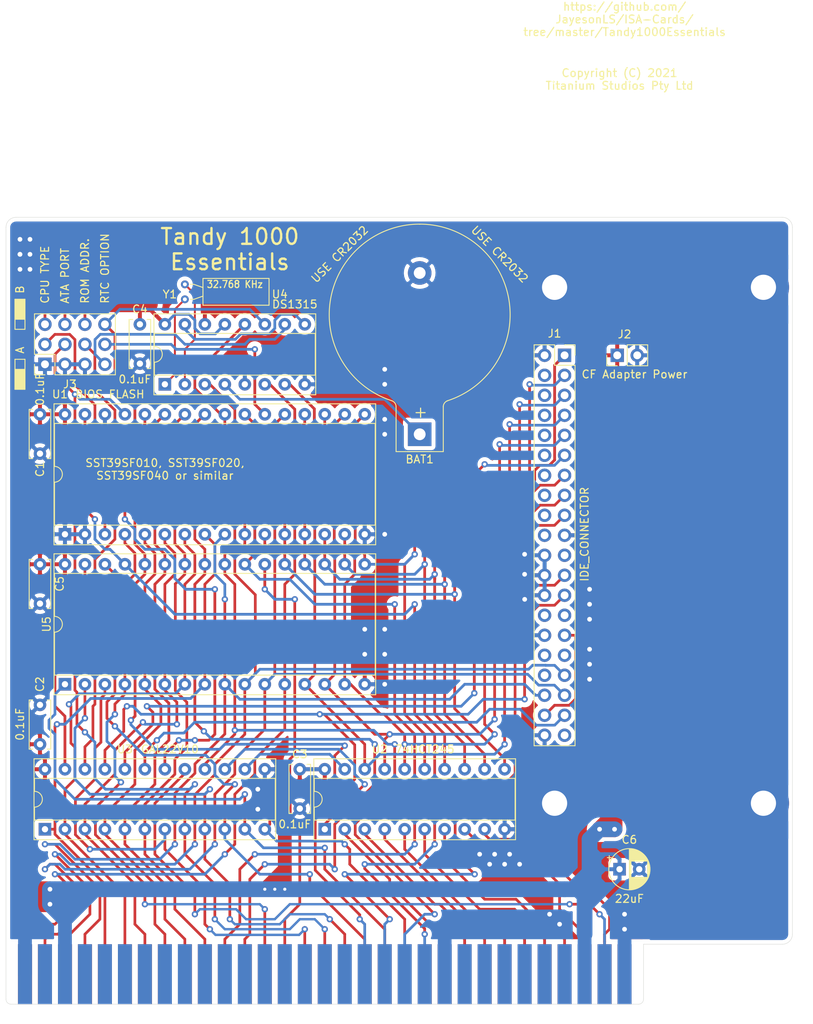
<source format=kicad_pcb>
(kicad_pcb (version 20171130) (host pcbnew "(5.1.7)-1")
  (layers (0 F.Cu signal) (31 B.Cu signal) (34 B.Paste user) (35 F.Paste user) (36 B.SilkS user) (37 F.SilkS user) (38 B.Mask user) (39 F.Mask user) (44 Edge.Cuts user))
  (net 0 "")
  (net 1 "Net-(J1-Pad8)")
  (net 2 A00)
  (net 3 A01)
  (net 4 A02)
  (net 5 A03)
  (net 6 A04)
  (net 7 A05)
  (net 8 A06)
  (net 9 A07)
  (net 10 A08)
  (net 11 A09)
  (net 12 A10)
  (net 13 A11)
  (net 14 A12)
  (net 15 A13)
  (net 16 A15)
  (net 17 A16)
  (net 18 A17)
  (net 19 A18)
  (net 20 A19)
  (net 21 D0)
  (net 22 D1)
  (net 23 D2)
  (net 24 D3)
  (net 25 D4)
  (net 26 D5)
  (net 27 D6)
  (net 28 D7)
  (net 29 GND)
  (net 30 VCC)
  (net 31 ~IOR)
  (net 32 ~IOW)
  (net 33 ~MEMR)
  (net 34 ~MEMW)
  (net 35 RESET)
  (net 36 ~CS1~_ATA)
  (net 37 D0_BUF)
  (net 38 D1_BUF)
  (net 39 D2_BUF)
  (net 40 D3_BUF)
  (net 41 D4_BUF)
  (net 42 D5_BUF)
  (net 43 D6_BUF)
  (net 44 D7_BUF)
  (net 45 ~RESET)
  (net 46 V20_JUMPER)
  (net 47 ~CE~_BIOS)
  (net 48 ~CE~_D_BUF)
  (net 49 ROM_ADDR_JUMPER)
  (net 50 ATA_ADDR_JUMPER)
  (net 51 "Net-(J1-Pad39)")
  (net 52 "Net-(J1-Pad34)")
  (net 53 "Net-(J1-Pad32)")
  (net 54 "Net-(J1-Pad31)")
  (net 55 "Net-(J1-Pad27)")
  (net 56 "Net-(J1-Pad21)")
  (net 57 "Net-(J1-Pad20)")
  (net 58 "Net-(J1-Pad18)")
  (net 59 "Net-(J1-Pad16)")
  (net 60 "Net-(J1-Pad14)")
  (net 61 "Net-(J1-Pad12)")
  (net 62 "Net-(J1-Pad10)")
  (net 63 "Net-(J1-Pad6)")
  (net 64 "Net-(J1-Pad4)")
  (net 65 "Net-(J1-Pad28)")
  (net 66 A14)
  (net 67 ~IOR_OR_MEMR)
  (net 68 "Net-(J4-Pad42)")
  (net 69 "Net-(J4-Pad41)")
  (net 70 "Net-(J4-Pad32)")
  (net 71 "Net-(J4-Pad30)")
  (net 72 "Net-(J4-Pad28)")
  (net 73 "Net-(J4-Pad27)")
  (net 74 "Net-(J4-Pad26)")
  (net 75 "Net-(J4-Pad25)")
  (net 76 "Net-(J4-Pad24)")
  (net 77 "Net-(J4-Pad23)")
  (net 78 "Net-(J4-Pad22)")
  (net 79 "Net-(J4-Pad21)")
  (net 80 "Net-(J4-Pad20)")
  (net 81 "Net-(J4-Pad19)")
  (net 82 "Net-(J4-Pad18)")
  (net 83 "Net-(J4-Pad17)")
  (net 84 "Net-(J4-Pad16)")
  (net 85 "Net-(J4-Pad15)")
  (net 86 "Net-(J4-Pad9)")
  (net 87 "Net-(J4-Pad8)")
  (net 88 "Net-(J4-Pad7)")
  (net 89 "Net-(J4-Pad6)")
  (net 90 "Net-(J4-Pad5)")
  (net 91 "Net-(J4-Pad4)")
  (net 92 "Net-(BAT1-Pad1)")
  (net 93 "Net-(U4-Pad15)")
  (net 94 /XTAL2)
  (net 95 /XTAL1)
  (net 96 ~CE~_BIOS_DECODE)
  (net 97 ~CE~_BIOS_THRU)
  (module Package_DIP:DIP-32_W15.24mm_Socket (layer F.Cu) (at 104.14 82.55 90)
    (fp_text reference U1 (at 17.78 -0.635 180) (layer F.SilkS))
    (fp_text value "BIOS FLASH" (at 17.78 5.715 180) (layer F.SilkS))
    (pad 32 thru_hole oval (at 15.24 0 90) (size 1.6 1.6) (drill 0.8) (layers *.Cu *.Mask) (net 30 VCC))
    (pad 16 thru_hole oval (at 0 38.1 90) (size 1.6 1.6) (drill 0.8) (layers *.Cu *.Mask) (net 29 GND))
    (pad 31 thru_hole oval (at 15.24 2.54 90) (size 1.6 1.6) (drill 0.8) (layers *.Cu *.Mask) (net 34 ~MEMW))
    (pad 15 thru_hole oval (at 0 35.56 90) (size 1.6 1.6) (drill 0.8) (layers *.Cu *.Mask) (net 39 D2_BUF))
    (pad 30 thru_hole oval (at 15.24 5.08 90) (size 1.6 1.6) (drill 0.8) (layers *.Cu *.Mask) (net 29 GND))
    (pad 14 thru_hole oval (at 0 33.02 90) (size 1.6 1.6) (drill 0.8) (layers *.Cu *.Mask) (net 38 D1_BUF))
    (pad 29 thru_hole oval (at 15.24 7.62 90) (size 1.6 1.6) (drill 0.8) (layers *.Cu *.Mask) (net 50 ATA_ADDR_JUMPER))
    (pad 13 thru_hole oval (at 0 30.48 90) (size 1.6 1.6) (drill 0.8) (layers *.Cu *.Mask) (net 37 D0_BUF))
    (pad 28 thru_hole oval (at 15.24 10.16 90) (size 1.6 1.6) (drill 0.8) (layers *.Cu *.Mask) (net 15 A13))
    (pad 12 thru_hole oval (at 0 27.94 90) (size 1.6 1.6) (drill 0.8) (layers *.Cu *.Mask) (net 2 A00))
    (pad 27 thru_hole oval (at 15.24 12.7 90) (size 1.6 1.6) (drill 0.8) (layers *.Cu *.Mask) (net 10 A08))
    (pad 11 thru_hole oval (at 0 25.4 90) (size 1.6 1.6) (drill 0.8) (layers *.Cu *.Mask) (net 3 A01))
    (pad 26 thru_hole oval (at 15.24 15.24 90) (size 1.6 1.6) (drill 0.8) (layers *.Cu *.Mask) (net 11 A09))
    (pad 10 thru_hole oval (at 0 22.86 90) (size 1.6 1.6) (drill 0.8) (layers *.Cu *.Mask) (net 4 A02))
    (pad 25 thru_hole oval (at 15.24 17.78 90) (size 1.6 1.6) (drill 0.8) (layers *.Cu *.Mask) (net 13 A11))
    (pad 9 thru_hole oval (at 0 20.32 90) (size 1.6 1.6) (drill 0.8) (layers *.Cu *.Mask) (net 5 A03))
    (pad 24 thru_hole oval (at 15.24 20.32 90) (size 1.6 1.6) (drill 0.8) (layers *.Cu *.Mask) (net 33 ~MEMR))
    (pad 8 thru_hole oval (at 0 17.78 90) (size 1.6 1.6) (drill 0.8) (layers *.Cu *.Mask) (net 6 A04))
    (pad 23 thru_hole oval (at 15.24 22.86 90) (size 1.6 1.6) (drill 0.8) (layers *.Cu *.Mask) (net 12 A10))
    (pad 7 thru_hole oval (at 0 15.24 90) (size 1.6 1.6) (drill 0.8) (layers *.Cu *.Mask) (net 7 A05))
    (pad 22 thru_hole oval (at 15.24 25.4 90) (size 1.6 1.6) (drill 0.8) (layers *.Cu *.Mask) (net 47 ~CE~_BIOS))
    (pad 6 thru_hole oval (at 0 12.7 90) (size 1.6 1.6) (drill 0.8) (layers *.Cu *.Mask) (net 8 A06))
    (pad 21 thru_hole oval (at 15.24 27.94 90) (size 1.6 1.6) (drill 0.8) (layers *.Cu *.Mask) (net 44 D7_BUF))
    (pad 5 thru_hole oval (at 0 10.16 90) (size 1.6 1.6) (drill 0.8) (layers *.Cu *.Mask) (net 9 A07))
    (pad 20 thru_hole oval (at 15.24 30.48 90) (size 1.6 1.6) (drill 0.8) (layers *.Cu *.Mask) (net 43 D6_BUF))
    (pad 4 thru_hole oval (at 0 7.62 90) (size 1.6 1.6) (drill 0.8) (layers *.Cu *.Mask) (net 14 A12))
    (pad 19 thru_hole oval (at 15.24 33.02 90) (size 1.6 1.6) (drill 0.8) (layers *.Cu *.Mask) (net 42 D5_BUF))
    (pad 3 thru_hole oval (at 0 5.08 90) (size 1.6 1.6) (drill 0.8) (layers *.Cu *.Mask) (net 46 V20_JUMPER))
    (pad 18 thru_hole oval (at 15.24 35.56 90) (size 1.6 1.6) (drill 0.8) (layers *.Cu *.Mask) (net 41 D4_BUF))
    (pad 2 thru_hole oval (at 0 2.54 90) (size 1.6 1.6) (drill 0.8) (layers *.Cu *.Mask) (net 29 GND))
    (pad 17 thru_hole oval (at 15.24 38.1 90) (size 1.6 1.6) (drill 0.8) (layers *.Cu *.Mask) (net 40 D3_BUF))
    (pad 1 thru_hole rect (at 0 0 90) (size 1.6 1.6) (drill 0.8) (layers *.Cu *.Mask) (net 29 GND))
  )
  (module Package_DIP:DIP-16_W7.62mm_Socket (layer F.Cu) (at 116.84 63.5 90)
    (fp_text reference U4 (at 11.43 14.605 180) (layer F.SilkS))
    (fp_text value DS1315 (at 10.16 16.51 180) (layer F.SilkS))
    (pad 16 thru_hole oval (at 7.62 0 90) (size 1.6 1.6) (drill 0.8) (layers *.Cu *.Mask) (net 30 VCC))
    (pad 8 thru_hole oval (at 0 17.78 90) (size 1.6 1.6) (drill 0.8) (layers *.Cu *.Mask) (net 29 GND))
    (pad 15 thru_hole oval (at 7.62 2.54 90) (size 1.6 1.6) (drill 0.8) (layers *.Cu *.Mask) (net 93 "Net-(U4-Pad15)"))
    (pad 7 thru_hole oval (at 0 15.24 90) (size 1.6 1.6) (drill 0.8) (layers *.Cu *.Mask) (net 37 D0_BUF))
    (pad 14 thru_hole oval (at 7.62 5.08 90) (size 1.6 1.6) (drill 0.8) (layers *.Cu *.Mask) (net 29 GND))
    (pad 6 thru_hole oval (at 0 12.7 90) (size 1.6 1.6) (drill 0.8) (layers *.Cu *.Mask) (net 2 A00))
    (pad 13 thru_hole oval (at 7.62 7.62 90) (size 1.6 1.6) (drill 0.8) (layers *.Cu *.Mask) (net 30 VCC))
    (pad 5 thru_hole oval (at 0 10.16 90) (size 1.6 1.6) (drill 0.8) (layers *.Cu *.Mask) (net 29 GND))
    (pad 12 thru_hole oval (at 7.62 10.16 90) (size 1.6 1.6) (drill 0.8) (layers *.Cu *.Mask) (net 33 ~MEMR))
    (pad 4 thru_hole oval (at 0 7.62 90) (size 1.6 1.6) (drill 0.8) (layers *.Cu *.Mask) (net 92 "Net-(BAT1-Pad1)"))
    (pad 11 thru_hole oval (at 7.62 12.7 90) (size 1.6 1.6) (drill 0.8) (layers *.Cu *.Mask) (net 96 ~CE~_BIOS_DECODE))
    (pad 3 thru_hole oval (at 0 5.08 90) (size 1.6 1.6) (drill 0.8) (layers *.Cu *.Mask) (net 4 A02))
    (pad 10 thru_hole oval (at 7.62 15.24 90) (size 1.6 1.6) (drill 0.8) (layers *.Cu *.Mask) (net 97 ~CE~_BIOS_THRU))
    (pad 2 thru_hole oval (at 0 2.54 90) (size 1.6 1.6) (drill 0.8) (layers *.Cu *.Mask) (net 94 /XTAL2))
    (pad 9 thru_hole oval (at 7.62 17.78 90) (size 1.6 1.6) (drill 0.8) (layers *.Cu *.Mask) (net 93 "Net-(U4-Pad15)"))
    (pad 1 thru_hole rect (at 0 0 90) (size 1.6 1.6) (drill 0.8) (layers *.Cu *.Mask) (net 95 /XTAL1))
  )
  (module Package_DIP:DIP-32_W15.24mm_Socket (layer F.Cu) (at 104.14 101.6 90)
    (fp_text reference U5 (at 7.62 -2.33 90) (layer F.SilkS))
    (fp_text value AS6C4008-55PCN)
    (pad 32 thru_hole oval (at 15.24 0 90) (size 1.6 1.6) (drill 0.8) (layers *.Cu *.Mask) (net 30 VCC))
    (pad 16 thru_hole oval (at 0 38.1 90) (size 1.6 1.6) (drill 0.8) (layers *.Cu *.Mask) (net 29 GND))
    (pad 31 thru_hole oval (at 15.24 2.54 90) (size 1.6 1.6) (drill 0.8) (layers *.Cu *.Mask) (net 16 A15))
    (pad 15 thru_hole oval (at 0 35.56 90) (size 1.6 1.6) (drill 0.8) (layers *.Cu *.Mask) (net 39 D2_BUF))
    (pad 30 thru_hole oval (at 15.24 5.08 90) (size 1.6 1.6) (drill 0.8) (layers *.Cu *.Mask) (net 18 A17))
    (pad 14 thru_hole oval (at 0 33.02 90) (size 1.6 1.6) (drill 0.8) (layers *.Cu *.Mask) (net 38 D1_BUF))
    (pad 29 thru_hole oval (at 15.24 7.62 90) (size 1.6 1.6) (drill 0.8) (layers *.Cu *.Mask) (net 34 ~MEMW))
    (pad 13 thru_hole oval (at 0 30.48 90) (size 1.6 1.6) (drill 0.8) (layers *.Cu *.Mask) (net 37 D0_BUF))
    (pad 28 thru_hole oval (at 15.24 10.16 90) (size 1.6 1.6) (drill 0.8) (layers *.Cu *.Mask) (net 15 A13))
    (pad 12 thru_hole oval (at 0 27.94 90) (size 1.6 1.6) (drill 0.8) (layers *.Cu *.Mask) (net 2 A00))
    (pad 27 thru_hole oval (at 15.24 12.7 90) (size 1.6 1.6) (drill 0.8) (layers *.Cu *.Mask) (net 10 A08))
    (pad 11 thru_hole oval (at 0 25.4 90) (size 1.6 1.6) (drill 0.8) (layers *.Cu *.Mask) (net 3 A01))
    (pad 26 thru_hole oval (at 15.24 15.24 90) (size 1.6 1.6) (drill 0.8) (layers *.Cu *.Mask) (net 11 A09))
    (pad 10 thru_hole oval (at 0 22.86 90) (size 1.6 1.6) (drill 0.8) (layers *.Cu *.Mask) (net 4 A02))
    (pad 25 thru_hole oval (at 15.24 17.78 90) (size 1.6 1.6) (drill 0.8) (layers *.Cu *.Mask) (net 13 A11))
    (pad 9 thru_hole oval (at 0 20.32 90) (size 1.6 1.6) (drill 0.8) (layers *.Cu *.Mask) (net 5 A03))
    (pad 24 thru_hole oval (at 15.24 20.32 90) (size 1.6 1.6) (drill 0.8) (layers *.Cu *.Mask) (net 33 ~MEMR))
    (pad 8 thru_hole oval (at 0 17.78 90) (size 1.6 1.6) (drill 0.8) (layers *.Cu *.Mask) (net 6 A04))
    (pad 23 thru_hole oval (at 15.24 22.86 90) (size 1.6 1.6) (drill 0.8) (layers *.Cu *.Mask) (net 12 A10))
    (pad 7 thru_hole oval (at 0 15.24 90) (size 1.6 1.6) (drill 0.8) (layers *.Cu *.Mask) (net 7 A05))
    (pad 22 thru_hole oval (at 15.24 25.4 90) (size 1.6 1.6) (drill 0.8) (layers *.Cu *.Mask) (net 20 A19))
    (pad 6 thru_hole oval (at 0 12.7 90) (size 1.6 1.6) (drill 0.8) (layers *.Cu *.Mask) (net 8 A06))
    (pad 21 thru_hole oval (at 15.24 27.94 90) (size 1.6 1.6) (drill 0.8) (layers *.Cu *.Mask) (net 44 D7_BUF))
    (pad 5 thru_hole oval (at 0 10.16 90) (size 1.6 1.6) (drill 0.8) (layers *.Cu *.Mask) (net 9 A07))
    (pad 20 thru_hole oval (at 15.24 30.48 90) (size 1.6 1.6) (drill 0.8) (layers *.Cu *.Mask) (net 43 D6_BUF))
    (pad 4 thru_hole oval (at 0 7.62 90) (size 1.6 1.6) (drill 0.8) (layers *.Cu *.Mask) (net 14 A12))
    (pad 19 thru_hole oval (at 15.24 33.02 90) (size 1.6 1.6) (drill 0.8) (layers *.Cu *.Mask) (net 42 D5_BUF))
    (pad 3 thru_hole oval (at 0 5.08 90) (size 1.6 1.6) (drill 0.8) (layers *.Cu *.Mask) (net 66 A14))
    (pad 18 thru_hole oval (at 15.24 35.56 90) (size 1.6 1.6) (drill 0.8) (layers *.Cu *.Mask) (net 41 D4_BUF))
    (pad 2 thru_hole oval (at 0 2.54 90) (size 1.6 1.6) (drill 0.8) (layers *.Cu *.Mask) (net 17 A16))
    (pad 17 thru_hole oval (at 15.24 38.1 90) (size 1.6 1.6) (drill 0.8) (layers *.Cu *.Mask) (net 40 D3_BUF))
    (pad 1 thru_hole rect (at 0 0 90) (size 1.6 1.6) (drill 0.8) (layers *.Cu *.Mask) (net 19 A18))
  )
  (module Battery:BatteryHolder_Keystone_103_1x20mm (layer F.Cu) (at 149.225 69.85 90)
    (fp_text reference BAT1 (at -3.175 0 180) (layer F.SilkS))
    (fp_text value CR2032)
    (fp_text user + (at 2.75 0 90) (layer F.SilkS) (effects (font (size 1.5 1.5))))
    (pad 2 thru_hole circle (at 20.49 0 90) (size 3 3) (drill 1.5) (layers *.Cu *.Mask) (net 29 GND))
    (pad 1 thru_hole rect (at 0 0 90) (size 3 3) (drill 1.5) (layers *.Cu *.Mask) (net 92 "Net-(BAT1-Pad1)"))
  )
  (module Capacitor_THT:C_Disc_D6.0mm_W2.5mm_P5.00mm (layer F.Cu) (at 100.965 86.36 270)
    (fp_text reference C5 (at 2.5 -2.5 90) (layer F.SilkS))
    (fp_text value 0.1uF)
    (pad 2 thru_hole circle (at 5 0 270) (size 1.6 1.6) (drill 0.8) (layers *.Cu *.Mask) (net 29 GND))
    (pad 1 thru_hole circle (at 0 0 270) (size 1.6 1.6) (drill 0.8) (layers *.Cu *.Mask) (net 30 VCC))
  )
  (module 00Custom:PinHeader_3x04_P2.54mm_Vertical (layer F.Cu) (at 101.6 60.96 90)
    (fp_text reference J3 (at -2.54 3.175 180) (layer F.SilkS))
    (fp_text value Jumpers)
    (pad 11 thru_hole oval (at 2.54 7.62 90) (size 1.7 1.7) (drill 1) (layers *.Cu *.Mask) (net 47 ~CE~_BIOS))
    (pad 12 thru_hole oval (at 5.08 7.62 90) (size 1.7 1.7) (drill 1) (layers *.Cu *.Mask) (net 96 ~CE~_BIOS_DECODE))
    (pad 10 thru_hole oval (at 0 7.62 90) (size 1.7 1.7) (drill 1) (layers *.Cu *.Mask) (net 97 ~CE~_BIOS_THRU))
    (pad 9 thru_hole oval (at 5.08 5.08 90) (size 1.7 1.7) (drill 1) (layers *.Cu *.Mask) (net 30 VCC))
    (pad 6 thru_hole oval (at 5.08 2.54 90) (size 1.7 1.7) (drill 1) (layers *.Cu *.Mask) (net 30 VCC))
    (pad 3 thru_hole oval (at 5.08 0 90) (size 1.7 1.7) (drill 1) (layers *.Cu *.Mask) (net 30 VCC))
    (pad 8 thru_hole oval (at 2.54 5.08 90) (size 1.7 1.7) (drill 1) (layers *.Cu *.Mask) (net 49 ROM_ADDR_JUMPER))
    (pad 7 thru_hole oval (at 0 5.08 90) (size 1.7 1.7) (drill 1) (layers *.Cu *.Mask) (net 29 GND))
    (pad 5 thru_hole oval (at 2.54 2.54 90) (size 1.7 1.7) (drill 1) (layers *.Cu *.Mask) (net 50 ATA_ADDR_JUMPER))
    (pad 4 thru_hole oval (at 0 2.54 90) (size 1.7 1.7) (drill 1) (layers *.Cu *.Mask) (net 29 GND))
    (pad 2 thru_hole oval (at 2.54 0 90) (size 1.7 1.7) (drill 1) (layers *.Cu *.Mask) (net 46 V20_JUMPER))
    (pad 1 thru_hole rect (at 0 0 90) (size 1.7 1.7) (drill 1) (layers *.Cu *.Mask) (net 29 GND))
  )
  (module Capacitor_THT:C_Disc_D6.0mm_W2.5mm_P5.00mm (layer F.Cu) (at 113.665 55.88 270)
    (fp_text reference C4 (at -1.905 0 180) (layer F.SilkS))
    (fp_text value 0.1uF (at 6.985 0.635 180) (layer F.SilkS))
    (pad 2 thru_hole circle (at 5 0 270) (size 1.6 1.6) (drill 0.8) (layers *.Cu *.Mask) (net 29 GND))
    (pad 1 thru_hole circle (at 0 0 270) (size 1.6 1.6) (drill 0.8) (layers *.Cu *.Mask) (net 30 VCC))
  )
  (module Crystal:Crystal_C38-LF_D3.0mm_L8.0mm_Horizontal (layer F.Cu) (at 119.38 52.705 90)
    (fp_text reference Y1 (at 0.635 -1.905) (layer F.SilkS))
    (fp_text value "32.768 KHz" (at 1.905 6.35) (layer F.SilkS) (effects (font (size 0.9 0.8))))
    (pad 2 thru_hole circle (at 1.9 0 90) (size 1 1) (drill 0.5) (layers *.Cu *.Mask) (net 94 /XTAL2))
    (pad 1 thru_hole circle (at 0 0 90) (size 1 1) (drill 0.5) (layers *.Cu *.Mask) (net 95 /XTAL1))
  )
  (module Package_DIP:DIP-24_W7.62mm_Socket (layer F.Cu) (at 101.6 120.015 90)
    (fp_text reference U3 (at 10.16 10.16 180) (layer F.SilkS))
    (fp_text value GAL22V10 (at 10.16 15.875 180) (layer F.SilkS))
    (pad 24 thru_hole oval (at 7.62 0 90) (size 1.6 1.6) (drill 0.8) (layers *.Cu *.Mask) (net 30 VCC))
    (pad 12 thru_hole oval (at 0 27.94 90) (size 1.6 1.6) (drill 0.8) (layers *.Cu *.Mask) (net 20 A19))
    (pad 23 thru_hole oval (at 7.62 2.54 90) (size 1.6 1.6) (drill 0.8) (layers *.Cu *.Mask) (net 50 ATA_ADDR_JUMPER))
    (pad 11 thru_hole oval (at 0 25.4 90) (size 1.6 1.6) (drill 0.8) (layers *.Cu *.Mask) (net 19 A18))
    (pad 22 thru_hole oval (at 7.62 5.08 90) (size 1.6 1.6) (drill 0.8) (layers *.Cu *.Mask) (net 49 ROM_ADDR_JUMPER))
    (pad 10 thru_hole oval (at 0 22.86 90) (size 1.6 1.6) (drill 0.8) (layers *.Cu *.Mask) (net 18 A17))
    (pad 21 thru_hole oval (at 7.62 7.62 90) (size 1.6 1.6) (drill 0.8) (layers *.Cu *.Mask) (net 31 ~IOR))
    (pad 9 thru_hole oval (at 0 20.32 90) (size 1.6 1.6) (drill 0.8) (layers *.Cu *.Mask) (net 17 A16))
    (pad 20 thru_hole oval (at 7.62 10.16 90) (size 1.6 1.6) (drill 0.8) (layers *.Cu *.Mask) (net 45 ~RESET))
    (pad 8 thru_hole oval (at 0 17.78 90) (size 1.6 1.6) (drill 0.8) (layers *.Cu *.Mask) (net 16 A15))
    (pad 19 thru_hole oval (at 7.62 12.7 90) (size 1.6 1.6) (drill 0.8) (layers *.Cu *.Mask) (net 36 ~CS1~_ATA))
    (pad 7 thru_hole oval (at 0 15.24 90) (size 1.6 1.6) (drill 0.8) (layers *.Cu *.Mask) (net 66 A14))
    (pad 18 thru_hole oval (at 7.62 15.24 90) (size 1.6 1.6) (drill 0.8) (layers *.Cu *.Mask) (net 96 ~CE~_BIOS_DECODE))
    (pad 6 thru_hole oval (at 0 12.7 90) (size 1.6 1.6) (drill 0.8) (layers *.Cu *.Mask) (net 11 A09))
    (pad 17 thru_hole oval (at 7.62 17.78 90) (size 1.6 1.6) (drill 0.8) (layers *.Cu *.Mask) (net 35 RESET))
    (pad 5 thru_hole oval (at 0 10.16 90) (size 1.6 1.6) (drill 0.8) (layers *.Cu *.Mask) (net 10 A08))
    (pad 16 thru_hole oval (at 7.62 20.32 90) (size 1.6 1.6) (drill 0.8) (layers *.Cu *.Mask) (net 33 ~MEMR))
    (pad 4 thru_hole oval (at 0 7.62 90) (size 1.6 1.6) (drill 0.8) (layers *.Cu *.Mask) (net 9 A07))
    (pad 15 thru_hole oval (at 7.62 22.86 90) (size 1.6 1.6) (drill 0.8) (layers *.Cu *.Mask) (net 67 ~IOR_OR_MEMR))
    (pad 3 thru_hole oval (at 0 5.08 90) (size 1.6 1.6) (drill 0.8) (layers *.Cu *.Mask) (net 8 A06))
    (pad 14 thru_hole oval (at 7.62 25.4 90) (size 1.6 1.6) (drill 0.8) (layers *.Cu *.Mask) (net 48 ~CE~_D_BUF))
    (pad 2 thru_hole oval (at 0 2.54 90) (size 1.6 1.6) (drill 0.8) (layers *.Cu *.Mask) (net 7 A05))
    (pad 13 thru_hole oval (at 7.62 27.94 90) (size 1.6 1.6) (drill 0.8) (layers *.Cu *.Mask) (net 29 GND))
    (pad 1 thru_hole rect (at 0 0 90) (size 1.6 1.6) (drill 0.8) (layers *.Cu *.Mask) (net 6 A04))
  )
  (module Connector_PinSocket_2.54mm:PinSocket_2x20_P2.54mm_Vertical (layer F.Cu) (at 167.64 59.817)
    (fp_text reference J1 (at -1.27 -2.77) (layer F.SilkS))
    (fp_text value IDE_CONNECTOR (at 2.54 22.733 90) (layer F.SilkS))
    (pad 40 thru_hole oval (at -2.54 48.26) (size 1.7 1.7) (drill 1) (layers *.Cu *.Mask) (net 29 GND))
    (pad 39 thru_hole oval (at 0 48.26) (size 1.7 1.7) (drill 1) (layers *.Cu *.Mask) (net 51 "Net-(J1-Pad39)"))
    (pad 38 thru_hole oval (at -2.54 45.72) (size 1.7 1.7) (drill 1) (layers *.Cu *.Mask) (net 30 VCC))
    (pad 37 thru_hole oval (at 0 45.72) (size 1.7 1.7) (drill 1) (layers *.Cu *.Mask) (net 36 ~CS1~_ATA))
    (pad 36 thru_hole oval (at -2.54 43.18) (size 1.7 1.7) (drill 1) (layers *.Cu *.Mask) (net 5 A03))
    (pad 35 thru_hole oval (at 0 43.18) (size 1.7 1.7) (drill 1) (layers *.Cu *.Mask) (net 3 A01))
    (pad 34 thru_hole oval (at -2.54 40.64) (size 1.7 1.7) (drill 1) (layers *.Cu *.Mask) (net 52 "Net-(J1-Pad34)"))
    (pad 33 thru_hole oval (at 0 40.64) (size 1.7 1.7) (drill 1) (layers *.Cu *.Mask) (net 4 A02))
    (pad 32 thru_hole oval (at -2.54 38.1) (size 1.7 1.7) (drill 1) (layers *.Cu *.Mask) (net 53 "Net-(J1-Pad32)"))
    (pad 31 thru_hole oval (at 0 38.1) (size 1.7 1.7) (drill 1) (layers *.Cu *.Mask) (net 54 "Net-(J1-Pad31)"))
    (pad 30 thru_hole oval (at -2.54 35.56) (size 1.7 1.7) (drill 1) (layers *.Cu *.Mask) (net 29 GND))
    (pad 29 thru_hole oval (at 0 35.56) (size 1.7 1.7) (drill 1) (layers *.Cu *.Mask) (net 30 VCC))
    (pad 28 thru_hole oval (at -2.54 33.02) (size 1.7 1.7) (drill 1) (layers *.Cu *.Mask) (net 65 "Net-(J1-Pad28)"))
    (pad 27 thru_hole oval (at 0 33.02) (size 1.7 1.7) (drill 1) (layers *.Cu *.Mask) (net 55 "Net-(J1-Pad27)"))
    (pad 26 thru_hole oval (at -2.54 30.48) (size 1.7 1.7) (drill 1) (layers *.Cu *.Mask) (net 29 GND))
    (pad 25 thru_hole oval (at 0 30.48) (size 1.7 1.7) (drill 1) (layers *.Cu *.Mask) (net 31 ~IOR))
    (pad 24 thru_hole oval (at -2.54 27.94) (size 1.7 1.7) (drill 1) (layers *.Cu *.Mask) (net 29 GND))
    (pad 23 thru_hole oval (at 0 27.94) (size 1.7 1.7) (drill 1) (layers *.Cu *.Mask) (net 32 ~IOW))
    (pad 22 thru_hole oval (at -2.54 25.4) (size 1.7 1.7) (drill 1) (layers *.Cu *.Mask) (net 29 GND))
    (pad 21 thru_hole oval (at 0 25.4) (size 1.7 1.7) (drill 1) (layers *.Cu *.Mask) (net 56 "Net-(J1-Pad21)"))
    (pad 20 thru_hole oval (at -2.54 22.86) (size 1.7 1.7) (drill 1) (layers *.Cu *.Mask) (net 57 "Net-(J1-Pad20)"))
    (pad 19 thru_hole oval (at 0 22.86) (size 1.7 1.7) (drill 1) (layers *.Cu *.Mask) (net 29 GND))
    (pad 18 thru_hole oval (at -2.54 20.32) (size 1.7 1.7) (drill 1) (layers *.Cu *.Mask) (net 58 "Net-(J1-Pad18)"))
    (pad 17 thru_hole oval (at 0 20.32) (size 1.7 1.7) (drill 1) (layers *.Cu *.Mask) (net 37 D0_BUF))
    (pad 16 thru_hole oval (at -2.54 17.78) (size 1.7 1.7) (drill 1) (layers *.Cu *.Mask) (net 59 "Net-(J1-Pad16)"))
    (pad 15 thru_hole oval (at 0 17.78) (size 1.7 1.7) (drill 1) (layers *.Cu *.Mask) (net 38 D1_BUF))
    (pad 14 thru_hole oval (at -2.54 15.24) (size 1.7 1.7) (drill 1) (layers *.Cu *.Mask) (net 60 "Net-(J1-Pad14)"))
    (pad 13 thru_hole oval (at 0 15.24) (size 1.7 1.7) (drill 1) (layers *.Cu *.Mask) (net 39 D2_BUF))
    (pad 12 thru_hole oval (at -2.54 12.7) (size 1.7 1.7) (drill 1) (layers *.Cu *.Mask) (net 61 "Net-(J1-Pad12)"))
    (pad 11 thru_hole oval (at 0 12.7) (size 1.7 1.7) (drill 1) (layers *.Cu *.Mask) (net 40 D3_BUF))
    (pad 10 thru_hole oval (at -2.54 10.16) (size 1.7 1.7) (drill 1) (layers *.Cu *.Mask) (net 62 "Net-(J1-Pad10)"))
    (pad 9 thru_hole oval (at 0 10.16) (size 1.7 1.7) (drill 1) (layers *.Cu *.Mask) (net 41 D4_BUF))
    (pad 8 thru_hole oval (at -2.54 7.62) (size 1.7 1.7) (drill 1) (layers *.Cu *.Mask) (net 1 "Net-(J1-Pad8)"))
    (pad 7 thru_hole oval (at 0 7.62) (size 1.7 1.7) (drill 1) (layers *.Cu *.Mask) (net 42 D5_BUF))
    (pad 6 thru_hole oval (at -2.54 5.08) (size 1.7 1.7) (drill 1) (layers *.Cu *.Mask) (net 63 "Net-(J1-Pad6)"))
    (pad 5 thru_hole oval (at 0 5.08) (size 1.7 1.7) (drill 1) (layers *.Cu *.Mask) (net 43 D6_BUF))
    (pad 4 thru_hole oval (at -2.54 2.54) (size 1.7 1.7) (drill 1) (layers *.Cu *.Mask) (net 64 "Net-(J1-Pad4)"))
    (pad 3 thru_hole oval (at 0 2.54) (size 1.7 1.7) (drill 1) (layers *.Cu *.Mask) (net 44 D7_BUF))
    (pad 2 thru_hole oval (at -2.54 0) (size 1.7 1.7) (drill 1) (layers *.Cu *.Mask) (net 29 GND))
    (pad 1 thru_hole rect (at 0 0) (size 1.7 1.7) (drill 1) (layers *.Cu *.Mask) (net 45 ~RESET))
  )
  (module Connector_PinHeader_2.54mm:PinHeader_1x02_P2.54mm_Vertical (layer F.Cu) (at 174.331 59.817 90)
    (fp_text reference J2 (at 2.667 0.929 180) (layer F.SilkS))
    (fp_text value "CF Adapter Power" (at -2.413 2.199 180) (layer F.SilkS))
    (pad 2 thru_hole oval (at 0 2.54 90) (size 1.7 1.7) (drill 1) (layers *.Cu *.Mask) (net 29 GND))
    (pad 1 thru_hole rect (at 0 0 90) (size 1.7 1.7) (drill 1) (layers *.Cu *.Mask) (net 30 VCC))
  )
  (module MountingHole:MountingHole_3.5mm_Pad (layer F.Cu) (at 192.913 116.713)
    (fp_text reference MH4 hide)
    (fp_text value MH)
    (pad "" thru_hole circle (at 0 0) (size 6.5 6.5) (drill 3.2) (layers *.Cu *.Mask) (net 29 GND))
  )
  (module Capacitor_THT:CP_Radial_D5.0mm_P2.50mm (layer F.Cu) (at 174.625 125.095)
    (fp_text reference C6 (at 1.25 -3.75) (layer F.SilkS))
    (fp_text value 22uF (at 1.25 3.75) (layer F.SilkS))
    (pad 2 thru_hole circle (at 2.5 0) (size 1.6 1.6) (drill 0.8) (layers *.Cu *.Mask) (net 29 GND))
    (pad 1 thru_hole rect (at 0 0) (size 1.6 1.6) (drill 0.8) (layers *.Cu *.Mask) (net 30 VCC))
  )
  (module Capacitor_THT:C_Disc_D6.0mm_W2.5mm_P5.00mm (layer F.Cu) (at 133.985 112.395 270)
    (fp_text reference C3 (at -1.905 0 180) (layer F.SilkS))
    (fp_text value 0.1uF (at 6.985 0.635 180) (layer F.SilkS))
    (pad 2 thru_hole circle (at 5 0 270) (size 1.6 1.6) (drill 0.8) (layers *.Cu *.Mask) (net 29 GND))
    (pad 1 thru_hole circle (at 0 0 270) (size 1.6 1.6) (drill 0.8) (layers *.Cu *.Mask) (net 30 VCC))
  )
  (module Capacitor_THT:C_Disc_D6.0mm_W2.5mm_P5.00mm (layer F.Cu) (at 100.965 109.22 90)
    (fp_text reference C2 (at 7.62 0 90) (layer F.SilkS))
    (fp_text value 0.1uF (at 2.54 -2.54 90) (layer F.SilkS))
    (pad 2 thru_hole circle (at 5 0 90) (size 1.6 1.6) (drill 0.8) (layers *.Cu *.Mask) (net 29 GND))
    (pad 1 thru_hole circle (at 0 0 90) (size 1.6 1.6) (drill 0.8) (layers *.Cu *.Mask) (net 30 VCC))
  )
  (module Capacitor_THT:C_Disc_D6.0mm_W2.5mm_P5.00mm (layer F.Cu) (at 100.965 67.31 270)
    (fp_text reference C1 (at 6.985 0 90) (layer F.SilkS))
    (fp_text value 0.1uF (at -3.175 0 90) (layer F.SilkS))
    (pad 2 thru_hole circle (at 5 0 270) (size 1.6 1.6) (drill 0.8) (layers *.Cu *.Mask) (net 29 GND))
    (pad 1 thru_hole circle (at 0 0 270) (size 1.6 1.6) (drill 0.8) (layers *.Cu *.Mask) (net 30 VCC))
  )
  (module Package_DIP:DIP-20_W7.62mm_Socket (layer F.Cu) (at 137.16 120.015 90)
    (fp_text reference U2 (at 10.16 6.985 180) (layer F.SilkS))
    (fp_text value 74HCT245 (at 10.16 12.7 180) (layer F.SilkS))
    (pad 20 thru_hole oval (at 7.62 0 90) (size 1.6 1.6) (drill 0.8) (layers *.Cu *.Mask) (net 30 VCC))
    (pad 10 thru_hole oval (at 0 22.86 90) (size 1.6 1.6) (drill 0.8) (layers *.Cu *.Mask) (net 29 GND))
    (pad 19 thru_hole oval (at 7.62 2.54 90) (size 1.6 1.6) (drill 0.8) (layers *.Cu *.Mask) (net 48 ~CE~_D_BUF))
    (pad 9 thru_hole oval (at 0 20.32 90) (size 1.6 1.6) (drill 0.8) (layers *.Cu *.Mask) (net 28 D7))
    (pad 18 thru_hole oval (at 7.62 5.08 90) (size 1.6 1.6) (drill 0.8) (layers *.Cu *.Mask) (net 37 D0_BUF))
    (pad 8 thru_hole oval (at 0 17.78 90) (size 1.6 1.6) (drill 0.8) (layers *.Cu *.Mask) (net 27 D6))
    (pad 17 thru_hole oval (at 7.62 7.62 90) (size 1.6 1.6) (drill 0.8) (layers *.Cu *.Mask) (net 38 D1_BUF))
    (pad 7 thru_hole oval (at 0 15.24 90) (size 1.6 1.6) (drill 0.8) (layers *.Cu *.Mask) (net 26 D5))
    (pad 16 thru_hole oval (at 7.62 10.16 90) (size 1.6 1.6) (drill 0.8) (layers *.Cu *.Mask) (net 39 D2_BUF))
    (pad 6 thru_hole oval (at 0 12.7 90) (size 1.6 1.6) (drill 0.8) (layers *.Cu *.Mask) (net 25 D4))
    (pad 15 thru_hole oval (at 7.62 12.7 90) (size 1.6 1.6) (drill 0.8) (layers *.Cu *.Mask) (net 40 D3_BUF))
    (pad 5 thru_hole oval (at 0 10.16 90) (size 1.6 1.6) (drill 0.8) (layers *.Cu *.Mask) (net 24 D3))
    (pad 14 thru_hole oval (at 7.62 15.24 90) (size 1.6 1.6) (drill 0.8) (layers *.Cu *.Mask) (net 41 D4_BUF))
    (pad 4 thru_hole oval (at 0 7.62 90) (size 1.6 1.6) (drill 0.8) (layers *.Cu *.Mask) (net 23 D2))
    (pad 13 thru_hole oval (at 7.62 17.78 90) (size 1.6 1.6) (drill 0.8) (layers *.Cu *.Mask) (net 42 D5_BUF))
    (pad 3 thru_hole oval (at 0 5.08 90) (size 1.6 1.6) (drill 0.8) (layers *.Cu *.Mask) (net 22 D1))
    (pad 12 thru_hole oval (at 7.62 20.32 90) (size 1.6 1.6) (drill 0.8) (layers *.Cu *.Mask) (net 43 D6_BUF))
    (pad 2 thru_hole oval (at 0 2.54 90) (size 1.6 1.6) (drill 0.8) (layers *.Cu *.Mask) (net 21 D0))
    (pad 11 thru_hole oval (at 7.62 22.86 90) (size 1.6 1.6) (drill 0.8) (layers *.Cu *.Mask) (net 44 D7_BUF))
    (pad 1 thru_hole rect (at 0 0 90) (size 1.6 1.6) (drill 0.8) (layers *.Cu *.Mask) (net 67 ~IOR_OR_MEMR))
  )
  (module MountingHole:MountingHole_3.5mm_Pad (layer F.Cu) (at 166.37 116.713)
    (fp_text reference MH3 hide)
    (fp_text value MH)
    (pad "" thru_hole circle (at 0 0) (size 6.5 6.5) (drill 3.2) (layers *.Cu *.Mask) (net 29 GND))
  )
  (module MountingHole:MountingHole_3.5mm_Pad (layer F.Cu) (at 166.37 51.181)
    (fp_text reference MH1 hide)
    (fp_text value MH)
    (pad "" thru_hole circle (at 0 0) (size 6.5 6.5) (drill 3.2) (layers *.Cu *.Mask) (net 29 GND))
  )
  (module MountingHole:MountingHole_3.5mm_Pad (layer F.Cu) (at 192.913 51.181)
    (fp_text reference MH2)
    (fp_text value MH)
    (pad "" thru_hole circle (at 0 0) (size 6.5 6.5) (drill 3.2) (layers *.Cu *.Mask) (net 29 GND))
  )
  (module 00Custom:BUS_XT (layer F.Cu) (at 175.26 138.43)
    (fp_text reference J4 hide)
    (fp_text value Bus_ISA_8bit)
    (pad 62 connect rect (at -76.2 0) (size 1.78 7.62) (layers F.Cu F.Mask) (net 2 A00))
    (pad 61 connect rect (at -73.66 0) (size 1.78 7.62) (layers F.Cu F.Mask) (net 3 A01))
    (pad 60 connect rect (at -71.12 0) (size 1.78 7.62) (layers F.Cu F.Mask) (net 4 A02))
    (pad 59 connect rect (at -68.58 0) (size 1.78 7.62) (layers F.Cu F.Mask) (net 5 A03))
    (pad 58 connect rect (at -66.04 0) (size 1.78 7.62) (layers F.Cu F.Mask) (net 6 A04))
    (pad 57 connect rect (at -63.5 0) (size 1.78 7.62) (layers F.Cu F.Mask) (net 7 A05))
    (pad 56 connect rect (at -60.96 0) (size 1.78 7.62) (layers F.Cu F.Mask) (net 8 A06))
    (pad 55 connect rect (at -58.42 0) (size 1.78 7.62) (layers F.Cu F.Mask) (net 9 A07))
    (pad 54 connect rect (at -55.88 0) (size 1.78 7.62) (layers F.Cu F.Mask) (net 10 A08))
    (pad 53 connect rect (at -53.34 0) (size 1.78 7.62) (layers F.Cu F.Mask) (net 11 A09))
    (pad 52 connect rect (at -50.8 0) (size 1.78 7.62) (layers F.Cu F.Mask) (net 12 A10))
    (pad 51 connect rect (at -48.26 0) (size 1.78 7.62) (layers F.Cu F.Mask) (net 13 A11))
    (pad 50 connect rect (at -45.72 0) (size 1.78 7.62) (layers F.Cu F.Mask) (net 14 A12))
    (pad 49 connect rect (at -43.18 0) (size 1.78 7.62) (layers F.Cu F.Mask) (net 15 A13))
    (pad 48 connect rect (at -40.64 0) (size 1.78 7.62) (layers F.Cu F.Mask) (net 66 A14))
    (pad 47 connect rect (at -38.1 0) (size 1.78 7.62) (layers F.Cu F.Mask) (net 16 A15))
    (pad 46 connect rect (at -35.56 0) (size 1.78 7.62) (layers F.Cu F.Mask) (net 17 A16))
    (pad 45 connect rect (at -33.02 0) (size 1.78 7.62) (layers F.Cu F.Mask) (net 18 A17))
    (pad 44 connect rect (at -30.48 0) (size 1.78 7.62) (layers F.Cu F.Mask) (net 19 A18))
    (pad 43 connect rect (at -27.94 0) (size 1.78 7.62) (layers F.Cu F.Mask) (net 20 A19))
    (pad 42 connect rect (at -25.4 0) (size 1.78 7.62) (layers F.Cu F.Mask) (net 68 "Net-(J4-Pad42)"))
    (pad 41 connect rect (at -22.86 0) (size 1.78 7.62) (layers F.Cu F.Mask) (net 69 "Net-(J4-Pad41)"))
    (pad 40 connect rect (at -20.32 0) (size 1.78 7.62) (layers F.Cu F.Mask) (net 21 D0))
    (pad 39 connect rect (at -17.78 0) (size 1.78 7.62) (layers F.Cu F.Mask) (net 22 D1))
    (pad 38 connect rect (at -15.24 0) (size 1.78 7.62) (layers F.Cu F.Mask) (net 23 D2))
    (pad 37 connect rect (at -12.7 0) (size 1.78 7.62) (layers F.Cu F.Mask) (net 24 D3))
    (pad 36 connect rect (at -10.16 0) (size 1.78 7.62) (layers F.Cu F.Mask) (net 25 D4))
    (pad 35 connect rect (at -7.62 0) (size 1.78 7.62) (layers F.Cu F.Mask) (net 26 D5))
    (pad 34 connect rect (at -5.08 0) (size 1.78 7.62) (layers F.Cu F.Mask) (net 27 D6))
    (pad 33 connect rect (at -2.54 0) (size 1.78 7.62) (layers F.Cu F.Mask) (net 28 D7))
    (pad 32 connect rect (at 0 0) (size 1.78 7.62) (layers F.Cu F.Mask) (net 70 "Net-(J4-Pad32)"))
    (pad 31 connect rect (at -76.2 0) (size 1.78 7.62) (layers B.Cu B.Mask) (net 29 GND))
    (pad 30 connect rect (at -73.66 0) (size 1.78 7.62) (layers B.Cu B.Mask) (net 71 "Net-(J4-Pad30)"))
    (pad 29 connect rect (at -71.12 0) (size 1.78 7.62) (layers B.Cu B.Mask) (net 30 VCC))
    (pad 28 connect rect (at -68.58 0) (size 1.78 7.62) (layers B.Cu B.Mask) (net 72 "Net-(J4-Pad28)"))
    (pad 27 connect rect (at -66.04 0) (size 1.78 7.62) (layers B.Cu B.Mask) (net 73 "Net-(J4-Pad27)"))
    (pad 26 connect rect (at -63.5 0) (size 1.78 7.62) (layers B.Cu B.Mask) (net 74 "Net-(J4-Pad26)"))
    (pad 25 connect rect (at -60.96 0) (size 1.78 7.62) (layers B.Cu B.Mask) (net 75 "Net-(J4-Pad25)"))
    (pad 24 connect rect (at -58.42 0) (size 1.78 7.62) (layers B.Cu B.Mask) (net 76 "Net-(J4-Pad24)"))
    (pad 23 connect rect (at -55.88 0) (size 1.78 7.62) (layers B.Cu B.Mask) (net 77 "Net-(J4-Pad23)"))
    (pad 22 connect rect (at -53.34 0) (size 1.78 7.62) (layers B.Cu B.Mask) (net 78 "Net-(J4-Pad22)"))
    (pad 21 connect rect (at -50.8 0) (size 1.78 7.62) (layers B.Cu B.Mask) (net 79 "Net-(J4-Pad21)"))
    (pad 20 connect rect (at -48.26 0) (size 1.78 7.62) (layers B.Cu B.Mask) (net 80 "Net-(J4-Pad20)"))
    (pad 19 connect rect (at -45.72 0) (size 1.78 7.62) (layers B.Cu B.Mask) (net 81 "Net-(J4-Pad19)"))
    (pad 18 connect rect (at -43.18 0) (size 1.78 7.62) (layers B.Cu B.Mask) (net 82 "Net-(J4-Pad18)"))
    (pad 17 connect rect (at -40.64 0) (size 1.78 7.62) (layers B.Cu B.Mask) (net 83 "Net-(J4-Pad17)"))
    (pad 16 connect rect (at -38.1 0) (size 1.78 7.62) (layers B.Cu B.Mask) (net 84 "Net-(J4-Pad16)"))
    (pad 15 connect rect (at -35.56 0) (size 1.78 7.62) (layers B.Cu B.Mask) (net 85 "Net-(J4-Pad15)"))
    (pad 14 connect rect (at -33.02 0) (size 1.78 7.62) (layers B.Cu B.Mask) (net 31 ~IOR))
    (pad 13 connect rect (at -30.48 0) (size 1.78 7.62) (layers B.Cu B.Mask) (net 32 ~IOW))
    (pad 12 connect rect (at -27.94 0) (size 1.78 7.62) (layers B.Cu B.Mask) (net 33 ~MEMR))
    (pad 11 connect rect (at -25.4 0) (size 1.78 7.62) (layers B.Cu B.Mask) (net 34 ~MEMW))
    (pad 10 connect rect (at -22.86 0) (size 1.78 7.62) (layers B.Cu B.Mask) (net 29 GND))
    (pad 9 connect rect (at -20.32 0) (size 1.78 7.62) (layers B.Cu B.Mask) (net 86 "Net-(J4-Pad9)"))
    (pad 8 connect rect (at -17.78 0) (size 1.78 7.62) (layers B.Cu B.Mask) (net 87 "Net-(J4-Pad8)"))
    (pad 7 connect rect (at -15.24 0) (size 1.78 7.62) (layers B.Cu B.Mask) (net 88 "Net-(J4-Pad7)"))
    (pad 6 connect rect (at -12.7 0) (size 1.78 7.62) (layers B.Cu B.Mask) (net 89 "Net-(J4-Pad6)"))
    (pad 5 connect rect (at -10.16 0) (size 1.78 7.62) (layers B.Cu B.Mask) (net 90 "Net-(J4-Pad5)"))
    (pad 4 connect rect (at -7.62 0) (size 1.78 7.62) (layers B.Cu B.Mask) (net 91 "Net-(J4-Pad4)"))
    (pad 3 connect rect (at -5.08 0) (size 1.78 7.62) (layers B.Cu B.Mask) (net 30 VCC))
    (pad 2 connect rect (at -2.54 0) (size 1.78 7.62) (layers B.Cu B.Mask) (net 35 RESET))
    (pad 1 connect rect (at 0 0) (size 1.78 7.62) (layers B.Cu B.Mask) (net 29 GND))
  )
  (gr_text "USE CR2032" (at 159.385 46.99 315) (layer F.SilkS) (effects (font (size 1 1))))
  (gr_text "USE CR2032" (at 139.065 46.99 45) (layer F.SilkS) (effects (font (size 1 1))))
  (gr_text "RTC OPTION" (at 109.22 53.34 90) (layer F.SilkS) (effects (font (size 1 1)) (justify left)))
  (gr_poly (pts (xy 99.06 55.245) (xy 97.79 55.245) (xy 97.79 52.705) (xy 99.06 52.705)) (layer F.SilkS) (width 0.1))
  (gr_poly (pts (xy 99.06 64.135) (xy 97.79 64.135) (xy 97.79 61.595) (xy 99.06 61.595)) (layer F.SilkS) (width 0.1))
  (gr_text "Copyright (C) 2021\nTitanium Studios Pty Ltd" (at 174.625 24.765) (layer F.SilkS) (effects (font (size 1 1))))
  (gr_text "https://github.com/\nJayesonLS/ISA-Cards/\ntree/master/Tandy1000Essentials" (at 175.26 17.145) (layer F.SilkS) (effects (font (size 1 1))))
  (gr_text "Tandy 1000\nEssentials" (at 125.095 46.355) (layer F.SilkS) (effects (font (size 2 2) (thickness 0.3))))
  (gr_text "SST39SF010, SST39SF020,\nSST39SF040 or similar" (at 116.84 74.295) (layer F.SilkS) (effects (font (size 1 1))))
  (gr_text A (at 98.425 59.69 90) (layer F.SilkS) (effects (font (size 1 1)) (justify left)))
  (gr_text "CPU TYPE" (at 101.6 53.34 90) (layer F.SilkS) (effects (font (size 1 1)) (justify left)))
  (gr_text B (at 98.425 52.07 90) (layer F.SilkS) (effects (font (size 1 1)) (justify left)))
  (gr_text "ATA PORT" (at 104.14 53.34 90) (layer F.SilkS) (effects (font (size 1 1)) (justify left)))
  (gr_text "ROM ADDR." (at 106.68 53.34 90) (layer F.SilkS) (effects (font (size 1 1)) (justify left)))
  (gr_line (start 97.79 56.515) (end 99.06 56.515) (layer F.SilkS) (width 0.12))
  (gr_line (start 99.06 56.515) (end 99.06 52.705) (layer F.SilkS) (width 0.12))
  (gr_line (start 97.79 52.705) (end 97.79 56.515) (layer F.SilkS) (width 0.12))
  (gr_line (start 99.06 52.705) (end 97.79 52.705) (layer F.SilkS) (width 0.12))
  (gr_line (start 99.06 60.325) (end 97.79 60.325) (layer F.SilkS) (width 0.12))
  (gr_line (start 99.06 64.135) (end 99.06 60.325) (layer F.SilkS) (width 0.12))
  (gr_line (start 97.79 64.135) (end 99.06 64.135) (layer F.SilkS) (width 0.12))
  (gr_line (start 97.79 60.325) (end 97.79 64.135) (layer F.SilkS) (width 0.12))
  (gr_line (start 196.596 43.561) (end 196.596 133.35) (layer Edge.Cuts) (width 0.05))
  (gr_line (start 96.647 43.561) (end 96.647 141.605) (layer Edge.Cuts) (width 0.05))
  (gr_line (start 97.282 142.24) (end 177.038 142.24) (layer Edge.Cuts) (width 0.05))
  (gr_line (start 177.673 134.62) (end 195.326 134.62) (layer Edge.Cuts) (width 0.05))
  (gr_line (start 195.326 42.291) (end 97.917 42.291) (layer Edge.Cuts) (width 0.05))
  (gr_arc (start 195.326 43.561) (end 196.596 43.561) (angle -90) (layer Edge.Cuts) (width 0.05))
  (gr_arc (start 195.326 133.35) (end 195.326 134.62) (angle -90) (layer Edge.Cuts) (width 0.05))
  (gr_line (start 177.673 141.605) (end 177.673 134.62) (layer Edge.Cuts) (width 0.05))
  (gr_arc (start 97.917 43.561) (end 97.917 42.291) (angle -90) (layer Edge.Cuts) (width 0.05))
  (gr_arc (start 177.038 141.605) (end 177.038 142.24) (angle -90) (layer Edge.Cuts) (width 0.05))
  (gr_arc (start 97.282 141.605) (end 96.647 141.605) (angle -90) (layer Edge.Cuts) (width 0.05))
  (via (at 102.87 125.73) (size 0.8) (drill 0.4) (layers F.Cu B.Cu) (net 2))
  (segment (start 99.06 133.35) (end 99.06 138.43) (width 0.34) (layer F.Cu) (net 2))
  (segment (start 100.33 132.08) (end 99.06 133.35) (width 0.34) (layer F.Cu) (net 2))
  (segment (start 102.87 132.08) (end 100.33 132.08) (width 0.34) (layer F.Cu) (net 2))
  (segment (start 104.775 130.175) (end 102.87 132.08) (width 0.34) (layer F.Cu) (net 2))
  (segment (start 103.124 125.73) (end 104.775 127.381) (width 0.34) (layer F.Cu) (net 2))
  (segment (start 104.775 127.381) (end 104.775 130.175) (width 0.34) (layer F.Cu) (net 2))
  (segment (start 102.87 125.73) (end 103.124 125.73) (width 0.34) (layer F.Cu) (net 2))
  (segment (start 132.08 83.82) (end 132.08 82.55) (width 0.34) (layer F.Cu) (net 2))
  (segment (start 133.35 85.09) (end 132.08 83.82) (width 0.34) (layer F.Cu) (net 2))
  (segment (start 133.35 87.63) (end 133.35 85.09) (width 0.34) (layer F.Cu) (net 2))
  (segment (start 132.08 88.9) (end 133.35 87.63) (width 0.34) (layer F.Cu) (net 2))
  (segment (start 132.08 101.6) (end 132.08 88.9) (width 0.34) (layer F.Cu) (net 2))
  (segment (start 128.27 111.125) (end 128.27 113.03) (width 0.34) (layer F.Cu) (net 2))
  (segment (start 132.08 107.315) (end 128.27 111.125) (width 0.34) (layer F.Cu) (net 2))
  (segment (start 125.73 121.92) (end 124.46 123.19) (width 0.34) (layer F.Cu) (net 2))
  (segment (start 102.87 125.73) (end 121.92 125.73) (width 0.34) (layer B.Cu) (net 2))
  (segment (start 132.08 101.6) (end 132.08 107.315) (width 0.34) (layer F.Cu) (net 2))
  (segment (start 121.92 125.73) (end 124.46 123.19) (width 0.34) (layer B.Cu) (net 2))
  (segment (start 125.73 115.57) (end 125.73 121.92) (width 0.34) (layer F.Cu) (net 2))
  (segment (start 128.27 113.03) (end 125.73 115.57) (width 0.34) (layer F.Cu) (net 2))
  (via (at 124.46 123.19) (size 0.8) (drill 0.4) (layers F.Cu B.Cu) (net 2))
  (segment (start 130.175 63.5) (end 129.54 63.5) (width 0.35) (layer F.Cu) (net 2))
  (segment (start 133.35 66.675) (end 130.175 63.5) (width 0.35) (layer F.Cu) (net 2))
  (segment (start 133.35 68.58) (end 133.35 66.675) (width 0.35) (layer F.Cu) (net 2))
  (segment (start 132.08 69.85) (end 133.35 68.58) (width 0.35) (layer F.Cu) (net 2))
  (segment (start 132.08 82.55) (end 132.08 69.85) (width 0.35) (layer F.Cu) (net 2))
  (segment (start 129.54 104.14) (end 129.54 102.87) (width 0.35) (layer F.Cu) (net 3))
  (segment (start 129.54 102.87) (end 129.54 101.6) (width 0.34) (layer F.Cu) (net 3))
  (via (at 101.6 125.095) (size 0.8) (drill 0.4) (layers F.Cu B.Cu) (net 3))
  (segment (start 101.6 133.985) (end 101.6 138.43) (width 0.34) (layer F.Cu) (net 3))
  (segment (start 102.235 133.35) (end 101.6 133.985) (width 0.34) (layer F.Cu) (net 3))
  (segment (start 103.25125 133.35) (end 102.235 133.35) (width 0.34) (layer F.Cu) (net 3))
  (segment (start 106.045 130.55625) (end 103.25125 133.35) (width 0.34) (layer F.Cu) (net 3))
  (segment (start 102.87 124.46) (end 106.045 127.635) (width 0.34) (layer F.Cu) (net 3))
  (segment (start 106.045 127.635) (end 106.045 130.55625) (width 0.34) (layer F.Cu) (net 3))
  (segment (start 102.235 124.46) (end 102.87 124.46) (width 0.34) (layer F.Cu) (net 3))
  (segment (start 101.6 125.095) (end 102.235 124.46) (width 0.34) (layer F.Cu) (net 3))
  (segment (start 123.19 115.57) (end 123.19 115.641194) (width 0.34) (layer F.Cu) (net 3))
  (segment (start 125.73 113.03) (end 123.19 115.57) (width 0.34) (layer F.Cu) (net 3))
  (segment (start 125.73 111.125) (end 125.73 113.03) (width 0.34) (layer F.Cu) (net 3))
  (segment (start 129.54 107.315) (end 125.73 111.125) (width 0.34) (layer F.Cu) (net 3))
  (segment (start 129.54 104.14) (end 129.54 107.315) (width 0.34) (layer F.Cu) (net 3))
  (via (at 123.19 121.920006) (size 0.8) (drill 0.4) (layers F.Cu B.Cu) (net 3))
  (segment (start 123.19 115.57) (end 123.19 121.920006) (width 0.34) (layer F.Cu) (net 3))
  (segment (start 101.6 125.095) (end 102.235014 124.459986) (width 0.34) (layer B.Cu) (net 3))
  (segment (start 102.235014 124.459986) (end 103.505014 124.459986) (width 0.34) (layer B.Cu) (net 3))
  (segment (start 103.505014 124.459986) (end 104.140014 125.094986) (width 0.34) (layer B.Cu) (net 3))
  (segment (start 104.140014 125.094986) (end 120.01502 125.094986) (width 0.34) (layer B.Cu) (net 3))
  (segment (start 120.01502 125.094986) (end 123.19 121.920006) (width 0.34) (layer B.Cu) (net 3))
  (segment (start 129.54 101.6) (end 130.81 100.33) (width 0.34) (layer F.Cu) (net 3))
  (segment (start 130.81 100.33) (end 130.81 85.09) (width 0.34) (layer F.Cu) (net 3))
  (segment (start 130.81 85.09) (end 129.54 83.82) (width 0.34) (layer F.Cu) (net 3))
  (segment (start 129.54 83.82) (end 129.54 82.55) (width 0.34) (layer F.Cu) (net 3))
  (segment (start 162.961099 100.33) (end 130.81 100.33) (width 0.34) (layer B.Cu) (net 3))
  (segment (start 164.3481 101.717001) (end 162.961099 100.33) (width 0.34) (layer B.Cu) (net 3))
  (segment (start 130.81 100.33) (end 129.54 101.6) (width 0.34) (layer B.Cu) (net 3))
  (segment (start 166.360001 101.717001) (end 164.3481 101.717001) (width 0.34) (layer B.Cu) (net 3))
  (segment (start 167.64 102.997) (end 166.360001 101.717001) (width 0.34) (layer B.Cu) (net 3))
  (segment (start 167.64 100.457) (end 166.379999 99.196999) (width 0.34) (layer B.Cu) (net 4))
  (via (at 120.65 121.92) (size 0.8) (drill 0.4) (layers F.Cu B.Cu) (net 4))
  (segment (start 165.222001 99.182001) (end 163.83 99.182001) (width 0.34) (layer B.Cu) (net 4))
  (segment (start 165.236999 99.196999) (end 165.222001 99.182001) (width 0.34) (layer B.Cu) (net 4))
  (segment (start 166.379999 99.196999) (end 165.236999 99.196999) (width 0.34) (layer B.Cu) (net 4))
  (segment (start 128.905 99.695) (end 127 101.6) (width 0.34) (layer B.Cu) (net 4))
  (segment (start 163.066751 99.695) (end 128.905 99.695) (width 0.34) (layer B.Cu) (net 4))
  (segment (start 163.57975 99.182001) (end 163.066751 99.695) (width 0.34) (layer B.Cu) (net 4))
  (segment (start 163.83 99.182001) (end 163.57975 99.182001) (width 0.34) (layer B.Cu) (net 4))
  (via (at 102.87 123.19) (size 0.8) (drill 0.4) (layers F.Cu B.Cu) (net 4))
  (segment (start 104.775 124.46) (end 118.11 124.46) (width 0.34) (layer B.Cu) (net 4))
  (segment (start 103.505 123.19) (end 104.775 124.46) (width 0.34) (layer B.Cu) (net 4))
  (segment (start 118.11 124.46) (end 120.65 121.92) (width 0.34) (layer B.Cu) (net 4))
  (segment (start 102.87 123.19) (end 103.505 123.19) (width 0.34) (layer B.Cu) (net 4))
  (segment (start 107.315 130.81) (end 104.14 133.985) (width 0.34) (layer F.Cu) (net 4))
  (segment (start 107.315 127.635) (end 107.315 130.81) (width 0.34) (layer F.Cu) (net 4))
  (segment (start 104.14 133.985) (end 104.14 138.43) (width 0.34) (layer F.Cu) (net 4))
  (segment (start 102.87 123.19) (end 107.315 127.635) (width 0.34) (layer F.Cu) (net 4))
  (segment (start 127 107.95) (end 127 101.6) (width 0.34) (layer F.Cu) (net 4))
  (segment (start 123.19 111.76) (end 127 107.95) (width 0.34) (layer F.Cu) (net 4))
  (segment (start 123.19 113.082618) (end 123.19 111.76) (width 0.34) (layer F.Cu) (net 4))
  (segment (start 120.65 115.622618) (end 123.19 113.082618) (width 0.34) (layer F.Cu) (net 4))
  (segment (start 120.65 121.92) (end 120.65 115.622618) (width 0.34) (layer F.Cu) (net 4))
  (segment (start 128.329999 100.270001) (end 127 101.6) (width 0.34) (layer F.Cu) (net 4))
  (segment (start 128.329999 90.229999) (end 128.329999 100.270001) (width 0.34) (layer F.Cu) (net 4))
  (segment (start 125.73 87.63) (end 128.329999 90.229999) (width 0.34) (layer F.Cu) (net 4))
  (segment (start 125.73 85.09) (end 125.73 87.63) (width 0.34) (layer F.Cu) (net 4))
  (segment (start 127 83.82) (end 125.73 85.09) (width 0.34) (layer F.Cu) (net 4))
  (segment (start 127 82.55) (end 127 83.82) (width 0.34) (layer F.Cu) (net 4))
  (segment (start 127 69.740002) (end 127 82.55) (width 0.34) (layer F.Cu) (net 4))
  (segment (start 125.73 68.470002) (end 127 69.740002) (width 0.34) (layer F.Cu) (net 4))
  (segment (start 125.73 66.675) (end 125.73 68.470002) (width 0.34) (layer F.Cu) (net 4))
  (segment (start 122.555 63.5) (end 125.73 66.675) (width 0.34) (layer F.Cu) (net 4))
  (segment (start 121.92 63.5) (end 122.555 63.5) (width 0.34) (layer F.Cu) (net 4))
  (via (at 101.6 121.92) (size 0.8) (drill 0.4) (layers F.Cu B.Cu) (net 5))
  (via (at 118.11 121.92) (size 0.8) (drill 0.4) (layers F.Cu B.Cu) (net 5))
  (segment (start 116.205 123.825) (end 118.11 121.92) (width 0.34) (layer B.Cu) (net 5))
  (segment (start 105.41 123.825) (end 116.205 123.825) (width 0.34) (layer B.Cu) (net 5))
  (segment (start 103.505 121.92) (end 105.41 123.825) (width 0.34) (layer B.Cu) (net 5))
  (segment (start 101.6 121.92) (end 103.505 121.92) (width 0.34) (layer B.Cu) (net 5))
  (segment (start 102.87 121.92) (end 101.6 121.92) (width 0.34) (layer F.Cu) (net 5))
  (segment (start 108.585 127.635) (end 102.87 121.92) (width 0.34) (layer F.Cu) (net 5))
  (segment (start 108.585 131.445) (end 108.585 127.635) (width 0.34) (layer F.Cu) (net 5))
  (segment (start 106.68 133.35) (end 108.585 131.445) (width 0.34) (layer F.Cu) (net 5))
  (segment (start 106.68 138.43) (end 106.68 133.35) (width 0.34) (layer F.Cu) (net 5))
  (segment (start 153.035 103.505) (end 126.365 103.505) (width 0.34) (layer B.Cu) (net 5))
  (segment (start 126.365 103.505) (end 124.46 101.6) (width 0.34) (layer B.Cu) (net 5))
  (segment (start 154.94 101.6) (end 153.035 103.505) (width 0.34) (layer B.Cu) (net 5))
  (segment (start 162.56 101.6) (end 154.94 101.6) (width 0.34) (layer B.Cu) (net 5))
  (segment (start 163.957 102.997) (end 162.56 101.6) (width 0.34) (layer B.Cu) (net 5))
  (segment (start 165.1 102.997) (end 163.957 102.997) (width 0.34) (layer B.Cu) (net 5))
  (via (at 124.46 90.805) (size 0.8) (drill 0.4) (layers F.Cu B.Cu) (net 5))
  (segment (start 124.46 82.55) (end 123.19 83.82) (width 0.34) (layer B.Cu) (net 5))
  (segment (start 118.11 115.455802) (end 120.659832 112.90597) (width 0.34) (layer F.Cu) (net 5))
  (segment (start 118.11 121.92) (end 118.11 115.455802) (width 0.34) (layer F.Cu) (net 5))
  (segment (start 120.659832 112.90597) (end 120.659832 111.718654) (width 0.34) (layer F.Cu) (net 5))
  (segment (start 124.46 107.918486) (end 124.46 90.805) (width 0.34) (layer F.Cu) (net 5))
  (segment (start 120.659832 111.718654) (end 124.46 107.918486) (width 0.34) (layer F.Cu) (net 5))
  (segment (start 123.19 83.82) (end 123.19 87.63) (width 0.34) (layer B.Cu) (net 5))
  (segment (start 123.19 87.63) (end 124.46 88.9) (width 0.34) (layer B.Cu) (net 5))
  (segment (start 124.46 88.9) (end 124.46 90.805) (width 0.34) (layer B.Cu) (net 5))
  (segment (start 109.22 127) (end 102.87 120.65) (width 0.34) (layer F.Cu) (net 6))
  (segment (start 109.22 138.43) (end 109.22 127) (width 0.34) (layer F.Cu) (net 6))
  (segment (start 101.6 120.015) (end 102.87 120.015) (width 0.34) (layer F.Cu) (net 6))
  (segment (start 102.87 120.65) (end 102.87 120.015) (width 0.34) (layer F.Cu) (net 6))
  (segment (start 102.87 106.934) (end 103.124 106.68) (width 0.34) (layer F.Cu) (net 6))
  (segment (start 102.87 120.015) (end 102.87 106.934) (width 0.34) (layer F.Cu) (net 6))
  (via (at 103.124 106.68) (size 0.8) (drill 0.4) (layers F.Cu B.Cu) (net 6))
  (segment (start 104.14 106.68) (end 103.124 106.68) (width 0.35) (layer B.Cu) (net 6))
  (segment (start 107.414988 103.405012) (end 104.14 106.68) (width 0.35) (layer B.Cu) (net 6))
  (segment (start 120.114988 103.405012) (end 107.414988 103.405012) (width 0.35) (layer B.Cu) (net 6))
  (segment (start 121.92 101.6) (end 120.114988 103.405012) (width 0.35) (layer B.Cu) (net 6))
  (segment (start 123.19 83.82) (end 121.92 82.55) (width 0.34) (layer F.Cu) (net 6))
  (segment (start 123.19 87.63) (end 123.19 83.82) (width 0.34) (layer F.Cu) (net 6))
  (segment (start 121.92 88.9) (end 123.19 87.63) (width 0.34) (layer F.Cu) (net 6))
  (segment (start 121.92 101.6) (end 121.92 88.9) (width 0.34) (layer F.Cu) (net 6))
  (segment (start 118.164999 102.815001) (end 105.972999 102.815001) (width 0.35) (layer B.Cu) (net 7))
  (via (at 104.648 104.14) (size 0.8) (drill 0.4) (layers F.Cu B.Cu) (net 7))
  (segment (start 105.972999 102.815001) (end 104.648 104.14) (width 0.35) (layer B.Cu) (net 7))
  (segment (start 119.38 101.6) (end 118.164999 102.815001) (width 0.35) (layer B.Cu) (net 7))
  (segment (start 104.902 104.394) (end 104.648 104.14) (width 0.34) (layer F.Cu) (net 7))
  (segment (start 105.41 109.594599) (end 104.902 109.086599) (width 0.34) (layer F.Cu) (net 7))
  (segment (start 105.41 113.665) (end 105.41 109.594599) (width 0.34) (layer F.Cu) (net 7))
  (segment (start 104.14 114.935) (end 105.41 113.665) (width 0.34) (layer F.Cu) (net 7))
  (segment (start 104.902 109.086599) (end 104.902 104.394) (width 0.34) (layer F.Cu) (net 7))
  (segment (start 104.14 120.65) (end 104.14 114.935) (width 0.34) (layer F.Cu) (net 7))
  (segment (start 111.76 128.27) (end 104.14 120.65) (width 0.34) (layer F.Cu) (net 7))
  (segment (start 111.76 138.43) (end 111.76 128.27) (width 0.34) (layer F.Cu) (net 7))
  (segment (start 119.38 83.82) (end 119.38 82.55) (width 0.34) (layer F.Cu) (net 7))
  (segment (start 120.65 87.63) (end 120.65 85.09) (width 0.34) (layer F.Cu) (net 7))
  (segment (start 120.65 85.09) (end 119.38 83.82) (width 0.34) (layer F.Cu) (net 7))
  (segment (start 119.38 88.9) (end 120.65 87.63) (width 0.34) (layer F.Cu) (net 7))
  (segment (start 119.38 101.6) (end 119.38 88.9) (width 0.34) (layer F.Cu) (net 7))
  (via (at 118.364014 106.679992) (size 0.8) (drill 0.4) (layers F.Cu B.Cu) (net 8))
  (segment (start 118.364014 103.886014) (end 118.364014 106.679992) (width 0.34) (layer F.Cu) (net 8))
  (segment (start 116.84 102.362) (end 118.364014 103.886014) (width 0.34) (layer F.Cu) (net 8))
  (segment (start 116.84 101.6) (end 116.84 102.362) (width 0.34) (layer F.Cu) (net 8))
  (segment (start 110.49 109.982) (end 114.046 106.426) (width 0.34) (layer F.Cu) (net 8))
  (segment (start 106.68 116.84) (end 110.49 113.03) (width 0.34) (layer F.Cu) (net 8))
  (segment (start 113.03 127) (end 106.68 120.65) (width 0.34) (layer F.Cu) (net 8))
  (segment (start 114.3 133.35) (end 113.03 132.08) (width 0.34) (layer F.Cu) (net 8))
  (segment (start 114.3 138.43) (end 114.3 133.35) (width 0.34) (layer F.Cu) (net 8))
  (segment (start 106.68 120.65) (end 106.68 116.84) (width 0.34) (layer F.Cu) (net 8))
  (segment (start 113.03 132.08) (end 113.03 127) (width 0.34) (layer F.Cu) (net 8))
  (segment (start 114.299992 106.679992) (end 114.046 106.426) (width 0.34) (layer B.Cu) (net 8))
  (segment (start 118.364014 106.679992) (end 114.299992 106.679992) (width 0.34) (layer B.Cu) (net 8))
  (segment (start 110.49 113.03) (end 110.49 109.982) (width 0.34) (layer F.Cu) (net 8))
  (via (at 114.046 106.426) (size 0.8) (drill 0.4) (layers F.Cu B.Cu) (net 8))
  (segment (start 116.84 83.68137) (end 116.84 82.55) (width 0.34) (layer F.Cu) (net 8))
  (segment (start 118.11 84.95137) (end 116.84 83.68137) (width 0.34) (layer F.Cu) (net 8))
  (segment (start 118.11 87.63) (end 118.11 84.95137) (width 0.34) (layer F.Cu) (net 8))
  (segment (start 116.84 88.9) (end 118.11 87.63) (width 0.34) (layer F.Cu) (net 8))
  (segment (start 116.84 101.6) (end 116.84 88.9) (width 0.34) (layer F.Cu) (net 8))
  (segment (start 114.3 102.235) (end 114.3 101.6) (width 0.34) (layer F.Cu) (net 9))
  (segment (start 116.332 104.267) (end 114.3 102.235) (width 0.34) (layer F.Cu) (net 9))
  (segment (start 113.03 109.982) (end 116.332 106.68) (width 0.34) (layer F.Cu) (net 9))
  (segment (start 109.22 118.11) (end 113.03 114.3) (width 0.34) (layer F.Cu) (net 9))
  (segment (start 116.332 106.68) (end 116.332 104.267) (width 0.34) (layer F.Cu) (net 9))
  (segment (start 109.22 120.65) (end 109.22 118.11) (width 0.34) (layer F.Cu) (net 9))
  (segment (start 115.57 127) (end 109.22 120.65) (width 0.34) (layer F.Cu) (net 9))
  (segment (start 113.03 114.3) (end 113.03 109.982) (width 0.34) (layer F.Cu) (net 9))
  (segment (start 115.57 132.08) (end 115.57 127) (width 0.34) (layer F.Cu) (net 9))
  (segment (start 116.84 133.35) (end 115.57 132.08) (width 0.34) (layer F.Cu) (net 9))
  (segment (start 116.84 138.43) (end 116.84 133.35) (width 0.34) (layer F.Cu) (net 9))
  (segment (start 115.57 84.95137) (end 114.3 83.68137) (width 0.34) (layer F.Cu) (net 9))
  (segment (start 114.3 83.68137) (end 114.3 82.55) (width 0.34) (layer F.Cu) (net 9))
  (segment (start 115.57 87.63) (end 115.57 84.95137) (width 0.34) (layer F.Cu) (net 9))
  (segment (start 114.3 88.9) (end 115.57 87.63) (width 0.34) (layer F.Cu) (net 9))
  (segment (start 114.3 101.6) (end 114.3 88.9) (width 0.34) (layer F.Cu) (net 9))
  (segment (start 119.38 133.985) (end 119.38 138.43) (width 0.34) (layer F.Cu) (net 10))
  (segment (start 116.84 131.445) (end 119.38 133.985) (width 0.34) (layer F.Cu) (net 10))
  (segment (start 116.84 127) (end 116.84 131.445) (width 0.34) (layer F.Cu) (net 10))
  (segment (start 111.76 121.92) (end 116.84 127) (width 0.34) (layer F.Cu) (net 10))
  (segment (start 111.76 118.11) (end 111.76 121.92) (width 0.34) (layer F.Cu) (net 10))
  (segment (start 115.57 114.3) (end 111.76 118.11) (width 0.34) (layer F.Cu) (net 10))
  (segment (start 115.57 111.76) (end 115.57 114.3) (width 0.34) (layer F.Cu) (net 10))
  (segment (start 115.57 68.58) (end 116.84 67.31) (width 0.34) (layer F.Cu) (net 10))
  (segment (start 116.84 85.09) (end 115.57 83.82) (width 0.34) (layer F.Cu) (net 10))
  (segment (start 115.57 83.82) (end 115.57 68.58) (width 0.34) (layer F.Cu) (net 10))
  (segment (start 116.84 86.36) (end 116.84 85.09) (width 0.34) (layer F.Cu) (net 10))
  (segment (start 115.57 110.49) (end 115.57 111.76) (width 0.35) (layer F.Cu) (net 10))
  (segment (start 117.348 108.712) (end 115.57 110.49) (width 0.35) (layer F.Cu) (net 10))
  (segment (start 115.57 102.235) (end 117.348 104.013) (width 0.35) (layer F.Cu) (net 10))
  (segment (start 117.348 104.013) (end 117.348 108.712) (width 0.35) (layer F.Cu) (net 10))
  (segment (start 115.57 88.9) (end 115.57 102.235) (width 0.35) (layer F.Cu) (net 10))
  (segment (start 116.84 87.63) (end 115.57 88.9) (width 0.35) (layer F.Cu) (net 10))
  (segment (start 116.84 86.36) (end 116.84 87.63) (width 0.35) (layer F.Cu) (net 10))
  (segment (start 118.11 68.58) (end 119.38 67.31) (width 0.34) (layer F.Cu) (net 11))
  (segment (start 118.11 83.74894) (end 118.11 68.58) (width 0.34) (layer F.Cu) (net 11))
  (segment (start 119.38 85.01894) (end 118.11 83.74894) (width 0.34) (layer F.Cu) (net 11))
  (segment (start 119.38 86.28894) (end 119.38 85.01894) (width 0.34) (layer F.Cu) (net 11))
  (segment (start 121.92 133.985) (end 121.92 138.43) (width 0.34) (layer F.Cu) (net 11))
  (segment (start 118.11 130.175) (end 121.92 133.985) (width 0.34) (layer F.Cu) (net 11))
  (segment (start 114.3 123.19) (end 118.11 127) (width 0.34) (layer F.Cu) (net 11))
  (segment (start 118.11 127) (end 118.11 130.175) (width 0.34) (layer F.Cu) (net 11))
  (segment (start 114.3 116.84) (end 114.3 123.19) (width 0.34) (layer F.Cu) (net 11))
  (segment (start 118.11 113.03) (end 114.3 116.84) (width 0.34) (layer F.Cu) (net 11))
  (segment (start 119.634 109.601) (end 118.11 111.125) (width 0.34) (layer F.Cu) (net 11))
  (segment (start 118.11 111.125) (end 118.11 113.03) (width 0.34) (layer F.Cu) (net 11))
  (segment (start 119.634 103.886) (end 119.634 109.601) (width 0.34) (layer F.Cu) (net 11))
  (segment (start 118.164999 102.416999) (end 119.634 103.886) (width 0.34) (layer F.Cu) (net 11))
  (segment (start 118.164999 101.016799) (end 118.164999 102.416999) (width 0.34) (layer F.Cu) (net 11))
  (segment (start 119.38 87.63) (end 118.745 88.265) (width 0.34) (layer F.Cu) (net 11))
  (segment (start 119.38 86.36) (end 119.38 87.63) (width 0.34) (layer F.Cu) (net 11))
  (segment (start 118.164999 99.640001) (end 118.164999 101.016799) (width 0.34) (layer F.Cu) (net 11))
  (segment (start 118.164999 88.845001) (end 118.164999 99.640001) (width 0.34) (layer F.Cu) (net 11))
  (segment (start 118.745 88.265) (end 118.164999 88.845001) (width 0.34) (layer F.Cu) (net 11))
  (segment (start 127 85.839198) (end 126.9926 85.839198) (width 0.35) (layer F.Cu) (net 12))
  (segment (start 148.59 107.95) (end 148.59 121.92) (width 0.34) (layer F.Cu) (net 12))
  (segment (start 146.05 105.41) (end 148.59 107.95) (width 0.34) (layer F.Cu) (net 12))
  (segment (start 146.05 102.235) (end 146.05 105.41) (width 0.34) (layer F.Cu) (net 12))
  (via (at 148.59 121.92) (size 0.8) (drill 0.4) (layers F.Cu B.Cu) (net 12))
  (segment (start 146.05 102.235) (end 146.05 91.44) (width 0.35) (layer F.Cu) (net 12))
  (via (at 146.05 91.44) (size 0.8) (drill 0.4) (layers F.Cu B.Cu) (net 12))
  (segment (start 132.715 88.265) (end 135.89 91.44) (width 0.34) (layer B.Cu) (net 12))
  (segment (start 128.905 88.265) (end 132.715 88.265) (width 0.34) (layer B.Cu) (net 12))
  (segment (start 135.89 91.44) (end 146.05 91.44) (width 0.35) (layer B.Cu) (net 12))
  (segment (start 127 86.36) (end 128.905 88.265) (width 0.35) (layer B.Cu) (net 12))
  (via (at 128.270012 123.19) (size 0.8) (drill 0.4) (layers F.Cu B.Cu) (net 12))
  (segment (start 148.59 121.92) (end 147.32 123.19) (width 0.34) (layer B.Cu) (net 12))
  (segment (start 147.32 123.19) (end 128.270012 123.19) (width 0.34) (layer B.Cu) (net 12))
  (segment (start 126.365 125.095012) (end 128.270012 123.19) (width 0.34) (layer F.Cu) (net 12))
  (segment (start 126.365 132.08) (end 126.365 125.095012) (width 0.34) (layer F.Cu) (net 12))
  (segment (start 124.46 133.985) (end 126.365 132.08) (width 0.34) (layer F.Cu) (net 12))
  (segment (start 124.46 138.43) (end 124.46 133.985) (width 0.34) (layer F.Cu) (net 12))
  (segment (start 128.27 85.09) (end 127 86.36) (width 0.35) (layer F.Cu) (net 12))
  (segment (start 128.27 68.58) (end 128.27 85.09) (width 0.35) (layer F.Cu) (net 12))
  (segment (start 127 67.31) (end 128.27 68.58) (width 0.35) (layer F.Cu) (net 12))
  (via (at 143.51 109.22) (size 0.8) (drill 0.4) (layers F.Cu B.Cu) (net 13))
  (segment (start 143.51 109.22) (end 143.51 114.3) (width 0.34) (layer F.Cu) (net 13))
  (segment (start 138.43 119.38) (end 138.43 123.19) (width 0.34) (layer F.Cu) (net 13))
  (segment (start 143.51 114.3) (end 138.43 119.38) (width 0.34) (layer F.Cu) (net 13))
  (via (at 138.43 125.095) (size 0.8) (drill 0.4) (layers F.Cu B.Cu) (net 13))
  (segment (start 138.43 123.19) (end 138.43 125.095) (width 0.34) (layer F.Cu) (net 13))
  (segment (start 138.43 125.095) (end 137.795 124.46) (width 0.34) (layer B.Cu) (net 13))
  (segment (start 137.795 124.46) (end 129.54 124.46) (width 0.34) (layer B.Cu) (net 13))
  (via (at 129.54 124.46) (size 0.8) (drill 0.4) (layers F.Cu B.Cu) (net 13))
  (segment (start 127.635 126.365) (end 129.54 124.46) (width 0.34) (layer F.Cu) (net 13))
  (segment (start 127.635 133.35) (end 127.635 126.365) (width 0.34) (layer F.Cu) (net 13))
  (segment (start 127 133.985) (end 127.635 133.35) (width 0.34) (layer F.Cu) (net 13))
  (segment (start 127 138.43) (end 127 133.985) (width 0.34) (layer F.Cu) (net 13))
  (segment (start 120.65 68.58) (end 121.92 67.31) (width 0.34) (layer F.Cu) (net 13))
  (segment (start 120.65 83.185) (end 120.65 68.58) (width 0.34) (layer F.Cu) (net 13))
  (segment (start 121.92 84.455) (end 120.65 83.185) (width 0.34) (layer F.Cu) (net 13))
  (segment (start 121.92 87.63) (end 121.92 84.455) (width 0.34) (layer F.Cu) (net 13))
  (segment (start 122.809008 108.585) (end 121.793004 107.568996) (width 0.34) (layer B.Cu) (net 13))
  (segment (start 142.875 108.585) (end 122.809008 108.585) (width 0.34) (layer B.Cu) (net 13))
  (segment (start 143.51 109.22) (end 142.875 108.585) (width 0.34) (layer B.Cu) (net 13))
  (via (at 121.793004 107.568996) (size 0.8) (drill 0.4) (layers F.Cu B.Cu) (net 13))
  (segment (start 120.65 106.425992) (end 121.793004 107.568996) (width 0.35) (layer F.Cu) (net 13))
  (segment (start 120.65 88.9) (end 120.65 106.425992) (width 0.35) (layer F.Cu) (net 13))
  (segment (start 121.92 87.63) (end 120.65 88.9) (width 0.35) (layer F.Cu) (net 13))
  (via (at 114.3 129.54) (size 0.8) (drill 0.4) (layers F.Cu B.Cu) (net 14))
  (via (at 129.54 130.175) (size 0.8) (drill 0.4) (layers F.Cu B.Cu) (net 14))
  (segment (start 129.54 138.43) (end 129.54 130.175) (width 0.34) (layer F.Cu) (net 14))
  (segment (start 114.3 129.54) (end 128.905 129.54) (width 0.3) (layer B.Cu) (net 14))
  (segment (start 128.905 129.54) (end 129.54 130.175) (width 0.3) (layer B.Cu) (net 14))
  (segment (start 108.009999 120.709999) (end 108.009999 117.288001) (width 0.34) (layer F.Cu) (net 14))
  (via (at 111.252 114.046) (size 0.8) (drill 0.4) (layers F.Cu B.Cu) (net 14))
  (segment (start 114.3 127) (end 108.009999 120.709999) (width 0.34) (layer F.Cu) (net 14))
  (segment (start 108.009999 117.288001) (end 111.252 114.046) (width 0.34) (layer F.Cu) (net 14))
  (segment (start 114.3 129.54) (end 114.3 127) (width 0.34) (layer F.Cu) (net 14))
  (via (at 110.49 105.41) (size 0.8) (drill 0.4) (layers F.Cu B.Cu) (net 14))
  (segment (start 111.76 101.6) (end 111.76 102.841158) (width 0.34) (layer F.Cu) (net 14))
  (segment (start 111.76 102.841158) (end 110.49 104.111158) (width 0.34) (layer F.Cu) (net 14))
  (segment (start 110.49 104.111158) (end 110.49 105.41) (width 0.34) (layer F.Cu) (net 14))
  (segment (start 110.49 113.284) (end 111.252 114.046) (width 0.34) (layer B.Cu) (net 14))
  (segment (start 110.49 109.855) (end 110.49 113.284) (width 0.34) (layer B.Cu) (net 14))
  (segment (start 109.474 108.839) (end 110.49 109.855) (width 0.34) (layer B.Cu) (net 14))
  (segment (start 109.474 106.426) (end 109.474 108.839) (width 0.34) (layer B.Cu) (net 14))
  (segment (start 110.49 105.41) (end 109.474 106.426) (width 0.34) (layer B.Cu) (net 14))
  (segment (start 111.76 83.68137) (end 111.76 82.55) (width 0.34) (layer F.Cu) (net 14))
  (segment (start 113.03 84.95137) (end 111.76 83.68137) (width 0.34) (layer F.Cu) (net 14))
  (segment (start 113.03 87.63) (end 113.03 84.95137) (width 0.34) (layer F.Cu) (net 14))
  (segment (start 111.76 88.9) (end 113.03 87.63) (width 0.34) (layer F.Cu) (net 14))
  (segment (start 111.76 101.6) (end 111.76 88.9) (width 0.34) (layer F.Cu) (net 14))
  (segment (start 114.3 87.63) (end 114.3 86.36) (width 0.34) (layer F.Cu) (net 15))
  (via (at 139.7 109.40001) (size 0.8) (drill 0.4) (layers F.Cu B.Cu) (net 15))
  (segment (start 138.43 110.67001) (end 139.7 109.40001) (width 0.34) (layer F.Cu) (net 15))
  (segment (start 138.43 114.935) (end 138.43 110.67001) (width 0.34) (layer F.Cu) (net 15))
  (segment (start 133.985 119.38) (end 138.43 114.935) (width 0.34) (layer F.Cu) (net 15))
  (segment (start 133.985 129.54) (end 133.985 119.38) (width 0.34) (layer F.Cu) (net 15))
  (segment (start 132.08 131.445) (end 133.985 129.54) (width 0.34) (layer F.Cu) (net 15))
  (segment (start 132.08 138.43) (end 132.08 131.445) (width 0.34) (layer F.Cu) (net 15))
  (segment (start 113.03 69.85) (end 114.3 68.58) (width 0.34) (layer F.Cu) (net 15))
  (segment (start 114.3 68.58) (end 114.3 67.31) (width 0.34) (layer F.Cu) (net 15))
  (segment (start 113.03 83.82) (end 113.03 69.85) (width 0.34) (layer F.Cu) (net 15))
  (segment (start 114.3 85.09) (end 113.03 83.82) (width 0.34) (layer F.Cu) (net 15))
  (segment (start 114.3 86.36) (end 114.3 85.09) (width 0.34) (layer F.Cu) (net 15))
  (via (at 112.522 106.172) (size 0.8) (drill 0.4) (layers F.Cu B.Cu) (net 15))
  (segment (start 112.522 106.737685) (end 112.522 106.172) (width 0.34) (layer B.Cu) (net 15))
  (segment (start 115.639315 109.855) (end 112.522 106.737685) (width 0.34) (layer B.Cu) (net 15))
  (segment (start 123.825 109.855) (end 115.639315 109.855) (width 0.34) (layer B.Cu) (net 15))
  (segment (start 124.46 109.22) (end 123.825 109.855) (width 0.34) (layer B.Cu) (net 15))
  (segment (start 139.51999 109.22) (end 124.46 109.22) (width 0.34) (layer B.Cu) (net 15))
  (segment (start 139.7 109.40001) (end 139.51999 109.22) (width 0.34) (layer B.Cu) (net 15))
  (segment (start 113.049004 105.644996) (end 112.522 106.172) (width 0.35) (layer F.Cu) (net 15))
  (segment (start 113.049004 88.880996) (end 113.049004 105.644996) (width 0.35) (layer F.Cu) (net 15))
  (segment (start 114.3 87.63) (end 113.049004 88.880996) (width 0.35) (layer F.Cu) (net 15))
  (via (at 137.16 132.715) (size 0.8) (drill 0.4) (layers F.Cu B.Cu) (net 16))
  (segment (start 137.16 132.715) (end 137.16 138.43) (width 0.34) (layer F.Cu) (net 16))
  (via (at 123.19 131.445) (size 0.8) (drill 0.4) (layers F.Cu B.Cu) (net 16))
  (segment (start 135.89 131.445) (end 137.16 132.715) (width 0.3) (layer B.Cu) (net 16))
  (segment (start 133.985 131.445) (end 135.89 131.445) (width 0.3) (layer B.Cu) (net 16))
  (segment (start 132.715 132.715) (end 133.985 131.445) (width 0.3) (layer B.Cu) (net 16))
  (segment (start 124.46 132.715) (end 132.715 132.715) (width 0.3) (layer B.Cu) (net 16))
  (segment (start 123.19 131.445) (end 124.46 132.715) (width 0.3) (layer B.Cu) (net 16))
  (via (at 120.65 114.3) (size 0.8) (drill 0.4) (layers F.Cu B.Cu) (net 16))
  (segment (start 119.38 115.57) (end 120.65 114.3) (width 0.34) (layer F.Cu) (net 16))
  (segment (start 119.38 123.19) (end 119.38 115.57) (width 0.34) (layer F.Cu) (net 16))
  (segment (start 123.19 127) (end 119.38 123.19) (width 0.34) (layer F.Cu) (net 16))
  (segment (start 123.19 131.445) (end 123.19 127) (width 0.34) (layer F.Cu) (net 16))
  (segment (start 109.291207 114.935011) (end 107.95 113.593804) (width 0.34) (layer B.Cu) (net 16))
  (segment (start 120.65 114.3) (end 120.014989 114.935011) (width 0.34) (layer B.Cu) (net 16))
  (segment (start 120.014989 114.935011) (end 109.291207 114.935011) (width 0.34) (layer B.Cu) (net 16))
  (segment (start 107.95 108.966) (end 106.68 107.696) (width 0.34) (layer B.Cu) (net 16))
  (segment (start 107.95 113.593804) (end 107.95 108.966) (width 0.34) (layer B.Cu) (net 16))
  (via (at 106.68 107.696) (size 0.8) (drill 0.4) (layers F.Cu B.Cu) (net 16))
  (segment (start 106.68 99.06) (end 106.68 86.36) (width 0.34) (layer F.Cu) (net 16))
  (segment (start 105.41 100.33) (end 106.68 99.06) (width 0.34) (layer F.Cu) (net 16))
  (segment (start 105.41 102.362) (end 105.41 100.33) (width 0.34) (layer F.Cu) (net 16))
  (segment (start 105.664 102.616) (end 105.41 102.362) (width 0.34) (layer F.Cu) (net 16))
  (segment (start 105.664 106.68) (end 105.664 102.616) (width 0.34) (layer F.Cu) (net 16))
  (segment (start 106.68 107.696) (end 105.664 106.68) (width 0.34) (layer F.Cu) (net 16))
  (via (at 125.095 131.445) (size 0.8) (drill 0.4) (layers F.Cu B.Cu) (net 17))
  (segment (start 139.7 133.35) (end 139.7 138.43) (width 0.34) (layer F.Cu) (net 17))
  (segment (start 137.795 131.445) (end 139.7 133.35) (width 0.34) (layer F.Cu) (net 17))
  (via (at 137.795 131.445) (size 0.8) (drill 0.4) (layers F.Cu B.Cu) (net 17))
  (segment (start 137.16 130.81) (end 132.715 130.81) (width 0.3) (layer B.Cu) (net 17))
  (segment (start 137.795 131.445) (end 137.16 130.81) (width 0.3) (layer B.Cu) (net 17))
  (segment (start 125.095 131.445) (end 125.73 132.08) (width 0.3) (layer B.Cu) (net 17))
  (segment (start 125.73 132.08) (end 131.445 132.08) (width 0.3) (layer B.Cu) (net 17))
  (segment (start 131.445 132.08) (end 132.715 130.81) (width 0.3) (layer B.Cu) (net 17))
  (via (at 122.555 114.935) (size 0.8) (drill 0.4) (layers F.Cu B.Cu) (net 17))
  (segment (start 121.92 118.11) (end 121.92 115.57) (width 0.35) (layer F.Cu) (net 17))
  (segment (start 121.92 115.57) (end 122.555 114.935) (width 0.35) (layer F.Cu) (net 17))
  (segment (start 105.41 111.125) (end 105.41 113.665) (width 0.35) (layer B.Cu) (net 17))
  (segment (start 105.41 113.665) (end 107.315 115.57) (width 0.35) (layer B.Cu) (net 17))
  (segment (start 107.315 115.57) (end 121.92 115.57) (width 0.35) (layer B.Cu) (net 17))
  (segment (start 121.92 115.57) (end 122.555 114.935) (width 0.35) (layer B.Cu) (net 17))
  (segment (start 121.92 123.825) (end 121.92 118.11) (width 0.34) (layer F.Cu) (net 17))
  (segment (start 125.095 127) (end 121.92 123.825) (width 0.34) (layer F.Cu) (net 17))
  (segment (start 125.095 131.445) (end 125.095 127) (width 0.34) (layer F.Cu) (net 17))
  (segment (start 105.41 107.188) (end 106.68 105.918) (width 0.34) (layer B.Cu) (net 17))
  (segment (start 106.68 101.6) (end 106.68 105.918) (width 0.34) (layer F.Cu) (net 17))
  (segment (start 105.41 111.125) (end 105.41 107.188) (width 0.34) (layer B.Cu) (net 17))
  (via (at 106.68 105.918) (size 0.8) (drill 0.4) (layers F.Cu B.Cu) (net 17))
  (segment (start 135.255 125.73) (end 135.255 127) (width 0.34) (layer F.Cu) (net 18))
  (segment (start 135.255 127) (end 142.24 133.985) (width 0.34) (layer F.Cu) (net 18))
  (segment (start 142.24 133.985) (end 142.24 138.43) (width 0.34) (layer F.Cu) (net 18))
  (via (at 135.255 125.73) (size 0.8) (drill 0.4) (layers F.Cu B.Cu) (net 18))
  (segment (start 124.46 115.57) (end 125.73 114.3) (width 0.34) (layer F.Cu) (net 18))
  (segment (start 124.46 120.015) (end 124.46 115.57) (width 0.34) (layer F.Cu) (net 18))
  (via (at 125.73 114.3) (size 0.8) (drill 0.4) (layers F.Cu B.Cu) (net 18))
  (segment (start 124.46 121.285) (end 124.46 120.015) (width 0.34) (layer B.Cu) (net 18))
  (segment (start 128.905 125.73) (end 124.46 121.285) (width 0.34) (layer B.Cu) (net 18))
  (segment (start 135.255 125.73) (end 128.905 125.73) (width 0.34) (layer B.Cu) (net 18))
  (via (at 110.49 106.934002) (size 0.8) (drill 0.4) (layers F.Cu B.Cu) (net 18))
  (segment (start 110.49 87.63) (end 110.49 102.824988) (width 0.34) (layer F.Cu) (net 18))
  (segment (start 109.474 105.918002) (end 110.49 106.934002) (width 0.34) (layer F.Cu) (net 18))
  (segment (start 109.22 86.36) (end 110.49 87.63) (width 0.34) (layer F.Cu) (net 18))
  (segment (start 110.49 102.824988) (end 109.474 103.840988) (width 0.34) (layer F.Cu) (net 18))
  (segment (start 109.474 103.840988) (end 109.474 105.918002) (width 0.34) (layer F.Cu) (net 18))
  (segment (start 114.166011 110.610013) (end 110.49 106.934002) (width 0.34) (layer B.Cu) (net 18))
  (segment (start 122.040013 110.610013) (end 114.166011 110.610013) (width 0.34) (layer B.Cu) (net 18))
  (segment (start 123.19 113.122343) (end 123.19 111.76) (width 0.34) (layer B.Cu) (net 18))
  (segment (start 123.19 111.76) (end 122.040013 110.610013) (width 0.34) (layer B.Cu) (net 18))
  (segment (start 124.367657 114.3) (end 123.19 113.122343) (width 0.34) (layer B.Cu) (net 18))
  (segment (start 125.73 114.3) (end 124.367657 114.3) (width 0.34) (layer B.Cu) (net 18))
  (segment (start 144.78 138.43) (end 144.78 132.715) (width 0.34) (layer F.Cu) (net 19))
  (segment (start 144.78 132.715) (end 137.795 125.73) (width 0.34) (layer F.Cu) (net 19))
  (via (at 127 115.57) (size 0.8) (drill 0.4) (layers F.Cu B.Cu) (net 19))
  (segment (start 127 116.84) (end 127 115.57) (width 0.34) (layer F.Cu) (net 19))
  (segment (start 127 118.11) (end 127 116.84) (width 0.34) (layer F.Cu) (net 19))
  (segment (start 127 118.11) (end 127 120.015) (width 0.34) (layer F.Cu) (net 19))
  (via (at 137.16 122.38) (size 0.8) (drill 0.4) (layers F.Cu B.Cu) (net 19))
  (segment (start 137.16 125.095) (end 137.16 122.38) (width 0.34) (layer F.Cu) (net 19))
  (segment (start 137.795 125.73) (end 137.16 125.095) (width 0.34) (layer F.Cu) (net 19))
  (segment (start 129.365 122.38) (end 127 120.015) (width 0.34) (layer B.Cu) (net 19))
  (segment (start 137.16 122.38) (end 129.365 122.38) (width 0.34) (layer B.Cu) (net 19))
  (segment (start 102.87 113.665) (end 105.41 116.205) (width 0.34) (layer B.Cu) (net 19))
  (segment (start 126.365 116.205) (end 127 115.57) (width 0.34) (layer B.Cu) (net 19))
  (segment (start 105.41 116.205) (end 126.365 116.205) (width 0.34) (layer B.Cu) (net 19))
  (segment (start 102.87 107.95) (end 102.87 113.665) (width 0.34) (layer B.Cu) (net 19))
  (segment (start 102.108 107.188) (end 102.87 107.95) (width 0.34) (layer B.Cu) (net 19))
  (segment (start 102.108 106.172) (end 102.108 107.188) (width 0.34) (layer B.Cu) (net 19))
  (segment (start 102.87 105.41) (end 102.108 106.172) (width 0.34) (layer B.Cu) (net 19))
  (segment (start 102.87 102.87) (end 102.87 105.41) (width 0.34) (layer B.Cu) (net 19))
  (segment (start 104.14 101.6) (end 102.87 102.87) (width 0.34) (layer B.Cu) (net 19))
  (segment (start 147.32 131.444978) (end 140.335022 124.46) (width 0.34) (layer F.Cu) (net 20))
  (segment (start 147.32 138.43) (end 147.32 131.444978) (width 0.34) (layer F.Cu) (net 20))
  (via (at 129.54 89.535) (size 0.8) (drill 0.4) (layers F.Cu B.Cu) (net 20))
  (segment (start 129.54 86.36) (end 129.54 89.535) (width 0.35) (layer F.Cu) (net 20))
  (segment (start 130.81 90.805) (end 133.35 90.805) (width 0.35) (layer B.Cu) (net 20))
  (segment (start 129.54 89.535) (end 130.81 90.805) (width 0.35) (layer B.Cu) (net 20))
  (via (at 133.35 90.805) (size 0.8) (drill 0.4) (layers F.Cu B.Cu) (net 20))
  (via (at 139.7 121.92) (size 0.8) (drill 0.4) (layers F.Cu B.Cu) (net 20))
  (segment (start 140.335022 122.555022) (end 139.7 121.92) (width 0.34) (layer F.Cu) (net 20))
  (segment (start 140.335022 124.46) (end 140.335022 122.555022) (width 0.34) (layer F.Cu) (net 20))
  (segment (start 131.045001 121.520001) (end 129.54 120.015) (width 0.34) (layer B.Cu) (net 20))
  (segment (start 139.300001 121.520001) (end 131.045001 121.520001) (width 0.34) (layer B.Cu) (net 20))
  (segment (start 139.7 121.92) (end 139.300001 121.520001) (width 0.34) (layer B.Cu) (net 20))
  (segment (start 130.175 119.38) (end 129.54 120.015) (width 0.34) (layer F.Cu) (net 20))
  (segment (start 130.175 115.606356) (end 130.175 119.38) (width 0.34) (layer F.Cu) (net 20))
  (segment (start 132.715 113.066356) (end 130.175 115.606356) (width 0.34) (layer F.Cu) (net 20))
  (segment (start 132.715 111.125) (end 132.715 113.066356) (width 0.34) (layer F.Cu) (net 20))
  (segment (start 133.35 110.49) (end 132.715 111.125) (width 0.34) (layer F.Cu) (net 20))
  (segment (start 133.35 90.805) (end 133.35 110.49) (width 0.34) (layer F.Cu) (net 20))
  (segment (start 154.94 133.985) (end 154.94 138.43) (width 0.35) (layer F.Cu) (net 21))
  (segment (start 153.67 132.715) (end 154.94 133.985) (width 0.35) (layer F.Cu) (net 21))
  (segment (start 153.67 132.715) (end 151.13 132.715) (width 0.34) (layer F.Cu) (net 21))
  (segment (start 151.13 132.715) (end 145.415 127) (width 0.34) (layer F.Cu) (net 21))
  (segment (start 145.415 127) (end 145.415 126.365) (width 0.34) (layer F.Cu) (net 21))
  (segment (start 145.415 126.365) (end 139.7 120.65) (width 0.34) (layer F.Cu) (net 21))
  (segment (start 139.7 120.65) (end 139.7 120.015) (width 0.34) (layer F.Cu) (net 21))
  (segment (start 157.48 133.985) (end 157.48 138.43) (width 0.34) (layer F.Cu) (net 22))
  (segment (start 155.575 133.35) (end 156.845 133.35) (width 0.34) (layer F.Cu) (net 22))
  (segment (start 156.845 133.35) (end 157.48 133.985) (width 0.34) (layer F.Cu) (net 22))
  (segment (start 151.765 129.54) (end 155.575 133.35) (width 0.34) (layer F.Cu) (net 22))
  (segment (start 151.13 129.54) (end 151.765 129.54) (width 0.34) (layer F.Cu) (net 22))
  (segment (start 142.24 120.65) (end 151.13 129.54) (width 0.34) (layer F.Cu) (net 22))
  (segment (start 142.24 120.015) (end 142.24 120.65) (width 0.34) (layer F.Cu) (net 22))
  (segment (start 157.48 132.715) (end 158.75 132.715) (width 0.35) (layer F.Cu) (net 23))
  (segment (start 158.75 132.715) (end 160.02 133.985) (width 0.35) (layer F.Cu) (net 23))
  (segment (start 160.02 133.985) (end 160.02 138.43) (width 0.35) (layer F.Cu) (net 23))
  (segment (start 156.21 132.715) (end 157.48 132.715) (width 0.34) (layer F.Cu) (net 23))
  (segment (start 144.78 121.285) (end 156.21 132.715) (width 0.34) (layer F.Cu) (net 23))
  (segment (start 144.78 120.015) (end 144.78 121.285) (width 0.34) (layer F.Cu) (net 23))
  (segment (start 162.56 138.43) (end 162.56 133.985) (width 0.35) (layer F.Cu) (net 24))
  (segment (start 160.02 131.445) (end 162.56 133.985) (width 0.34) (layer F.Cu) (net 24))
  (segment (start 156.21 131.445) (end 160.02 131.445) (width 0.34) (layer F.Cu) (net 24))
  (segment (start 147.32 122.555) (end 156.21 131.445) (width 0.34) (layer F.Cu) (net 24))
  (segment (start 147.32 120.015) (end 147.32 122.555) (width 0.34) (layer F.Cu) (net 24))
  (segment (start 165.1 133.985) (end 165.1 138.43) (width 0.35) (layer F.Cu) (net 25))
  (segment (start 164.465 133.35) (end 165.1 133.985) (width 0.34) (layer F.Cu) (net 25))
  (segment (start 161.29 130.175) (end 164.465 133.35) (width 0.34) (layer F.Cu) (net 25))
  (segment (start 156.845 130.175) (end 161.29 130.175) (width 0.34) (layer F.Cu) (net 25))
  (segment (start 149.86 123.19) (end 156.845 130.175) (width 0.34) (layer F.Cu) (net 25))
  (segment (start 149.86 120.015) (end 149.86 123.19) (width 0.34) (layer F.Cu) (net 25))
  (segment (start 161.475259 128.905) (end 157.48 128.905) (width 0.34) (layer F.Cu) (net 26))
  (segment (start 165.920259 133.35) (end 161.475259 128.905) (width 0.34) (layer F.Cu) (net 26))
  (segment (start 167.005 133.35) (end 165.920259 133.35) (width 0.34) (layer F.Cu) (net 26))
  (segment (start 157.48 128.905) (end 152.4 123.825) (width 0.34) (layer F.Cu) (net 26))
  (segment (start 167.64 133.985) (end 167.005 133.35) (width 0.34) (layer F.Cu) (net 26))
  (segment (start 152.4 123.825) (end 152.4 120.015) (width 0.34) (layer F.Cu) (net 26))
  (segment (start 167.64 138.43) (end 167.64 133.985) (width 0.34) (layer F.Cu) (net 26))
  (segment (start 170.18 133.35) (end 170.18 138.43) (width 0.35) (layer F.Cu) (net 27))
  (segment (start 161.925 121.92) (end 156.845 121.92) (width 0.34) (layer F.Cu) (net 27))
  (segment (start 156.845 121.92) (end 154.94 120.015) (width 0.34) (layer F.Cu) (net 27))
  (segment (start 167.005 127) (end 161.925 121.92) (width 0.34) (layer F.Cu) (net 27))
  (segment (start 167.005 130.175) (end 167.005 127) (width 0.34) (layer F.Cu) (net 27))
  (segment (start 170.18 133.35) (end 167.005 130.175) (width 0.34) (layer F.Cu) (net 27))
  (segment (start 172.72 134.27) (end 172.72 138.43) (width 0.35) (layer F.Cu) (net 28))
  (segment (start 172.72 133.35) (end 172.72 134.27) (width 0.35) (layer F.Cu) (net 28))
  (segment (start 173.355 130.175) (end 173.355 132.715) (width 0.34) (layer F.Cu) (net 28))
  (segment (start 171.45 128.27) (end 173.355 130.175) (width 0.34) (layer F.Cu) (net 28))
  (segment (start 173.355 132.715) (end 172.72 133.35) (width 0.34) (layer F.Cu) (net 28))
  (segment (start 170.18 128.27) (end 171.45 128.27) (width 0.34) (layer F.Cu) (net 28))
  (segment (start 163.195 121.285) (end 170.18 128.27) (width 0.34) (layer F.Cu) (net 28))
  (segment (start 158.115 121.285) (end 163.195 121.285) (width 0.34) (layer F.Cu) (net 28))
  (segment (start 157.48 120.65) (end 158.115 121.285) (width 0.34) (layer F.Cu) (net 28))
  (segment (start 157.48 120.015) (end 157.48 120.65) (width 0.34) (layer F.Cu) (net 28))
  (via (at 175.26 130.81) (size 1) (drill 0.6) (layers F.Cu B.Cu) (net 29))
  (segment (start 175.26 132.715) (end 175.26 130.81) (width 1.75) (layer B.Cu) (net 29))
  (segment (start 175.26 138.43) (end 175.26 132.715) (width 1.75) (layer B.Cu) (net 29))
  (via (at 175.26 132.715) (size 1) (drill 0.6) (layers F.Cu B.Cu) (net 29))
  (segment (start 99.06 138.43) (end 99.06 126.365) (width 1.75) (layer B.Cu) (net 29))
  (segment (start 167.64 82.677) (end 170.307 82.677) (width 0.5) (layer F.Cu) (net 29))
  (via (at 170.815 93.345) (size 1) (drill 0.6) (layers F.Cu B.Cu) (net 29))
  (segment (start 170.815 83.185) (end 170.815 89.535) (width 0.5) (layer F.Cu) (net 29))
  (segment (start 170.307 82.677) (end 170.815 83.185) (width 0.5) (layer F.Cu) (net 29))
  (via (at 170.815 97.155) (size 1) (drill 0.6) (layers F.Cu B.Cu) (net 29))
  (segment (start 170.815 93.345) (end 170.815 97.155) (width 0.5) (layer B.Cu) (net 29))
  (via (at 170.815 99.06) (size 1) (drill 0.6) (layers F.Cu B.Cu) (net 29))
  (segment (start 170.815 97.155) (end 170.815 99.06) (width 0.5) (layer B.Cu) (net 29))
  (segment (start 170.815 99.06) (end 170.815 100.965) (width 0.5) (layer B.Cu) (net 29))
  (via (at 170.815 100.965) (size 1) (drill 0.6) (layers F.Cu B.Cu) (net 29))
  (segment (start 170.815 91.44) (end 170.815 93.345) (width 0.5) (layer F.Cu) (net 29))
  (via (at 170.815 91.44) (size 1) (drill 0.6) (layers F.Cu B.Cu) (net 29))
  (segment (start 170.815 89.535) (end 170.815 91.44) (width 0.5) (layer F.Cu) (net 29))
  (via (at 170.815 89.535) (size 1) (drill 0.6) (layers F.Cu B.Cu) (net 29))
  (via (at 144.78 82.55) (size 1) (drill 0.6) (layers F.Cu B.Cu) (net 29))
  (segment (start 142.24 82.55) (end 144.78 82.55) (width 0.5) (layer F.Cu) (net 29))
  (segment (start 152.4 132.715) (end 154.305 130.81) (width 0.5) (layer B.Cu) (net 29))
  (segment (start 160.02 120.015) (end 161.925 120.015) (width 0.5) (layer F.Cu) (net 29))
  (segment (start 166.37 122.555) (end 166.37 116.713) (width 0.5) (layer B.Cu) (net 29))
  (segment (start 165.735 123.19) (end 166.37 122.555) (width 0.5) (layer B.Cu) (net 29))
  (segment (start 160.655 123.19) (end 165.735 123.19) (width 0.5) (layer B.Cu) (net 29))
  (via (at 160.655 123.19) (size 1) (drill 0.6) (layers F.Cu B.Cu) (net 29))
  (segment (start 160.655 123.19) (end 161.925 124.46) (width 0.5) (layer B.Cu) (net 29))
  (via (at 161.925 124.46) (size 1) (drill 0.6) (layers F.Cu B.Cu) (net 29))
  (segment (start 160.655 123.19) (end 156.845 123.19) (width 0.5) (layer B.Cu) (net 29))
  (via (at 156.845 123.19) (size 1) (drill 0.6) (layers F.Cu B.Cu) (net 29))
  (segment (start 161.925 124.46) (end 158.115 124.46) (width 0.5) (layer B.Cu) (net 29))
  (via (at 158.115 124.46) (size 1) (drill 0.6) (layers F.Cu B.Cu) (net 29))
  (via (at 158.75 123.19) (size 1) (drill 0.6) (layers F.Cu B.Cu) (net 29))
  (via (at 160.02 124.46) (size 1) (drill 0.6) (layers F.Cu B.Cu) (net 29))
  (segment (start 165.1 108.077) (end 165.1 110.49) (width 0.5) (layer F.Cu) (net 29))
  (via (at 162.56 85.089984) (size 1) (drill 0.6) (layers F.Cu B.Cu) (net 29))
  (segment (start 162.687016 85.217) (end 162.56 85.089984) (width 0.5) (layer F.Cu) (net 29))
  (segment (start 165.1 85.217) (end 162.687016 85.217) (width 0.5) (layer F.Cu) (net 29))
  (segment (start 162.687 87.757) (end 162.56 87.63) (width 0.5) (layer F.Cu) (net 29))
  (segment (start 165.1 87.757) (end 162.687 87.757) (width 0.5) (layer F.Cu) (net 29))
  (via (at 162.56 87.63) (size 1) (drill 0.6) (layers F.Cu B.Cu) (net 29))
  (via (at 162.568468 90.813468) (size 1) (drill 0.6) (layers F.Cu B.Cu) (net 29))
  (segment (start 163.084936 90.297) (end 162.568468 90.813468) (width 0.5) (layer F.Cu) (net 29))
  (segment (start 165.1 90.297) (end 163.084936 90.297) (width 0.5) (layer F.Cu) (net 29))
  (segment (start 165.1 59.817) (end 162.052 59.817) (width 0.5) (layer F.Cu) (net 29))
  (segment (start 121.92 55.88) (end 121.92 53.34) (width 0.5) (layer F.Cu) (net 29))
  (segment (start 98.425 125.73) (end 99.06 126.365) (width 0.5) (layer B.Cu) (net 29))
  (via (at 98.425 48.895) (size 1) (drill 0.6) (layers F.Cu B.Cu) (net 29))
  (via (at 98.425 46.99) (size 1) (drill 0.6) (layers F.Cu B.Cu) (net 29))
  (segment (start 98.425 48.895) (end 98.425 46.99) (width 0.35) (layer B.Cu) (net 29))
  (via (at 98.425 46.99) (size 1) (drill 0.6) (layers F.Cu B.Cu) (net 29))
  (via (at 98.425 45.085) (size 1) (drill 0.6) (layers F.Cu B.Cu) (net 29))
  (segment (start 98.425 46.99) (end 98.425 45.085) (width 0.35) (layer B.Cu) (net 29))
  (segment (start 98.425 45.085) (end 99.695 45.085) (width 0.35) (layer B.Cu) (net 29))
  (via (at 99.695 45.085) (size 1) (drill 0.6) (layers F.Cu B.Cu) (net 29))
  (segment (start 98.425 46.99) (end 99.695 46.99) (width 0.35) (layer B.Cu) (net 29))
  (via (at 99.695 46.99) (size 1) (drill 0.6) (layers F.Cu B.Cu) (net 29))
  (segment (start 98.425 48.895) (end 99.695 48.895) (width 0.35) (layer B.Cu) (net 29))
  (via (at 99.695 48.895) (size 1) (drill 0.6) (layers F.Cu B.Cu) (net 29))
  (segment (start 98.425 48.895) (end 98.425 125.73) (width 0.5) (layer B.Cu) (net 29))
  (segment (start 142.24 101.6) (end 144.78 101.6) (width 0.5) (layer F.Cu) (net 29))
  (via (at 144.78 101.6) (size 1) (drill 0.6) (layers F.Cu B.Cu) (net 29))
  (via (at 167.005 132.08) (size 1) (drill 0.6) (layers F.Cu B.Cu) (net 29))
  (via (at 165.735002 130.81) (size 1) (drill 0.6) (layers F.Cu B.Cu) (net 29))
  (segment (start 154.305 130.81) (end 165.735002 130.81) (width 0.5) (layer B.Cu) (net 29))
  (segment (start 166.235001 131.309999) (end 165.735002 130.81) (width 0.5) (layer B.Cu) (net 29))
  (segment (start 167.005 132.08) (end 166.235001 131.309999) (width 0.5) (layer B.Cu) (net 29))
  (segment (start 152.4 138.43) (end 152.4 133.35) (width 1.75) (layer B.Cu) (net 29))
  (segment (start 142.24 101.6) (end 142.24 97.79) (width 0.5) (layer F.Cu) (net 29))
  (via (at 142.24 97.79) (size 1) (drill 0.6) (layers F.Cu B.Cu) (net 29))
  (via (at 144.78 97.79) (size 1) (drill 0.6) (layers F.Cu B.Cu) (net 29))
  (segment (start 142.24 97.79) (end 144.78 97.79) (width 0.5) (layer F.Cu) (net 29))
  (segment (start 129.54 112.395) (end 129.54 113.665) (width 0.5) (layer F.Cu) (net 29))
  (segment (start 130.81 112.395) (end 131.445 111.76) (width 0.5) (layer F.Cu) (net 29))
  (segment (start 129.54 112.395) (end 130.81 112.395) (width 0.5) (layer F.Cu) (net 29))
  (segment (start 130.81 112.395) (end 131.445 112.395) (width 0.5) (layer F.Cu) (net 29))
  (segment (start 142.24 97.79) (end 142.24 94.615) (width 0.5) (layer F.Cu) (net 29))
  (via (at 142.24 94.615) (size 1) (drill 0.6) (layers F.Cu B.Cu) (net 29))
  (segment (start 142.24 94.615) (end 144.78 94.615) (width 0.5) (layer F.Cu) (net 29))
  (via (at 144.78 94.615) (size 1) (drill 0.6) (layers F.Cu B.Cu) (net 29))
  (via (at 144.78 67.945) (size 1) (drill 0.6) (layers F.Cu B.Cu) (net 29))
  (via (at 144.78 63.5) (size 1) (drill 0.6) (layers F.Cu B.Cu) (net 29))
  (via (at 144.78 69.85) (size 1) (drill 0.6) (layers F.Cu B.Cu) (net 29))
  (segment (start 144.78 69.215) (end 144.78 82.55) (width 0.5) (layer F.Cu) (net 29))
  (segment (start 144.78 61.595) (end 144.78 69.215) (width 0.5) (layer F.Cu) (net 29))
  (via (at 144.78 61.595) (size 1) (drill 0.6) (layers F.Cu B.Cu) (net 29))
  (segment (start 130.81 112.395) (end 131.191 112.776) (width 0.5) (layer F.Cu) (net 29))
  (segment (start 129.54 113.665) (end 130.048 114.173) (width 0.5) (layer F.Cu) (net 29))
  (via (at 128.651 117.475) (size 1) (drill 0.6) (layers F.Cu B.Cu) (net 29))
  (segment (start 128.651 114.935) (end 128.651 117.475) (width 0.5) (layer F.Cu) (net 29))
  (via (at 128.651 114.935) (size 1) (drill 0.6) (layers F.Cu B.Cu) (net 29))
  (segment (start 128.651 114.554) (end 129.54 113.665) (width 0.5) (layer F.Cu) (net 29))
  (segment (start 128.651 114.935) (end 128.651 114.554) (width 0.5) (layer F.Cu) (net 29))
  (segment (start 170.18 133.35) (end 170.18 130.175) (width 2) (layer B.Cu) (net 30))
  (segment (start 170.18 138.43) (end 170.18 133.35) (width 1.75) (layer B.Cu) (net 30))
  (segment (start 102.235 127.635) (end 102.235 129.54) (width 2) (layer B.Cu) (net 30))
  (via (at 102.235 127.635) (size 1) (drill 0.6) (layers F.Cu B.Cu) (net 30))
  (via (at 102.235 129.54) (size 1) (drill 0.6) (layers F.Cu B.Cu) (net 30))
  (segment (start 102.235 127.635) (end 102.235 129.54) (width 2) (layer F.Cu) (net 30))
  (via (at 132.08 127.635) (size 0.8) (drill 0.4) (layers F.Cu B.Cu) (net 30))
  (via (at 130.81 127.635) (size 0.8) (drill 0.4) (layers F.Cu B.Cu) (net 30))
  (segment (start 174.625 125.095) (end 174.625 126.365) (width 0.5) (layer B.Cu) (net 30))
  (segment (start 174.625 125.095) (end 172.72 125.095) (width 0.5) (layer B.Cu) (net 30))
  (segment (start 174.625 126.365) (end 173.99 127) (width 0.5) (layer B.Cu) (net 30))
  (segment (start 171.45 127) (end 171.45 128.27) (width 2) (layer B.Cu) (net 30))
  (segment (start 172.085 128.27) (end 171.45 128.27) (width 0.5) (layer B.Cu) (net 30))
  (segment (start 173.355 127) (end 172.085 128.27) (width 0.5) (layer B.Cu) (net 30))
  (segment (start 173.355 127) (end 172.72 127) (width 0.5) (layer B.Cu) (net 30))
  (segment (start 172.72 127) (end 171.45 128.27) (width 0.5) (layer B.Cu) (net 30))
  (segment (start 172.085 128.905) (end 171.45 128.905) (width 0.5) (layer B.Cu) (net 30))
  (segment (start 173.99 127) (end 172.085 128.905) (width 0.5) (layer B.Cu) (net 30))
  (segment (start 172.72 127) (end 171.45 125.73) (width 0.5) (layer B.Cu) (net 30))
  (segment (start 174.625 123.825) (end 173.99 123.19) (width 0.5) (layer B.Cu) (net 30))
  (segment (start 174.625 125.095) (end 174.625 123.825) (width 0.5) (layer B.Cu) (net 30))
  (segment (start 172.72 123.19) (end 172.085 123.825) (width 0.5) (layer B.Cu) (net 30))
  (segment (start 173.99 123.19) (end 172.72 123.19) (width 0.5) (layer B.Cu) (net 30))
  (segment (start 172.085 124.46) (end 172.085 123.825) (width 0.5) (layer B.Cu) (net 30))
  (segment (start 172.72 125.095) (end 172.085 124.46) (width 0.5) (layer B.Cu) (net 30))
  (segment (start 168.275 127) (end 167.005 127) (width 0.5) (layer B.Cu) (net 30))
  (segment (start 172.72 123.19) (end 172.085 123.19) (width 0.5) (layer B.Cu) (net 30))
  (segment (start 172.72 123.19) (end 169.545 126.365) (width 0.5) (layer B.Cu) (net 30))
  (segment (start 172.72 125.095) (end 172.085 125.73) (width 0.5) (layer B.Cu) (net 30))
  (segment (start 172.085 127) (end 171.45 127) (width 0.5) (layer B.Cu) (net 30))
  (segment (start 172.72 127) (end 172.085 127) (width 0.5) (layer B.Cu) (net 30))
  (segment (start 170.815 126.365) (end 170.18 126.365) (width 0.5) (layer B.Cu) (net 30))
  (segment (start 170.18 126.365) (end 169.545 127) (width 0.5) (layer B.Cu) (net 30))
  (segment (start 172.085 125.095) (end 170.815 126.365) (width 0.5) (layer B.Cu) (net 30))
  (segment (start 172.085 124.46) (end 172.085 125.095) (width 0.5) (layer B.Cu) (net 30))
  (segment (start 172.085 125.095) (end 172.085 127) (width 0.5) (layer B.Cu) (net 30))
  (segment (start 171.45 125.73) (end 170.815 126.365) (width 0.5) (layer B.Cu) (net 30))
  (segment (start 172.085 125.73) (end 171.45 125.73) (width 0.5) (layer B.Cu) (net 30))
  (segment (start 172.72 125.095) (end 171.45 125.095) (width 0.5) (layer B.Cu) (net 30))
  (segment (start 171.45 125.095) (end 170.18 126.365) (width 0.5) (layer B.Cu) (net 30))
  (segment (start 172.085 124.46) (end 171.45 125.095) (width 0.5) (layer B.Cu) (net 30))
  (segment (start 171.45 128.27) (end 171.45 128.905) (width 0.5) (layer B.Cu) (net 30))
  (segment (start 170.815 130.175) (end 172.085 128.905) (width 0.5) (layer B.Cu) (net 30))
  (segment (start 170.18 130.175) (end 170.815 130.175) (width 0.5) (layer B.Cu) (net 30))
  (segment (start 173.355 127) (end 170.18 130.175) (width 0.5) (layer B.Cu) (net 30))
  (segment (start 173.99 127) (end 173.355 127) (width 0.5) (layer B.Cu) (net 30))
  (segment (start 98.425 108.585) (end 98.425 107.95) (width 0.5) (layer F.Cu) (net 30))
  (segment (start 99.06 109.855) (end 98.425 109.855) (width 0.5) (layer F.Cu) (net 30))
  (segment (start 98.425 109.855) (end 98.425 111.76) (width 2) (layer F.Cu) (net 30))
  (segment (start 99.06 111.76) (end 98.425 111.76) (width 0.5) (layer F.Cu) (net 30))
  (segment (start 98.425 111.76) (end 98.425 113.665) (width 2) (layer F.Cu) (net 30))
  (segment (start 100.965 67.31) (end 104.14 67.31) (width 0.5) (layer F.Cu) (net 30))
  (segment (start 104.14 67.31) (end 104.14 66.04) (width 0.5) (layer F.Cu) (net 30))
  (segment (start 104.14 66.04) (end 103.505 65.405) (width 0.5) (layer F.Cu) (net 30))
  (segment (start 104.14 67.31) (end 104.14 68.58) (width 0.5) (layer F.Cu) (net 30))
  (segment (start 104.14 68.58) (end 103.505 69.215) (width 0.5) (layer F.Cu) (net 30))
  (segment (start 99.06 66.04) (end 98.425 66.04) (width 0.5) (layer F.Cu) (net 30))
  (segment (start 99.695 65.405) (end 99.06 66.04) (width 0.5) (layer F.Cu) (net 30))
  (segment (start 99.695 65.405) (end 98.425 65.405) (width 0.5) (layer F.Cu) (net 30))
  (segment (start 99.695 65.405) (end 98.425 64.135) (width 0.5) (layer F.Cu) (net 30))
  (segment (start 99.695 67.31) (end 98.425 66.04) (width 0.5) (layer F.Cu) (net 30))
  (segment (start 100.965 67.31) (end 99.695 67.31) (width 0.5) (layer F.Cu) (net 30))
  (segment (start 99.695 67.31) (end 98.425 67.31) (width 0.5) (layer F.Cu) (net 30))
  (segment (start 99.695 67.31) (end 98.425 68.58) (width 0.5) (layer F.Cu) (net 30))
  (segment (start 99.06 68.58) (end 98.425 68.58) (width 0.5) (layer F.Cu) (net 30))
  (segment (start 99.695 69.215) (end 99.06 68.58) (width 0.5) (layer F.Cu) (net 30))
  (segment (start 170.18 130.175) (end 170.18 128.27) (width 2) (layer B.Cu) (net 30))
  (segment (start 98.425 91.44) (end 98.425 86.36) (width 2) (layer F.Cu) (net 30))
  (segment (start 100.965 127.635) (end 98.425 125.095) (width 1) (layer F.Cu) (net 30))
  (segment (start 98.425 91.44) (end 98.425 88.9) (width 2) (layer F.Cu) (net 30))
  (segment (start 102.87 127.635) (end 102.87 127.635) (width 2) (layer B.Cu) (net 30))
  (segment (start 102.87 128.905) (end 102.87 128.905) (width 2) (layer B.Cu) (net 30))
  (segment (start 100.965 66.04) (end 101.6 65.405) (width 0.5) (layer F.Cu) (net 30))
  (segment (start 101.6 65.405) (end 100.965 65.405) (width 0.5) (layer F.Cu) (net 30))
  (segment (start 103.505 65.405) (end 101.6 65.405) (width 0.5) (layer F.Cu) (net 30))
  (segment (start 100.965 66.04) (end 100.965 65.405) (width 0.5) (layer F.Cu) (net 30))
  (segment (start 100.965 66.04) (end 100.33 65.405) (width 0.5) (layer F.Cu) (net 30))
  (segment (start 100.33 65.405) (end 99.695 65.405) (width 0.5) (layer F.Cu) (net 30))
  (segment (start 100.965 65.405) (end 100.33 65.405) (width 0.5) (layer F.Cu) (net 30))
  (segment (start 100.965 68.58) (end 100.33 69.215) (width 0.5) (layer F.Cu) (net 30))
  (segment (start 100.33 69.215) (end 99.695 69.215) (width 0.5) (layer F.Cu) (net 30))
  (segment (start 100.965 69.215) (end 100.33 69.215) (width 0.5) (layer F.Cu) (net 30))
  (segment (start 100.965 69.215) (end 100.965 68.58) (width 0.5) (layer F.Cu) (net 30))
  (segment (start 100.965 68.58) (end 100.965 66.04) (width 0.5) (layer F.Cu) (net 30))
  (segment (start 100.965 68.58) (end 101.6 69.215) (width 0.5) (layer F.Cu) (net 30))
  (segment (start 101.6 69.215) (end 100.965 69.215) (width 0.5) (layer F.Cu) (net 30))
  (segment (start 103.505 69.215) (end 101.6 69.215) (width 0.5) (layer F.Cu) (net 30))
  (segment (start 170.815 126.365) (end 170.815 121.285) (width 2) (layer B.Cu) (net 30))
  (via (at 173.99 120.015) (size 1) (drill 0.6) (layers F.Cu B.Cu) (net 30))
  (segment (start 172.085 120.015) (end 173.99 120.015) (width 2) (layer B.Cu) (net 30))
  (segment (start 170.815 121.285) (end 172.085 120.015) (width 2) (layer B.Cu) (net 30))
  (segment (start 172.72 57.785) (end 173.99 57.785) (width 0.5) (layer F.Cu) (net 30))
  (segment (start 172.085 58.42) (end 172.72 57.785) (width 0.5) (layer F.Cu) (net 30))
  (segment (start 174.331 58.126) (end 174.331 59.817) (width 0.5) (layer F.Cu) (net 30))
  (segment (start 172.085 59.309) (end 172.085 58.42) (width 0.5) (layer F.Cu) (net 30))
  (segment (start 173.99 57.785) (end 174.331 58.126) (width 0.5) (layer F.Cu) (net 30))
  (segment (start 172.593 59.817) (end 172.085 59.309) (width 0.5) (layer F.Cu) (net 30))
  (segment (start 172.085 60.325) (end 172.593 59.817) (width 0.5) (layer F.Cu) (net 30))
  (segment (start 172.085 60.96) (end 172.085 60.325) (width 0.5) (layer F.Cu) (net 30))
  (segment (start 173.99 62.865) (end 172.085 60.96) (width 0.5) (layer F.Cu) (net 30))
  (segment (start 172.593 59.817) (end 174.331 59.817) (width 0.5) (layer F.Cu) (net 30))
  (segment (start 172.085 59.309) (end 172.085 60.325) (width 0.5) (layer F.Cu) (net 30))
  (segment (start 172.085 61.595) (end 173.99 63.5) (width 0.5) (layer F.Cu) (net 30))
  (segment (start 172.085 60.96) (end 172.085 61.595) (width 0.5) (layer F.Cu) (net 30))
  (segment (start 174.331 62.524) (end 174.331 59.817) (width 0.5) (layer F.Cu) (net 30))
  (segment (start 173.99 62.865) (end 174.331 62.524) (width 0.5) (layer F.Cu) (net 30))
  (segment (start 173.99 120.015) (end 172.085 120.015) (width 2) (layer F.Cu) (net 30))
  (segment (start 173.99 120.015) (end 173.99 118.11) (width 2) (layer F.Cu) (net 30))
  (segment (start 173.99 118.11) (end 172.085 120.015) (width 2) (layer F.Cu) (net 30))
  (segment (start 172.085 120.015) (end 172.085 120.015) (width 2) (layer F.Cu) (net 30))
  (via (at 172.085 120.015) (size 1) (drill 0.6) (layers F.Cu B.Cu) (net 30))
  (segment (start 172.085 123.19) (end 171.45 122.555) (width 0.5) (layer B.Cu) (net 30))
  (segment (start 173.482 95.377) (end 173.99 95.885) (width 0.5) (layer F.Cu) (net 30))
  (segment (start 173.99 95.885) (end 173.99 62.865) (width 2) (layer F.Cu) (net 30))
  (segment (start 173.99 118.11) (end 173.99 95.885) (width 2) (layer F.Cu) (net 30))
  (segment (start 169.037 103.472202) (end 169.037 95.377) (width 0.35) (layer F.Cu) (net 30))
  (segment (start 168.237203 104.271999) (end 169.037 103.472202) (width 0.35) (layer F.Cu) (net 30))
  (segment (start 165.1 105.537) (end 166.365001 104.271999) (width 0.35) (layer F.Cu) (net 30))
  (segment (start 166.365001 104.271999) (end 168.237203 104.271999) (width 0.35) (layer F.Cu) (net 30))
  (segment (start 169.037 95.377) (end 173.482 95.377) (width 0.34) (layer F.Cu) (net 30))
  (segment (start 167.64 95.377) (end 169.037 95.377) (width 0.34) (layer F.Cu) (net 30))
  (segment (start 170.18 128.905) (end 168.275 127) (width 0.5) (layer B.Cu) (net 30))
  (segment (start 170.18 130.175) (end 170.18 128.905) (width 0.5) (layer B.Cu) (net 30))
  (segment (start 170.18 129.54) (end 167.64 127) (width 0.5) (layer B.Cu) (net 30))
  (segment (start 170.18 130.175) (end 170.18 129.54) (width 0.5) (layer B.Cu) (net 30))
  (segment (start 167.005 127.635) (end 167.64 127.635) (width 2) (layer B.Cu) (net 30))
  (segment (start 98.425 106.045) (end 98.425 107.315) (width 2) (layer F.Cu) (net 30))
  (segment (start 101.6 113.665) (end 100.965 114.3) (width 0.5) (layer F.Cu) (net 30))
  (segment (start 101.6 112.395) (end 101.6 113.665) (width 0.5) (layer F.Cu) (net 30))
  (segment (start 99.06 110.49) (end 98.425 109.855) (width 0.5) (layer F.Cu) (net 30))
  (segment (start 98.425 107.315) (end 98.425 109.22) (width 2) (layer F.Cu) (net 30))
  (segment (start 98.425 109.22) (end 98.425 109.855) (width 2) (layer F.Cu) (net 30))
  (segment (start 98.425 104.775) (end 98.425 106.045) (width 2) (layer F.Cu) (net 30))
  (segment (start 98.425 91.44) (end 98.425 104.775) (width 2) (layer F.Cu) (net 30))
  (segment (start 99.695 112.395) (end 98.425 111.125) (width 0.5) (layer F.Cu) (net 30))
  (segment (start 101.6 112.395) (end 99.695 112.395) (width 0.5) (layer F.Cu) (net 30))
  (segment (start 99.695 112.395) (end 98.425 113.665) (width 0.5) (layer F.Cu) (net 30))
  (segment (start 99.695 114.3) (end 99.06 113.665) (width 0.5) (layer F.Cu) (net 30))
  (segment (start 100.965 114.3) (end 99.695 114.3) (width 0.5) (layer F.Cu) (net 30))
  (segment (start 99.695 114.3) (end 98.425 115.57) (width 0.5) (layer F.Cu) (net 30))
  (segment (start 133.985 112.395) (end 137.16 112.395) (width 0.5) (layer B.Cu) (net 30))
  (segment (start 101.6 112.395) (end 101.6 111.125) (width 0.5) (layer F.Cu) (net 30))
  (segment (start 100.965 110.49) (end 100.965 109.22) (width 0.5) (layer F.Cu) (net 30))
  (segment (start 101.6 111.125) (end 100.965 110.49) (width 0.5) (layer F.Cu) (net 30))
  (segment (start 100.965 109.22) (end 100.965 107.95) (width 0.5) (layer F.Cu) (net 30))
  (segment (start 100.965 107.95) (end 100.33 107.315) (width 0.5) (layer F.Cu) (net 30))
  (segment (start 99.06 106.045) (end 98.425 106.045) (width 0.5) (layer F.Cu) (net 30))
  (segment (start 99.695 107.315) (end 99.06 107.95) (width 0.5) (layer F.Cu) (net 30))
  (segment (start 100.33 107.315) (end 99.695 107.315) (width 0.5) (layer F.Cu) (net 30))
  (segment (start 99.06 84.455) (end 98.425 84.455) (width 0.5) (layer F.Cu) (net 30))
  (segment (start 98.425 108.585) (end 98.425 109.22) (width 0.5) (layer F.Cu) (net 30))
  (segment (start 99.695 109.22) (end 98.425 110.49) (width 0.5) (layer F.Cu) (net 30))
  (segment (start 100.965 109.22) (end 99.695 109.22) (width 0.5) (layer F.Cu) (net 30))
  (segment (start 99.695 107.315) (end 98.425 107.315) (width 0.5) (layer F.Cu) (net 30))
  (segment (start 99.695 109.22) (end 98.425 107.95) (width 0.5) (layer F.Cu) (net 30))
  (segment (start 133.985 112.395) (end 137.16 112.395) (width 0.5) (layer F.Cu) (net 30))
  (segment (start 133.985 114.3) (end 133.35 114.935) (width 0.5) (layer F.Cu) (net 30))
  (segment (start 137.16 113.665) (end 137.16 112.395) (width 0.5) (layer F.Cu) (net 30))
  (segment (start 133.985 113.665) (end 134.62 114.3) (width 0.5) (layer F.Cu) (net 30))
  (segment (start 133.985 112.395) (end 133.985 113.665) (width 0.5) (layer F.Cu) (net 30))
  (segment (start 133.985 113.665) (end 133.985 114.3) (width 0.5) (layer F.Cu) (net 30))
  (segment (start 133.985 113.665) (end 133.35 114.3) (width 0.5) (layer F.Cu) (net 30))
  (segment (start 136.525 114.3) (end 134.62 114.3) (width 0.5) (layer F.Cu) (net 30))
  (segment (start 135.89 114.935) (end 136.525 114.3) (width 0.5) (layer F.Cu) (net 30))
  (segment (start 136.525 114.3) (end 137.16 113.665) (width 0.5) (layer F.Cu) (net 30))
  (segment (start 136.525 114.3) (end 136.525 114.935) (width 0.5) (layer F.Cu) (net 30))
  (segment (start 136.525 114.935) (end 134.62 114.935) (width 0.5) (layer F.Cu) (net 30))
  (segment (start 134.62 114.935) (end 135.89 114.935) (width 1.75) (layer F.Cu) (net 30))
  (segment (start 133.35 114.935) (end 134.62 114.935) (width 1.75) (layer F.Cu) (net 30))
  (via (at 129.54 127.635) (size 0.8) (drill 0.4) (layers F.Cu B.Cu) (net 30))
  (segment (start 129.54 127.635) (end 132.08 127.635) (width 1.75) (layer F.Cu) (net 30))
  (segment (start 129.54 127.635) (end 132.076998 125.098002) (width 1.75) (layer F.Cu) (net 30))
  (segment (start 104.14 87.63) (end 103.505 88.265) (width 0.5) (layer F.Cu) (net 30))
  (segment (start 99.695 84.455) (end 98.425 84.455) (width 0.5) (layer F.Cu) (net 30))
  (segment (start 99.695 84.455) (end 99.06 85.09) (width 0.5) (layer F.Cu) (net 30))
  (segment (start 99.695 86.36) (end 98.425 85.09) (width 0.5) (layer F.Cu) (net 30))
  (segment (start 104.14 86.36) (end 104.14 87.63) (width 0.5) (layer F.Cu) (net 30))
  (segment (start 99.695 86.36) (end 98.425 87.63) (width 0.5) (layer F.Cu) (net 30))
  (segment (start 100.965 86.36) (end 104.14 86.36) (width 0.5) (layer F.Cu) (net 30))
  (segment (start 104.14 85.09) (end 103.505 84.455) (width 0.5) (layer F.Cu) (net 30))
  (segment (start 100.965 86.36) (end 99.695 86.36) (width 0.5) (layer F.Cu) (net 30))
  (segment (start 99.06 85.09) (end 98.425 85.09) (width 0.5) (layer F.Cu) (net 30))
  (segment (start 99.695 86.36) (end 98.425 86.36) (width 0.5) (layer F.Cu) (net 30))
  (segment (start 99.695 88.265) (end 99.06 87.63) (width 0.5) (layer F.Cu) (net 30))
  (segment (start 99.06 87.63) (end 98.425 87.63) (width 0.5) (layer F.Cu) (net 30))
  (segment (start 99.695 84.455) (end 98.425 83.185) (width 0.5) (layer F.Cu) (net 30))
  (segment (start 104.14 86.36) (end 104.14 85.09) (width 0.5) (layer F.Cu) (net 30))
  (segment (start 100.965 85.09) (end 100.965 84.455) (width 0.5) (layer F.Cu) (net 30))
  (segment (start 100.33 84.455) (end 99.695 84.455) (width 0.5) (layer F.Cu) (net 30))
  (segment (start 101.6 88.265) (end 100.965 88.265) (width 0.5) (layer F.Cu) (net 30))
  (segment (start 100.965 85.09) (end 101.6 84.455) (width 0.5) (layer F.Cu) (net 30))
  (segment (start 100.965 87.63) (end 101.6 88.265) (width 0.5) (layer F.Cu) (net 30))
  (segment (start 101.6 84.455) (end 100.965 84.455) (width 0.5) (layer F.Cu) (net 30))
  (segment (start 100.965 88.265) (end 100.33 88.265) (width 0.5) (layer F.Cu) (net 30))
  (segment (start 103.505 88.265) (end 101.6 88.265) (width 0.5) (layer F.Cu) (net 30))
  (segment (start 100.965 87.63) (end 100.33 88.265) (width 0.5) (layer F.Cu) (net 30))
  (segment (start 100.965 85.09) (end 100.33 84.455) (width 0.5) (layer F.Cu) (net 30))
  (segment (start 100.965 87.63) (end 100.965 85.09) (width 0.5) (layer F.Cu) (net 30))
  (segment (start 100.33 88.265) (end 99.695 88.265) (width 0.5) (layer F.Cu) (net 30))
  (segment (start 103.505 84.455) (end 101.6 84.455) (width 0.5) (layer F.Cu) (net 30))
  (segment (start 100.965 88.265) (end 100.965 87.63) (width 0.5) (layer F.Cu) (net 30))
  (segment (start 100.965 84.455) (end 100.33 84.455) (width 0.5) (layer F.Cu) (net 30))
  (segment (start 98.425 90.805) (end 98.425 91.44) (width 0.5) (layer F.Cu) (net 30))
  (segment (start 99.695 88.265) (end 98.425 89.535) (width 0.5) (layer F.Cu) (net 30))
  (segment (start 98.425 85.09) (end 98.425 86.36) (width 2) (layer F.Cu) (net 30))
  (segment (start 100.33 53.34) (end 98.425 55.245) (width 2) (layer F.Cu) (net 30))
  (segment (start 99.695 69.215) (end 98.425 70.485) (width 0.5) (layer F.Cu) (net 30))
  (segment (start 98.425 70.485) (end 98.425 85.09) (width 2) (layer F.Cu) (net 30))
  (segment (start 98.425 55.245) (end 98.425 70.485) (width 2) (layer F.Cu) (net 30))
  (segment (start 113.665 53.975) (end 114.3 53.34) (width 0.5) (layer F.Cu) (net 30))
  (segment (start 113.665 55.88) (end 113.665 53.975) (width 0.5) (layer F.Cu) (net 30))
  (segment (start 114.935 53.34) (end 114.3 53.34) (width 2) (layer F.Cu) (net 30))
  (segment (start 114.935 53.975) (end 114.935 53.34) (width 0.5) (layer F.Cu) (net 30))
  (segment (start 116.84 55.88) (end 114.935 53.975) (width 0.5) (layer F.Cu) (net 30))
  (segment (start 121.336799 57.095001) (end 120.65 56.408202) (width 0.35) (layer B.Cu) (net 30))
  (segment (start 123.244999 57.095001) (end 121.336799 57.095001) (width 0.35) (layer B.Cu) (net 30))
  (segment (start 124.46 55.88) (end 123.244999 57.095001) (width 0.35) (layer B.Cu) (net 30))
  (segment (start 120.65 55.351798) (end 119.908202 54.61) (width 0.35) (layer B.Cu) (net 30))
  (segment (start 120.65 56.408202) (end 120.65 55.351798) (width 0.35) (layer B.Cu) (net 30))
  (segment (start 118.11 54.61) (end 116.84 55.88) (width 0.35) (layer B.Cu) (net 30))
  (segment (start 119.908202 54.61) (end 118.11 54.61) (width 0.35) (layer B.Cu) (net 30))
  (segment (start 101.6 53.975) (end 102.235 53.34) (width 0.35) (layer F.Cu) (net 30))
  (segment (start 101.6 55.88) (end 101.6 53.975) (width 0.35) (layer F.Cu) (net 30))
  (segment (start 102.235 53.34) (end 100.33 53.34) (width 2) (layer F.Cu) (net 30))
  (segment (start 104.14 53.975) (end 103.505 53.34) (width 0.35) (layer F.Cu) (net 30))
  (segment (start 104.14 55.88) (end 104.14 53.975) (width 0.35) (layer F.Cu) (net 30))
  (segment (start 103.505 53.34) (end 102.235 53.34) (width 2) (layer F.Cu) (net 30))
  (segment (start 106.68 53.975) (end 107.315 53.34) (width 0.35) (layer F.Cu) (net 30))
  (segment (start 106.68 55.88) (end 106.68 53.975) (width 0.35) (layer F.Cu) (net 30))
  (segment (start 107.315 53.34) (end 103.505 53.34) (width 2) (layer F.Cu) (net 30))
  (segment (start 114.3 53.34) (end 107.315 53.34) (width 2) (layer F.Cu) (net 30))
  (segment (start 99.06 104.775) (end 98.425 104.775) (width 0.5) (layer F.Cu) (net 30))
  (segment (start 99.695 107.315) (end 99.06 106.68) (width 0.5) (layer F.Cu) (net 30))
  (segment (start 106.68 127.635) (end 102.235 127.635) (width 2) (layer B.Cu) (net 30))
  (segment (start 167.005 127.635) (end 106.68 127.635) (width 2) (layer B.Cu) (net 30))
  (segment (start 102.235 129.54) (end 104.14 131.445) (width 2) (layer B.Cu) (net 30))
  (segment (start 107.95 127.635) (end 104.14 131.445) (width 2) (layer B.Cu) (net 30))
  (segment (start 105.41 128.27) (end 105.41 128.27) (width 2) (layer B.Cu) (net 30))
  (segment (start 98.425 127.635) (end 102.235 127.635) (width 2) (layer F.Cu) (net 30))
  (segment (start 102.235 129.54) (end 100.965 127.635) (width 2) (layer F.Cu) (net 30))
  (segment (start 98.425 129.54) (end 102.235 129.54) (width 2) (layer F.Cu) (net 30))
  (segment (start 168.91 126.365) (end 170.18 127.635) (width 0.5) (layer B.Cu) (net 30))
  (segment (start 170.18 127.635) (end 171.45 127.635) (width 2) (layer B.Cu) (net 30))
  (segment (start 167.64 127.635) (end 170.18 127.635) (width 2) (layer B.Cu) (net 30))
  (segment (start 172.085 123.19) (end 168.91 126.365) (width 0.5) (layer B.Cu) (net 30))
  (segment (start 168.91 126.365) (end 168.275 127) (width 0.5) (layer B.Cu) (net 30))
  (segment (start 168.91 126.365) (end 170.815 126.365) (width 0.5) (layer B.Cu) (net 30))
  (segment (start 169.545 126.365) (end 169.545 127) (width 0.5) (layer B.Cu) (net 30))
  (segment (start 104.14 127.635) (end 104.14 131.445) (width 2) (layer B.Cu) (net 30))
  (segment (start 104.14 136.525) (end 104.14 131.445) (width 1.75) (layer B.Cu) (net 30))
  (segment (start 104.14 138.43) (end 104.14 136.525) (width 1.75) (layer B.Cu) (net 30))
  (segment (start 133.33499 114.935) (end 133.35 114.935) (width 1.75) (layer F.Cu) (net 30))
  (segment (start 132.06499 116.22001) (end 133.33499 114.935) (width 1.75) (layer F.Cu) (net 30))
  (segment (start 98.425 127) (end 98.425 129.54) (width 2) (layer F.Cu) (net 30))
  (segment (start 98.425 113.665) (end 98.425 127) (width 2) (layer F.Cu) (net 30))
  (segment (start 132.08 127.635) (end 132.06499 116.22001) (width 1.75) (layer F.Cu) (net 30))
  (segment (start 164.338 91.567) (end 162.56 93.345) (width 0.34) (layer F.Cu) (net 31))
  (via (at 162.56 103.505) (size 0.8) (drill 0.4) (layers F.Cu B.Cu) (net 31))
  (segment (start 166.37 91.567) (end 164.338 91.567) (width 0.34) (layer F.Cu) (net 31))
  (segment (start 167.64 90.297) (end 166.37 91.567) (width 0.34) (layer F.Cu) (net 31))
  (segment (start 162.56 93.345) (end 162.56 103.505) (width 0.34) (layer F.Cu) (net 31))
  (via (at 141.605 131.445) (size 0.8) (drill 0.4) (layers F.Cu B.Cu) (net 31))
  (segment (start 142.24 132.08) (end 141.605 131.445) (width 0.34) (layer B.Cu) (net 31))
  (segment (start 142.24 138.43) (end 142.24 132.08) (width 0.34) (layer B.Cu) (net 31))
  (via (at 136.525002 105.41) (size 0.8) (drill 0.4) (layers F.Cu B.Cu) (net 31))
  (segment (start 155.389742 105.41) (end 136.525002 105.41) (width 0.34) (layer B.Cu) (net 31))
  (segment (start 157.294742 103.505) (end 155.389742 105.41) (width 0.34) (layer B.Cu) (net 31))
  (segment (start 162.56 103.505) (end 157.294742 103.505) (width 0.34) (layer B.Cu) (net 31))
  (segment (start 140.97 109.289313) (end 137.090687 105.41) (width 0.34) (layer F.Cu) (net 31))
  (segment (start 140.97 113.665) (end 140.97 109.289313) (width 0.34) (layer F.Cu) (net 31))
  (segment (start 135.949999 125.224314) (end 135.949999 118.685001) (width 0.34) (layer F.Cu) (net 31))
  (segment (start 135.949999 118.685001) (end 140.97 113.665) (width 0.34) (layer F.Cu) (net 31))
  (segment (start 141.605 130.879315) (end 135.949999 125.224314) (width 0.34) (layer F.Cu) (net 31))
  (segment (start 137.090687 105.41) (end 136.525002 105.41) (width 0.34) (layer F.Cu) (net 31))
  (segment (start 141.605 131.445) (end 141.605 130.879315) (width 0.34) (layer F.Cu) (net 31))
  (via (at 112.014 104.394) (size 0.8) (drill 0.4) (layers F.Cu B.Cu) (net 31))
  (segment (start 112.776 104.394) (end 112.014 104.394) (width 0.34) (layer B.Cu) (net 31))
  (segment (start 113.792 105.41) (end 112.776 104.394) (width 0.34) (layer B.Cu) (net 31))
  (segment (start 136.525002 105.41) (end 113.792 105.41) (width 0.34) (layer B.Cu) (net 31))
  (segment (start 111.614001 104.793999) (end 112.014 104.394) (width 0.34) (layer F.Cu) (net 31))
  (segment (start 109.22 109.982) (end 111.614001 107.587999) (width 0.34) (layer F.Cu) (net 31))
  (segment (start 111.614001 107.587999) (end 111.614001 104.793999) (width 0.34) (layer F.Cu) (net 31))
  (segment (start 109.22 112.395) (end 109.22 109.982) (width 0.34) (layer F.Cu) (net 31))
  (segment (start 144.78 132.08) (end 145.415 131.445) (width 0.34) (layer B.Cu) (net 32))
  (segment (start 144.78 138.43) (end 144.78 132.08) (width 0.34) (layer B.Cu) (net 32))
  (via (at 145.415 131.445) (size 0.8) (drill 0.4) (layers F.Cu B.Cu) (net 32))
  (via (at 156.21 125.73) (size 0.8) (drill 0.4) (layers F.Cu B.Cu) (net 32))
  (segment (start 145.415 131.445) (end 139.699991 125.729991) (width 0.34) (layer F.Cu) (net 32))
  (via (at 139.699991 125.729991) (size 0.8) (drill 0.4) (layers F.Cu B.Cu) (net 32))
  (segment (start 156.21 125.73) (end 139.7 125.73) (width 0.34) (layer B.Cu) (net 32))
  (segment (start 139.7 125.73) (end 139.699991 125.729991) (width 0.34) (layer B.Cu) (net 32))
  (segment (start 166.37 89.027) (end 167.64 87.757) (width 0.34) (layer F.Cu) (net 32))
  (segment (start 162.433 89.027) (end 166.37 89.027) (width 0.34) (layer F.Cu) (net 32))
  (segment (start 161.34499 90.11501) (end 162.433 89.027) (width 0.34) (layer F.Cu) (net 32))
  (segment (start 161.34499 112.97501) (end 161.34499 90.11501) (width 0.34) (layer F.Cu) (net 32))
  (segment (start 160.02 114.3) (end 161.34499 112.97501) (width 0.34) (layer F.Cu) (net 32))
  (segment (start 156.959198 114.3) (end 160.02 114.3) (width 0.34) (layer F.Cu) (net 32))
  (segment (start 153.729999 123.249999) (end 153.729999 117.529199) (width 0.34) (layer F.Cu) (net 32))
  (segment (start 153.729999 117.529199) (end 156.959198 114.3) (width 0.34) (layer F.Cu) (net 32))
  (segment (start 156.21 125.73) (end 153.729999 123.249999) (width 0.34) (layer F.Cu) (net 32))
  (segment (start 147.32 133.35) (end 147.32 138.43) (width 0.35) (layer B.Cu) (net 33))
  (via (at 146.05 109.22) (size 0.8) (drill 0.4) (layers F.Cu B.Cu) (net 33))
  (via (at 151.13 130.81) (size 0.8) (drill 0.4) (layers F.Cu B.Cu) (net 33))
  (segment (start 151.13 130.81) (end 149.86 130.81) (width 0.34) (layer B.Cu) (net 33))
  (segment (start 141.029999 120.709999) (end 141.029999 119.320001) (width 0.34) (layer F.Cu) (net 33))
  (segment (start 149.86 130.81) (end 147.32 133.35) (width 0.34) (layer B.Cu) (net 33))
  (segment (start 151.13 130.81) (end 150.495 130.175) (width 0.34) (layer F.Cu) (net 33))
  (segment (start 150.495 130.175) (end 141.029999 120.709999) (width 0.34) (layer F.Cu) (net 33))
  (segment (start 141.029999 119.320001) (end 146.05 114.3) (width 0.34) (layer F.Cu) (net 33))
  (segment (start 146.05 114.3) (end 146.05 109.22) (width 0.34) (layer F.Cu) (net 33))
  (segment (start 124.46 69.215) (end 124.46 67.31) (width 0.34) (layer F.Cu) (net 33))
  (segment (start 125.73 70.485) (end 124.46 69.215) (width 0.34) (layer F.Cu) (net 33))
  (segment (start 125.73 83.82) (end 125.73 70.485) (width 0.34) (layer F.Cu) (net 33))
  (segment (start 124.46 85.09) (end 125.73 83.82) (width 0.34) (layer F.Cu) (net 33))
  (segment (start 124.46 86.36) (end 124.46 85.09) (width 0.34) (layer F.Cu) (net 33))
  (segment (start 143.390782 107.44199) (end 125.72999 107.44199) (width 0.34) (layer B.Cu) (net 33))
  (segment (start 145.168792 109.22) (end 143.390782 107.44199) (width 0.34) (layer B.Cu) (net 33))
  (segment (start 146.05 109.22) (end 145.168792 109.22) (width 0.34) (layer B.Cu) (net 33))
  (via (at 125.72999 107.44199) (size 0.8) (drill 0.4) (layers F.Cu B.Cu) (net 33))
  (segment (start 125.72999 107.95001) (end 125.72999 107.44199) (width 0.34) (layer F.Cu) (net 33))
  (segment (start 121.92 111.76) (end 125.72999 107.95001) (width 0.34) (layer F.Cu) (net 33))
  (segment (start 121.92 112.395) (end 121.92 111.76) (width 0.34) (layer F.Cu) (net 33))
  (segment (start 125.72999 88.89999) (end 125.72999 107.44199) (width 0.34) (layer F.Cu) (net 33))
  (segment (start 124.46 87.63) (end 125.72999 88.89999) (width 0.34) (layer F.Cu) (net 33))
  (segment (start 124.46 86.36) (end 124.46 87.63) (width 0.34) (layer F.Cu) (net 33))
  (segment (start 123.939198 67.31) (end 124.46 67.31) (width 0.34) (layer F.Cu) (net 33))
  (segment (start 120.65 64.020802) (end 123.939198 67.31) (width 0.34) (layer F.Cu) (net 33))
  (segment (start 120.65 62.23) (end 120.65 64.020802) (width 0.34) (layer F.Cu) (net 33))
  (segment (start 127 55.88) (end 120.65 62.23) (width 0.34) (layer F.Cu) (net 33))
  (segment (start 106.68 67.31) (end 106.68 79.375) (width 0.35) (layer F.Cu) (net 34))
  (segment (start 106.68 79.375) (end 107.95 80.645) (width 0.35) (layer F.Cu) (net 34))
  (via (at 107.95 80.645) (size 0.8) (drill 0.4) (layers F.Cu B.Cu) (net 34))
  (via (at 149.86 133.35) (size 0.8) (drill 0.4) (layers F.Cu B.Cu) (net 34))
  (segment (start 149.86 138.43) (end 149.86 133.35) (width 0.34) (layer B.Cu) (net 34))
  (via (at 151.13 121.92) (size 0.8) (drill 0.4) (layers F.Cu B.Cu) (net 34))
  (segment (start 148.59 124.46) (end 142.24 124.46) (width 0.34) (layer B.Cu) (net 34))
  (segment (start 151.13 121.92) (end 148.59 124.46) (width 0.34) (layer B.Cu) (net 34))
  (via (at 142.24 124.46) (size 0.8) (drill 0.4) (layers F.Cu B.Cu) (net 34))
  (segment (start 142.24 125.025685) (end 142.24 124.46) (width 0.34) (layer F.Cu) (net 34))
  (segment (start 149.86 132.645685) (end 142.24 125.025685) (width 0.34) (layer F.Cu) (net 34))
  (segment (start 149.86 133.35) (end 149.86 132.645685) (width 0.34) (layer F.Cu) (net 34))
  (segment (start 148.59 105.41) (end 148.59 91.44) (width 0.34) (layer F.Cu) (net 34))
  (segment (start 151.13 107.95) (end 148.59 105.41) (width 0.34) (layer F.Cu) (net 34))
  (segment (start 151.13 121.92) (end 151.13 107.95) (width 0.34) (layer F.Cu) (net 34))
  (via (at 148.59 91.44) (size 0.8) (drill 0.4) (layers F.Cu B.Cu) (net 34))
  (segment (start 147.32 92.71) (end 148.59 91.44) (width 0.35) (layer B.Cu) (net 34))
  (segment (start 118.11 92.71) (end 147.32 92.71) (width 0.35) (layer B.Cu) (net 34))
  (segment (start 111.76 86.36) (end 118.11 92.71) (width 0.35) (layer B.Cu) (net 34))
  (segment (start 107.95 83.185) (end 107.95 80.645) (width 0.35) (layer B.Cu) (net 34))
  (segment (start 109.22 84.455) (end 107.95 83.185) (width 0.35) (layer B.Cu) (net 34))
  (segment (start 109.855 84.455) (end 109.22 84.455) (width 0.35) (layer B.Cu) (net 34))
  (segment (start 111.76 86.36) (end 109.855 84.455) (width 0.35) (layer B.Cu) (net 34))
  (via (at 172.085 130.81) (size 0.8) (drill 0.4) (layers F.Cu B.Cu) (net 35))
  (segment (start 172.72 131.445) (end 172.72 138.43) (width 0.34) (layer B.Cu) (net 35))
  (segment (start 172.085 130.81) (end 172.72 131.445) (width 0.34) (layer B.Cu) (net 35))
  (segment (start 170.815 129.54) (end 172.085 130.81) (width 0.34) (layer F.Cu) (net 35))
  (segment (start 168.275 129.54) (end 170.815 129.54) (width 0.34) (layer F.Cu) (net 35))
  (via (at 168.275 129.54) (size 0.8) (drill 0.4) (layers F.Cu B.Cu) (net 35))
  (via (at 120.65 130.810006) (size 0.8) (drill 0.4) (layers F.Cu B.Cu) (net 35))
  (segment (start 121.285006 130.175) (end 120.65 130.810006) (width 0.3) (layer B.Cu) (net 35))
  (segment (start 125.894986 130.175) (end 121.285006 130.175) (width 0.3) (layer B.Cu) (net 35))
  (segment (start 127.164986 131.445) (end 125.894986 130.175) (width 0.3) (layer B.Cu) (net 35))
  (segment (start 130.81 131.445) (end 127.164986 131.445) (width 0.3) (layer B.Cu) (net 35))
  (segment (start 132.715 129.54) (end 130.81 131.445) (width 0.3) (layer B.Cu) (net 35))
  (segment (start 168.275 129.54) (end 132.715 129.54) (width 0.3) (layer B.Cu) (net 35))
  (segment (start 115.57 123.19) (end 120.65 128.27) (width 0.34) (layer F.Cu) (net 35))
  (segment (start 115.57 116.725937) (end 115.57 123.19) (width 0.34) (layer F.Cu) (net 35))
  (segment (start 120.65 128.27) (end 120.65 130.810006) (width 0.34) (layer F.Cu) (net 35))
  (segment (start 119.38 112.915937) (end 115.57 116.725937) (width 0.34) (layer F.Cu) (net 35))
  (segment (start 119.38 112.395) (end 119.38 112.915937) (width 0.34) (layer F.Cu) (net 35))
  (via (at 115.824003 108.712003) (size 0.8) (drill 0.4) (layers F.Cu B.Cu) (net 36))
  (segment (start 114.3 112.395) (end 114.3 110.236006) (width 0.34) (layer F.Cu) (net 36))
  (segment (start 114.3 110.236006) (end 115.824003 108.712003) (width 0.34) (layer F.Cu) (net 36))
  (segment (start 167.64 105.537) (end 166.379999 106.797001) (width 0.34) (layer B.Cu) (net 36))
  (segment (start 120.614408 106.426) (end 119.236407 107.804001) (width 0.34) (layer B.Cu) (net 36))
  (segment (start 166.379999 106.797001) (end 164.018199 106.797001) (width 0.34) (layer B.Cu) (net 36))
  (segment (start 164.018199 106.797001) (end 161.996198 104.775) (width 0.34) (layer B.Cu) (net 36))
  (segment (start 161.996198 104.775) (end 158.115 104.775) (width 0.34) (layer B.Cu) (net 36))
  (segment (start 158.115 104.775) (end 156.464 106.426) (width 0.34) (layer B.Cu) (net 36))
  (segment (start 116.732005 107.804001) (end 115.824003 108.712003) (width 0.34) (layer B.Cu) (net 36))
  (segment (start 156.464 106.426) (end 120.614408 106.426) (width 0.34) (layer B.Cu) (net 36))
  (segment (start 119.236407 107.804001) (end 116.732005 107.804001) (width 0.34) (layer B.Cu) (net 36))
  (segment (start 134.62 102.235) (end 134.62 101.6) (width 0.34) (layer F.Cu) (net 37))
  (via (at 160.02 109.22) (size 0.8) (drill 0.4) (layers F.Cu B.Cu) (net 37))
  (segment (start 160.02 85.09) (end 160.02 109.22) (width 0.34) (layer F.Cu) (net 37))
  (segment (start 167.64 80.137) (end 166.360001 81.416999) (width 0.34) (layer F.Cu) (net 37))
  (segment (start 166.360001 81.416999) (end 163.693001 81.416999) (width 0.34) (layer F.Cu) (net 37))
  (segment (start 163.693001 81.416999) (end 160.02 85.09) (width 0.34) (layer F.Cu) (net 37))
  (segment (start 142.24 112.395) (end 144.145 110.49) (width 0.34) (layer B.Cu) (net 37))
  (segment (start 144.145 110.49) (end 158.75 110.49) (width 0.34) (layer B.Cu) (net 37))
  (segment (start 158.75 110.49) (end 160.02 109.22) (width 0.34) (layer B.Cu) (net 37))
  (segment (start 136.525 103.505) (end 134.62 101.6) (width 0.34) (layer F.Cu) (net 37))
  (segment (start 142.24 109.22) (end 136.525 103.505) (width 0.34) (layer F.Cu) (net 37))
  (segment (start 142.24 112.395) (end 142.24 109.22) (width 0.34) (layer F.Cu) (net 37))
  (segment (start 134.62 83.82) (end 134.62 82.55) (width 0.34) (layer F.Cu) (net 37))
  (segment (start 135.89 85.09) (end 134.62 83.82) (width 0.34) (layer F.Cu) (net 37))
  (segment (start 135.89 100.33) (end 135.89 85.09) (width 0.34) (layer F.Cu) (net 37))
  (segment (start 134.62 101.6) (end 135.89 100.33) (width 0.34) (layer F.Cu) (net 37))
  (segment (start 132.715 63.5) (end 132.08 63.5) (width 0.35) (layer F.Cu) (net 37))
  (segment (start 135.835001 66.620001) (end 132.715 63.5) (width 0.35) (layer F.Cu) (net 37))
  (segment (start 135.835001 69.215) (end 135.835001 66.620001) (width 0.35) (layer F.Cu) (net 37))
  (segment (start 134.62 70.430001) (end 135.835001 69.215) (width 0.35) (layer F.Cu) (net 37))
  (segment (start 134.62 82.55) (end 134.62 70.430001) (width 0.35) (layer F.Cu) (net 37))
  (segment (start 143.51 107.95) (end 145.415 107.95) (width 0.35) (layer F.Cu) (net 38))
  (segment (start 137.16 101.6) (end 143.51 107.95) (width 0.35) (layer F.Cu) (net 38))
  (segment (start 144.78 108.585) (end 145.415 107.95) (width 0.34) (layer F.Cu) (net 38))
  (segment (start 144.78 112.395) (end 144.78 108.585) (width 0.34) (layer F.Cu) (net 38))
  (via (at 145.415 107.95) (size 0.8) (drill 0.4) (layers F.Cu B.Cu) (net 38))
  (segment (start 156.845 107.95) (end 158.75 106.045) (width 0.34) (layer B.Cu) (net 38))
  (segment (start 145.415 107.95) (end 156.845 107.95) (width 0.34) (layer B.Cu) (net 38))
  (segment (start 158.75 84.622198) (end 158.75 106.045) (width 0.34) (layer F.Cu) (net 38))
  (segment (start 166.379999 78.857001) (end 164.515197 78.857001) (width 0.34) (layer F.Cu) (net 38))
  (segment (start 167.64 77.597) (end 166.379999 78.857001) (width 0.34) (layer F.Cu) (net 38))
  (segment (start 164.515197 78.857001) (end 158.75 84.622198) (width 0.34) (layer F.Cu) (net 38))
  (via (at 158.75 106.045) (size 0.8) (drill 0.4) (layers F.Cu B.Cu) (net 38))
  (segment (start 137.16 83.82) (end 137.16 82.55) (width 0.34) (layer F.Cu) (net 38))
  (segment (start 138.43 85.09) (end 137.16 83.82) (width 0.34) (layer F.Cu) (net 38))
  (segment (start 138.43 100.33) (end 138.43 85.09) (width 0.34) (layer F.Cu) (net 38))
  (segment (start 137.16 101.6) (end 138.43 100.33) (width 0.34) (layer F.Cu) (net 38))
  (segment (start 147.32 112.395) (end 147.32 109.22) (width 0.34) (layer F.Cu) (net 39))
  (via (at 147.32 109.22) (size 0.8) (drill 0.4) (layers F.Cu B.Cu) (net 39))
  (segment (start 157.48 109.22) (end 158.75 107.95) (width 0.34) (layer B.Cu) (net 39))
  (segment (start 147.32 109.22) (end 157.48 109.22) (width 0.34) (layer B.Cu) (net 39))
  (via (at 158.75 107.95) (size 0.8) (drill 0.4) (layers F.Cu B.Cu) (net 39))
  (segment (start 157.48 106.68) (end 158.75 107.95) (width 0.34) (layer F.Cu) (net 39))
  (segment (start 157.48 83.352198) (end 157.48 106.68) (width 0.34) (layer F.Cu) (net 39))
  (segment (start 164.515197 76.317001) (end 157.48 83.352198) (width 0.34) (layer F.Cu) (net 39))
  (segment (start 166.379999 76.317001) (end 164.515197 76.317001) (width 0.34) (layer F.Cu) (net 39))
  (segment (start 167.64 75.057) (end 166.379999 76.317001) (width 0.34) (layer F.Cu) (net 39))
  (segment (start 147.32 108.019315) (end 147.32 109.22) (width 0.35) (layer F.Cu) (net 39))
  (segment (start 144.710685 105.41) (end 147.32 108.019315) (width 0.35) (layer F.Cu) (net 39))
  (segment (start 144.251798 105.41) (end 144.710685 105.41) (width 0.35) (layer F.Cu) (net 39))
  (segment (start 140.441798 101.6) (end 144.251798 105.41) (width 0.35) (layer F.Cu) (net 39))
  (segment (start 139.7 101.6) (end 140.441798 101.6) (width 0.35) (layer F.Cu) (net 39))
  (segment (start 139.7 83.82) (end 139.7 82.55) (width 0.34) (layer F.Cu) (net 39))
  (segment (start 140.97 85.09) (end 139.7 83.82) (width 0.34) (layer F.Cu) (net 39))
  (segment (start 140.97 87.63) (end 140.97 85.09) (width 0.34) (layer F.Cu) (net 39))
  (segment (start 139.7 88.9) (end 140.97 87.63) (width 0.34) (layer F.Cu) (net 39))
  (segment (start 139.7 101.6) (end 139.7 88.9) (width 0.34) (layer F.Cu) (net 39))
  (via (at 157.479994 73.66) (size 0.8) (drill 0.4) (layers F.Cu B.Cu) (net 40))
  (segment (start 166.360001 73.796999) (end 157.616993 73.796999) (width 0.34) (layer B.Cu) (net 40))
  (segment (start 157.616993 73.796999) (end 157.479994 73.66) (width 0.34) (layer B.Cu) (net 40))
  (segment (start 167.64 72.517) (end 166.360001 73.796999) (width 0.34) (layer B.Cu) (net 40))
  (via (at 148.59 85.089994) (size 0.8) (drill 0.4) (layers F.Cu B.Cu) (net 40))
  (segment (start 147.319994 86.36) (end 148.59 85.089994) (width 0.35) (layer B.Cu) (net 40))
  (segment (start 142.24 86.36) (end 147.319994 86.36) (width 0.35) (layer B.Cu) (net 40))
  (segment (start 157.479994 73.66) (end 148.59 82.549994) (width 0.34) (layer F.Cu) (net 40))
  (segment (start 148.59 82.549994) (end 148.59 85.089994) (width 0.34) (layer F.Cu) (net 40))
  (segment (start 149.86 112.395) (end 149.86 107.95) (width 0.34) (layer F.Cu) (net 40))
  (segment (start 149.86 107.95) (end 147.32 105.41) (width 0.34) (layer F.Cu) (net 40))
  (segment (start 147.32 105.41) (end 147.32 86.359994) (width 0.34) (layer F.Cu) (net 40))
  (segment (start 147.32 86.359994) (end 148.59 85.089994) (width 0.34) (layer F.Cu) (net 40))
  (segment (start 141.029999 68.520001) (end 142.24 67.31) (width 0.34) (layer F.Cu) (net 40))
  (segment (start 141.029999 83.914656) (end 141.029999 68.520001) (width 0.34) (layer F.Cu) (net 40))
  (segment (start 142.24 85.124657) (end 141.029999 83.914656) (width 0.34) (layer F.Cu) (net 40))
  (segment (start 142.24 86.36) (end 142.24 85.124657) (width 0.34) (layer F.Cu) (net 40))
  (segment (start 166.360001 71.256999) (end 167.64 69.977) (width 0.34) (layer B.Cu) (net 41))
  (via (at 159.385 71.12) (size 0.8) (drill 0.4) (layers F.Cu B.Cu) (net 41))
  (segment (start 159.521999 71.256999) (end 159.385 71.12) (width 0.34) (layer B.Cu) (net 41))
  (segment (start 166.360001 71.256999) (end 159.521999 71.256999) (width 0.34) (layer B.Cu) (net 41))
  (segment (start 149.86 84.455) (end 159.385 74.93) (width 0.34) (layer F.Cu) (net 41))
  (segment (start 159.385 74.93) (end 159.385 71.12) (width 0.34) (layer F.Cu) (net 41))
  (segment (start 149.86 105.41) (end 149.86 84.455) (width 0.34) (layer F.Cu) (net 41))
  (segment (start 152.4 107.95) (end 149.86 105.41) (width 0.34) (layer F.Cu) (net 41))
  (segment (start 152.4 112.395) (end 152.4 107.95) (width 0.34) (layer F.Cu) (net 41))
  (via (at 149.86 86.359994) (size 0.8) (drill 0.4) (layers F.Cu B.Cu) (net 41))
  (segment (start 148.589994 87.63) (end 149.86 86.359994) (width 0.35) (layer B.Cu) (net 41))
  (segment (start 140.97 87.63) (end 148.589994 87.63) (width 0.35) (layer B.Cu) (net 41))
  (segment (start 139.7 86.36) (end 140.97 87.63) (width 0.35) (layer B.Cu) (net 41))
  (segment (start 138.370001 68.639999) (end 139.7 67.31) (width 0.34) (layer F.Cu) (net 41))
  (segment (start 138.370001 83.760001) (end 138.370001 68.639999) (width 0.34) (layer F.Cu) (net 41))
  (segment (start 139.7 85.09) (end 138.370001 83.760001) (width 0.34) (layer F.Cu) (net 41))
  (segment (start 139.7 86.36) (end 139.7 85.09) (width 0.34) (layer F.Cu) (net 41))
  (segment (start 166.379999 68.697001) (end 167.64 67.437) (width 0.34) (layer B.Cu) (net 42))
  (via (at 160.655 68.58) (size 0.8) (drill 0.4) (layers F.Cu B.Cu) (net 42))
  (segment (start 160.772001 68.697001) (end 160.655 68.58) (width 0.34) (layer B.Cu) (net 42))
  (segment (start 166.379999 68.697001) (end 160.772001 68.697001) (width 0.34) (layer B.Cu) (net 42))
  (segment (start 160.655 74.93) (end 160.655 68.58) (width 0.34) (layer F.Cu) (net 42))
  (segment (start 151.13 84.455) (end 160.655 74.93) (width 0.34) (layer F.Cu) (net 42))
  (segment (start 151.13 88.265) (end 151.13 84.455) (width 0.34) (layer F.Cu) (net 42))
  (segment (start 154.94 109.22) (end 151.13 105.41) (width 0.34) (layer F.Cu) (net 42))
  (segment (start 154.94 112.395) (end 154.94 109.22) (width 0.34) (layer F.Cu) (net 42))
  (via (at 151.13 87.63) (size 0.8) (drill 0.4) (layers F.Cu B.Cu) (net 42))
  (segment (start 151.13 105.41) (end 151.13 87.63) (width 0.35) (layer F.Cu) (net 42))
  (segment (start 151.13 88.265) (end 151.13 87.63) (width 0.35) (layer F.Cu) (net 42))
  (segment (start 150.495 88.265) (end 151.13 87.63) (width 0.35) (layer B.Cu) (net 42))
  (segment (start 139.065 88.265) (end 150.495 88.265) (width 0.35) (layer B.Cu) (net 42))
  (segment (start 137.16 86.36) (end 139.065 88.265) (width 0.35) (layer B.Cu) (net 42))
  (segment (start 137.16 69.85) (end 137.16 67.31) (width 0.34) (layer F.Cu) (net 42))
  (segment (start 135.89 71.12) (end 137.16 69.85) (width 0.34) (layer F.Cu) (net 42))
  (segment (start 135.89 83.82) (end 135.89 71.12) (width 0.34) (layer F.Cu) (net 42))
  (segment (start 137.16 85.09) (end 135.89 83.82) (width 0.34) (layer F.Cu) (net 42))
  (segment (start 137.16 86.36) (end 137.16 85.09) (width 0.34) (layer F.Cu) (net 42))
  (segment (start 166.379999 66.157001) (end 167.64 64.897) (width 0.34) (layer B.Cu) (net 43))
  (via (at 161.925 66.04) (size 0.8) (drill 0.4) (layers F.Cu B.Cu) (net 43))
  (segment (start 162.042001 66.157001) (end 161.925 66.04) (width 0.34) (layer B.Cu) (net 43))
  (segment (start 166.379999 66.157001) (end 162.042001 66.157001) (width 0.34) (layer B.Cu) (net 43))
  (segment (start 161.925 74.93) (end 161.925 66.04) (width 0.34) (layer F.Cu) (net 43))
  (segment (start 152.4 84.455) (end 161.925 74.93) (width 0.34) (layer F.Cu) (net 43))
  (segment (start 152.4 86.995) (end 152.4 84.455) (width 0.34) (layer F.Cu) (net 43))
  (segment (start 157.48 110.49) (end 152.4 105.41) (width 0.34) (layer F.Cu) (net 43))
  (segment (start 157.48 112.395) (end 157.48 110.49) (width 0.34) (layer F.Cu) (net 43))
  (segment (start 152.4 105.41) (end 152.4 88.900014) (width 0.35) (layer F.Cu) (net 43))
  (via (at 152.4 88.900014) (size 0.8) (drill 0.4) (layers F.Cu B.Cu) (net 43))
  (segment (start 152.4 86.995) (end 152.4 88.900014) (width 0.35) (layer F.Cu) (net 43))
  (segment (start 152.399986 88.9) (end 152.4 88.900014) (width 0.35) (layer B.Cu) (net 43))
  (segment (start 137.16 88.9) (end 152.399986 88.9) (width 0.35) (layer B.Cu) (net 43))
  (segment (start 134.62 86.36) (end 137.16 88.9) (width 0.35) (layer B.Cu) (net 43))
  (segment (start 134.62 68.44137) (end 134.62 67.31) (width 0.34) (layer F.Cu) (net 43))
  (segment (start 133.35 69.71137) (end 134.62 68.44137) (width 0.34) (layer F.Cu) (net 43))
  (segment (start 133.35 83.82) (end 133.35 69.71137) (width 0.34) (layer F.Cu) (net 43))
  (segment (start 134.62 85.09) (end 133.35 83.82) (width 0.34) (layer F.Cu) (net 43))
  (segment (start 134.62 86.36) (end 134.62 85.09) (width 0.34) (layer F.Cu) (net 43))
  (segment (start 166.379999 63.617001) (end 167.64 62.357) (width 0.34) (layer B.Cu) (net 44))
  (via (at 163.195 63.5) (size 0.8) (drill 0.4) (layers F.Cu B.Cu) (net 44))
  (segment (start 163.312001 63.617001) (end 163.195 63.5) (width 0.34) (layer B.Cu) (net 44))
  (segment (start 166.379999 63.617001) (end 163.312001 63.617001) (width 0.34) (layer B.Cu) (net 44))
  (segment (start 153.67 84.455) (end 153.67 89.535) (width 0.35) (layer F.Cu) (net 44))
  (segment (start 163.195 74.93) (end 153.67 84.455) (width 0.35) (layer F.Cu) (net 44))
  (segment (start 163.195 63.5) (end 163.195 74.93) (width 0.35) (layer F.Cu) (net 44))
  (segment (start 160.02 111.053802) (end 153.67 104.703802) (width 0.34) (layer F.Cu) (net 44))
  (segment (start 160.02 112.395) (end 160.02 111.053802) (width 0.34) (layer F.Cu) (net 44))
  (segment (start 135.89 90.17) (end 153.67 90.17) (width 0.35) (layer B.Cu) (net 44))
  (segment (start 132.08 86.36) (end 135.89 90.17) (width 0.35) (layer B.Cu) (net 44))
  (segment (start 153.67 104.703802) (end 153.67 90.17) (width 0.34) (layer F.Cu) (net 44))
  (via (at 153.67 90.17) (size 0.8) (drill 0.4) (layers F.Cu B.Cu) (net 44))
  (segment (start 153.67 89.535) (end 153.67 90.17) (width 0.34) (layer F.Cu) (net 44))
  (segment (start 130.81 68.58) (end 132.08 67.31) (width 0.34) (layer F.Cu) (net 44))
  (segment (start 130.81 83.82) (end 130.81 68.58) (width 0.34) (layer F.Cu) (net 44))
  (segment (start 132.08 85.09) (end 130.81 83.82) (width 0.34) (layer F.Cu) (net 44))
  (segment (start 132.08 86.36) (end 132.08 85.09) (width 0.34) (layer F.Cu) (net 44))
  (segment (start 156.168399 83.320803) (end 156.168399 102.727406) (width 0.35) (layer F.Cu) (net 45))
  (segment (start 163.834999 74.449799) (end 163.834999 75.654203) (width 0.35) (layer F.Cu) (net 45))
  (segment (start 165.697203 73.791999) (end 164.492799 73.791999) (width 0.35) (layer F.Cu) (net 45))
  (segment (start 164.492799 73.791999) (end 163.834999 74.449799) (width 0.35) (layer F.Cu) (net 45))
  (segment (start 163.834999 75.654203) (end 156.168399 83.320803) (width 0.35) (layer F.Cu) (net 45))
  (segment (start 166.374999 73.114203) (end 165.697203 73.791999) (width 0.35) (layer F.Cu) (net 45))
  (via (at 156.168399 102.727406) (size 0.8) (drill 0.4) (layers F.Cu B.Cu) (net 45))
  (segment (start 166.374999 61.082001) (end 166.374999 73.114203) (width 0.35) (layer F.Cu) (net 45))
  (segment (start 167.64 59.817) (end 166.374999 61.082001) (width 0.35) (layer F.Cu) (net 45))
  (segment (start 154.501805 104.394) (end 114.554 104.394) (width 0.34) (layer B.Cu) (net 45))
  (segment (start 156.168399 102.727406) (end 154.501805 104.394) (width 0.34) (layer B.Cu) (net 45))
  (via (at 114.554 104.394) (size 0.8) (drill 0.4) (layers F.Cu B.Cu) (net 45))
  (segment (start 115.316 105.156) (end 114.554 104.394) (width 0.34) (layer F.Cu) (net 45))
  (segment (start 115.316 106.68) (end 115.316 105.156) (width 0.34) (layer F.Cu) (net 45))
  (segment (start 111.76 110.236) (end 115.316 106.68) (width 0.34) (layer F.Cu) (net 45))
  (segment (start 111.76 112.395) (end 111.76 110.236) (width 0.34) (layer F.Cu) (net 45))
  (segment (start 109.22 69.439871) (end 109.22 82.55) (width 0.34) (layer F.Cu) (net 46))
  (segment (start 107.95 66.111198) (end 107.95 68.169871) (width 0.34) (layer F.Cu) (net 46))
  (segment (start 105.41 63.571198) (end 107.95 66.111198) (width 0.34) (layer F.Cu) (net 46))
  (segment (start 105.41 57.825198) (end 105.41 63.571198) (width 0.34) (layer F.Cu) (net 46))
  (segment (start 104.744801 57.159999) (end 105.41 57.825198) (width 0.34) (layer F.Cu) (net 46))
  (segment (start 107.95 68.169871) (end 109.22 69.439871) (width 0.34) (layer F.Cu) (net 46))
  (segment (start 102.860001 57.159999) (end 104.744801 57.159999) (width 0.34) (layer F.Cu) (net 46))
  (segment (start 101.6 58.42) (end 102.860001 57.159999) (width 0.34) (layer F.Cu) (net 46))
  (via (at 128.27 59.05501) (size 0.8) (drill 0.4) (layers F.Cu B.Cu) (net 47))
  (segment (start 128.27 66.04) (end 128.27 59.05501) (width 0.35) (layer F.Cu) (net 47))
  (segment (start 129.54 67.31) (end 128.27 66.04) (width 0.35) (layer F.Cu) (net 47))
  (segment (start 118.26876 59.05501) (end 128.27 59.05501) (width 0.34) (layer B.Cu) (net 47))
  (segment (start 117.63375 58.42) (end 118.26876 59.05501) (width 0.34) (layer B.Cu) (net 47))
  (segment (start 109.22 58.42) (end 117.63375 58.42) (width 0.34) (layer B.Cu) (net 47))
  (segment (start 137.795 110.49) (end 139.7 112.395) (width 0.34) (layer B.Cu) (net 48))
  (segment (start 128.905 110.49) (end 137.795 110.49) (width 0.34) (layer B.Cu) (net 48))
  (segment (start 127 112.395) (end 128.905 110.49) (width 0.34) (layer B.Cu) (net 48))
  (segment (start 106.68 109.543315) (end 106.68 112.395) (width 0.34) (layer F.Cu) (net 49))
  (segment (start 107.696 104.394) (end 107.696 108.527315) (width 0.34) (layer F.Cu) (net 49))
  (segment (start 107.95 104.14) (end 107.696 104.394) (width 0.34) (layer F.Cu) (net 49))
  (segment (start 107.95 85.725) (end 107.95 104.14) (width 0.34) (layer F.Cu) (net 49))
  (segment (start 107.696 108.527315) (end 106.68 109.543315) (width 0.34) (layer F.Cu) (net 49))
  (segment (start 110.49 83.185) (end 107.95 85.725) (width 0.34) (layer F.Cu) (net 49))
  (segment (start 110.49 66.789198) (end 110.49 83.185) (width 0.34) (layer F.Cu) (net 49))
  (segment (start 107.940001 64.239199) (end 110.49 66.789198) (width 0.34) (layer F.Cu) (net 49))
  (segment (start 107.940001 59.680001) (end 107.940001 64.239199) (width 0.34) (layer F.Cu) (net 49))
  (segment (start 106.68 58.42) (end 107.940001 59.680001) (width 0.34) (layer F.Cu) (net 49))
  (segment (start 111.76 67.31) (end 109.855 65.405) (width 0.34) (layer B.Cu) (net 50))
  (segment (start 109.855 65.405) (end 106.045 65.405) (width 0.34) (layer B.Cu) (net 50))
  (via (at 105.41 64.77) (size 0.8) (drill 0.4) (layers F.Cu B.Cu) (net 50))
  (segment (start 106.045 65.405) (end 105.41 64.77) (width 0.34) (layer B.Cu) (net 50))
  (segment (start 102.879999 62.239999) (end 105.41 64.77) (width 0.34) (layer F.Cu) (net 50))
  (segment (start 102.879999 59.680001) (end 102.879999 62.239999) (width 0.34) (layer F.Cu) (net 50))
  (segment (start 104.14 58.42) (end 102.879999 59.680001) (width 0.34) (layer F.Cu) (net 50))
  (segment (start 104.775 98.425) (end 102.87 100.33) (width 0.35) (layer F.Cu) (net 50))
  (segment (start 102.87 100.33) (end 105.41 97.79) (width 0.34) (layer F.Cu) (net 50))
  (segment (start 105.41 64.77) (end 105.41 97.79) (width 0.34) (layer F.Cu) (net 50))
  (segment (start 104.14 111.26363) (end 104.14 112.395) (width 0.35) (layer F.Cu) (net 50))
  (segment (start 104.14 105.664397) (end 104.14 111.26363) (width 0.35) (layer F.Cu) (net 50))
  (segment (start 102.87 104.394397) (end 104.14 105.664397) (width 0.35) (layer F.Cu) (net 50))
  (segment (start 102.87 100.33) (end 102.87 104.394397) (width 0.35) (layer F.Cu) (net 50))
  (via (at 134.62 132.715) (size 0.8) (drill 0.4) (layers F.Cu B.Cu) (net 66))
  (segment (start 134.62 138.43) (end 134.62 132.715) (width 0.34) (layer F.Cu) (net 66))
  (segment (start 133.902501 133.432499) (end 134.62 132.715) (width 0.3) (layer B.Cu) (net 66))
  (segment (start 123.272499 133.432499) (end 133.902501 133.432499) (width 0.3) (layer B.Cu) (net 66))
  (segment (start 122.555 132.715) (end 123.272499 133.432499) (width 0.3) (layer B.Cu) (net 66))
  (via (at 122.555 132.715) (size 0.8) (drill 0.4) (layers F.Cu B.Cu) (net 66))
  (via (at 107.314992 122.555) (size 0.8) (drill 0.4) (layers F.Cu B.Cu) (net 66))
  (segment (start 115.57 122.555) (end 107.314992 122.555) (width 0.34) (layer B.Cu) (net 66))
  (segment (start 116.84 121.285) (end 115.57 122.555) (width 0.34) (layer B.Cu) (net 66))
  (segment (start 116.84 120.015) (end 116.84 121.285) (width 0.34) (layer B.Cu) (net 66))
  (segment (start 116.84 122.555) (end 116.84 121.285) (width 0.34) (layer F.Cu) (net 66))
  (segment (start 121.92 127.635) (end 116.84 122.555) (width 0.34) (layer F.Cu) (net 66))
  (segment (start 121.92 132.08) (end 121.92 127.635) (width 0.34) (layer F.Cu) (net 66))
  (segment (start 116.84 121.285) (end 116.84 120.015) (width 0.34) (layer F.Cu) (net 66))
  (segment (start 122.555 132.715) (end 121.92 132.08) (width 0.34) (layer F.Cu) (net 66))
  (segment (start 105.469999 120.710007) (end 107.314992 122.555) (width 0.34) (layer F.Cu) (net 66))
  (segment (start 105.469999 116.145001) (end 105.469999 120.710007) (width 0.34) (layer F.Cu) (net 66))
  (segment (start 107.95 113.665) (end 105.469999 116.145001) (width 0.34) (layer F.Cu) (net 66))
  (segment (start 107.95 109.728) (end 107.95 113.665) (width 0.34) (layer F.Cu) (net 66))
  (segment (start 108.712 103.378) (end 108.712 108.966) (width 0.34) (layer F.Cu) (net 66))
  (segment (start 109.22 102.87) (end 108.712 103.378) (width 0.34) (layer F.Cu) (net 66))
  (segment (start 108.712 108.966) (end 107.95 109.728) (width 0.34) (layer F.Cu) (net 66))
  (segment (start 109.22 101.6) (end 109.22 102.87) (width 0.34) (layer F.Cu) (net 66))
  (via (at 142.24 114.3) (size 0.8) (drill 0.4) (layers F.Cu B.Cu) (net 67))
  (segment (start 137.16 119.38) (end 137.16 120.015) (width 0.34) (layer F.Cu) (net 67))
  (segment (start 142.24 114.3) (end 137.16 119.38) (width 0.34) (layer F.Cu) (net 67))
  (segment (start 126.365 110.49) (end 124.46 112.395) (width 0.34) (layer B.Cu) (net 67))
  (segment (start 138.956186 109.855) (end 127 109.855) (width 0.34) (layer B.Cu) (net 67))
  (segment (start 140.97 111.868814) (end 138.956186 109.855) (width 0.34) (layer B.Cu) (net 67))
  (segment (start 140.97 113.03) (end 140.97 111.868814) (width 0.34) (layer B.Cu) (net 67))
  (segment (start 127 109.855) (end 126.365 110.49) (width 0.34) (layer B.Cu) (net 67))
  (segment (start 142.24 114.3) (end 140.97 113.03) (width 0.34) (layer B.Cu) (net 67))
  (segment (start 144.78 65.405) (end 149.225 69.85) (width 0.35) (layer B.Cu) (net 92))
  (segment (start 126.365 65.405) (end 135.255 65.405) (width 0.34) (layer B.Cu) (net 92))
  (segment (start 124.46 63.5) (end 126.365 65.405) (width 0.34) (layer B.Cu) (net 92))
  (segment (start 135.255 65.405) (end 144.78 65.405) (width 0.35) (layer B.Cu) (net 92))
  (segment (start 119.38 56.515) (end 119.38 55.88) (width 0.34) (layer B.Cu) (net 93))
  (segment (start 120.65 57.785) (end 119.38 56.515) (width 0.34) (layer B.Cu) (net 93))
  (segment (start 125.809375 57.785) (end 120.65 57.785) (width 0.34) (layer B.Cu) (net 93))
  (segment (start 126.501474 57.092901) (end 125.809375 57.785) (width 0.34) (layer B.Cu) (net 93))
  (segment (start 130.117901 57.092901) (end 126.501474 57.092901) (width 0.34) (layer B.Cu) (net 93))
  (segment (start 130.81 55.359198) (end 130.81 56.400802) (width 0.34) (layer B.Cu) (net 93))
  (segment (start 131.559198 54.61) (end 130.81 55.359198) (width 0.34) (layer B.Cu) (net 93))
  (segment (start 133.35 54.61) (end 131.559198 54.61) (width 0.34) (layer B.Cu) (net 93))
  (segment (start 130.81 56.400802) (end 130.117901 57.092901) (width 0.34) (layer B.Cu) (net 93))
  (segment (start 134.62 55.88) (end 133.35 54.61) (width 0.34) (layer B.Cu) (net 93))
  (segment (start 119.38 59.055) (end 119.38 63.5) (width 0.25) (layer F.Cu) (net 94))
  (segment (start 120.65 57.785) (end 119.38 59.055) (width 0.25) (layer F.Cu) (net 94))
  (segment (start 120.65 52.075) (end 120.65 57.785) (width 0.25) (layer F.Cu) (net 94))
  (segment (start 119.38 50.805) (end 120.65 52.075) (width 0.25) (layer F.Cu) (net 94))
  (segment (start 118.11 62.23) (end 116.84 63.5) (width 0.25) (layer F.Cu) (net 95))
  (segment (start 118.11 53.975) (end 118.11 62.23) (width 0.25) (layer F.Cu) (net 95))
  (segment (start 119.38 52.705) (end 118.11 53.975) (width 0.25) (layer F.Cu) (net 95))
  (segment (start 111.125 53.975) (end 109.22 55.88) (width 0.34) (layer B.Cu) (net 96))
  (segment (start 127.635 53.975) (end 111.125 53.975) (width 0.34) (layer B.Cu) (net 96))
  (via (at 111.76 80.645) (size 0.8) (drill 0.4) (layers F.Cu B.Cu) (net 96))
  (segment (start 110.49 57.15) (end 109.22 55.88) (width 0.34) (layer F.Cu) (net 96))
  (segment (start 127.635 53.975) (end 129.54 55.88) (width 0.34) (layer B.Cu) (net 96))
  (segment (start 113.03 68.58) (end 111.76 69.85) (width 0.35) (layer F.Cu) (net 96))
  (segment (start 113.03 66.410899) (end 113.03 68.58) (width 0.35) (layer F.Cu) (net 96))
  (segment (start 111.76 69.85) (end 111.76 80.645) (width 0.35) (layer F.Cu) (net 96))
  (segment (start 110.49 63.870899) (end 110.49 57.15) (width 0.34) (layer F.Cu) (net 96))
  (segment (start 113.03 66.410899) (end 110.49 63.870899) (width 0.34) (layer F.Cu) (net 96))
  (via (at 120.649982 108.712) (size 0.8) (drill 0.4) (layers F.Cu B.Cu) (net 96))
  (via (at 118.617998 108.712) (size 0.8) (drill 0.4) (layers F.Cu B.Cu) (net 96))
  (segment (start 116.84 110.489998) (end 118.617998 108.712) (width 0.34) (layer F.Cu) (net 96))
  (segment (start 120.649982 108.712) (end 118.617998 108.712) (width 0.35) (layer B.Cu) (net 96))
  (segment (start 116.84 112.395) (end 116.84 110.489998) (width 0.34) (layer F.Cu) (net 96))
  (via (at 123.19 89.535) (size 0.8) (drill 0.4) (layers F.Cu B.Cu) (net 96))
  (segment (start 113.03 83.185) (end 114.3 84.455) (width 0.35) (layer B.Cu) (net 96))
  (segment (start 111.76 80.645) (end 113.03 81.915) (width 0.35) (layer B.Cu) (net 96))
  (segment (start 113.03 81.915) (end 113.03 83.185) (width 0.35) (layer B.Cu) (net 96))
  (segment (start 119.486798 89.535) (end 123.19 89.535) (width 0.35) (layer B.Cu) (net 96))
  (segment (start 120.649982 108.712) (end 122.428 108.712) (width 0.35) (layer F.Cu) (net 96))
  (segment (start 114.3 84.455) (end 116.84 84.455) (width 0.35) (layer B.Cu) (net 96))
  (segment (start 116.84 84.455) (end 118.11 85.725) (width 0.35) (layer B.Cu) (net 96))
  (segment (start 118.11 85.725) (end 118.11 88.158202) (width 0.35) (layer B.Cu) (net 96))
  (segment (start 118.11 88.158202) (end 119.486798 89.535) (width 0.35) (layer B.Cu) (net 96))
  (segment (start 122.428 108.712) (end 123.19 107.95) (width 0.35) (layer F.Cu) (net 96))
  (segment (start 123.19 107.95) (end 123.19 89.535) (width 0.35) (layer F.Cu) (net 96))
  (segment (start 132.08 56.515) (end 132.08 55.88) (width 0.34) (layer B.Cu) (net 97))
  (segment (start 127 58.42) (end 127.635 57.785) (width 0.34) (layer B.Cu) (net 97))
  (segment (start 118.11 57.15) (end 119.38 58.42) (width 0.34) (layer B.Cu) (net 97))
  (segment (start 108.625198 57.15) (end 118.11 57.15) (width 0.34) (layer B.Cu) (net 97))
  (segment (start 119.38 58.42) (end 127 58.42) (width 0.34) (layer B.Cu) (net 97))
  (segment (start 107.959999 57.815199) (end 108.625198 57.15) (width 0.34) (layer B.Cu) (net 97))
  (segment (start 130.81 57.785) (end 132.08 56.515) (width 0.34) (layer B.Cu) (net 97))
  (segment (start 107.959999 59.699999) (end 107.959999 57.815199) (width 0.34) (layer B.Cu) (net 97))
  (segment (start 127.635 57.785) (end 130.81 57.785) (width 0.34) (layer B.Cu) (net 97))
  (segment (start 109.22 60.96) (end 107.959999 59.699999) (width 0.34) (layer B.Cu) (net 97))
  (zone (net 29) (net_name GND) (layer B.Cu) (connect_pads (clearance 0.508)) (min_thickness 0.254) (fill yes (arc_segments 32) (thermal_gap 0.508) (thermal_bridge_width 0.508))
    (polygon (pts (xy 196.85 134.62) (xy 96.52 134.62) (xy 96.52 41.91) (xy 196.85 41.91)))
  )
  (zone (net 29) (net_name GND) (layer F.Cu) (connect_pads no (clearance 0.625)) (min_thickness 0.254) (fill yes (arc_segments 32) (thermal_gap 0.508) (thermal_bridge_width 0.508))
    (polygon (pts (xy 196.85 134.62) (xy 96.52 134.62) (xy 96.52 41.91) (xy 196.85 41.91)))
  )
  (zone (net 0) (net_name "") (layers F&B.Cu) (connect_pads no (clearance 0.625)) (min_thickness 0.254)
    (keepout (tracks allowed) (vias not_allowed) (copperpour not_allowed))
    (fill (arc_segments 32) (thermal_gap 0.508) (thermal_bridge_width 0.508))
    (polygon (pts (xy 178.435 142.875) (xy 95.885 142.875) (xy 95.885 133.985) (xy 178.435 133.985)))
  )
  (zone (net 29) (net_name GND) (layer F.Cu) (connect_pads yes (clearance 0.625)) (min_thickness 0.254) (fill yes (arc_segments 32) (thermal_gap 0.508) (thermal_bridge_width 0.508))
    (polygon (pts (xy 197.485 121.285) (xy 165.1 121.285) (xy 161.925 118.11) (xy 161.925 114.935) (xy 164.465 112.395) (xy 197.485 112.395)))
  )
  (zone (net 29) (net_name GND) (layer B.Cu) (connect_pads yes (clearance 0.508)) (min_thickness 0.254) (fill yes (arc_segments 32) (thermal_gap 0.508) (thermal_bridge_width 0.508))
    (polygon (pts (xy 197.485 121.285) (xy 165.1 121.285) (xy 161.925 118.11) (xy 161.925 114.935) (xy 164.465 112.395) (xy 197.485 112.395)))
  )
  (zone (net 29) (net_name GND) (layer F.Cu) (connect_pads yes (clearance 0.625)) (min_thickness 0.254) (fill yes (arc_segments 32) (thermal_gap 0.508) (thermal_bridge_width 0.508))
    (polygon (pts (xy 197.485 55.88) (xy 165.1 55.88) (xy 161.925 52.705) (xy 161.925 49.53) (xy 164.465 46.99) (xy 197.485 46.99)))
  )
  (zone (net 29) (net_name GND) (layer B.Cu) (connect_pads yes (clearance 0.508)) (min_thickness 0.254) (fill yes (arc_segments 32) (thermal_gap 0.508) (thermal_bridge_width 0.508))
    (polygon (pts (xy 197.485 55.88) (xy 165.1 55.88) (xy 161.925 52.705) (xy 161.925 49.53) (xy 164.465 46.99) (xy 197.485 46.99)))
  )
  (zone (net 0) (net_name "") (layer B.Cu) (connect_pads (clearance 0.508)) (min_thickness 0.254)
    (keepout (tracks allowed) (vias allowed) (copperpour not_allowed))
    (fill (arc_segments 32) (thermal_gap 0.508) (thermal_bridge_width 0.508))
    (polygon (pts (xy 130.048 112.395) (xy 129.032 112.395) (xy 129.032 111.379) (xy 130.048 111.379)))
  )
)
</source>
